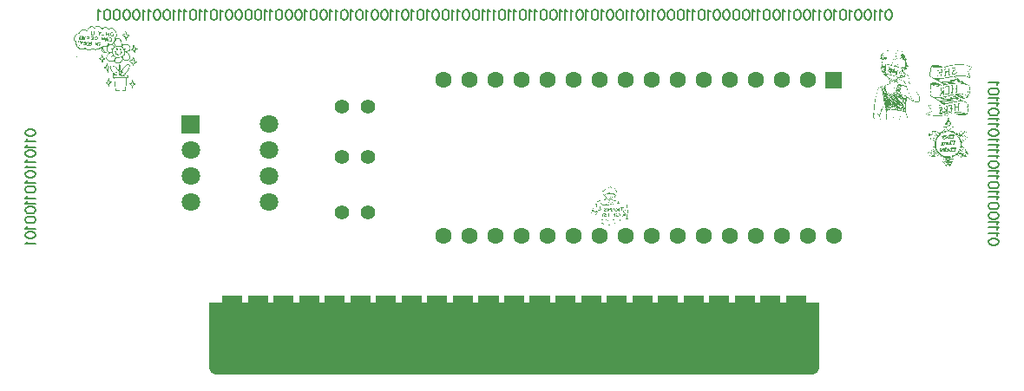
<source format=gbs>
G04 Layer: BottomSolderMaskLayer*
G04 EasyEDA v6.3.22, 2020-04-08T11:48:21--7:00*
G04 247715d04a294634badd8a564075c606,8a10dd2cf1b84b9ab6f9dfecbfc888dd,10*
G04 Gerber Generator version 0.2*
G04 Scale: 100 percent, Rotated: No, Reflected: No *
G04 Dimensions in inches *
G04 leading zeros omitted , absolute positions ,2 integer and 4 decimal *
%FSLAX24Y24*%
%MOIN*%
G90*
G70D02*

%ADD16C,0.055000*%
%ADD19C,0.063000*%
%ADD20C,0.008000*%
%ADD25C,0.071000*%

%LPD*%

%LPD*%
G36*
G01X23904Y6420D02*
G01X23861Y6420D01*
G01X23814Y6419D01*
G01X23786Y6417D01*
G01X23774Y6412D01*
G01X23774Y6404D01*
G01X23777Y6401D01*
G01X23784Y6399D01*
G01X23794Y6398D01*
G01X23808Y6397D01*
G01X23838Y6397D01*
G01X23839Y6360D01*
G01X23841Y6322D01*
G01X23842Y6300D01*
G01X23844Y6290D01*
G01X23847Y6284D01*
G01X23849Y6282D01*
G01X23852Y6281D01*
G01X23856Y6282D01*
G01X23860Y6284D01*
G01X23865Y6290D01*
G01X23867Y6300D01*
G01X23867Y6317D01*
G01X23865Y6346D01*
G01X23861Y6402D01*
G01X23896Y6401D01*
G01X23926Y6401D01*
G01X23932Y6404D01*
G01X23934Y6410D01*
G01X23933Y6415D01*
G01X23925Y6418D01*
G01X23904Y6420D01*
G37*

%LPD*%
G36*
G01X23539Y6417D02*
G01X23533Y6419D01*
G01X23527Y6415D01*
G01X23520Y6403D01*
G01X23510Y6384D01*
G01X23497Y6356D01*
G01X23480Y6315D01*
G01X23472Y6292D01*
G01X23473Y6282D01*
G01X23482Y6280D01*
G01X23488Y6280D01*
G01X23492Y6284D01*
G01X23497Y6290D01*
G01X23500Y6299D01*
G01X23508Y6318D01*
G01X23542Y6318D01*
G01X23562Y6317D01*
G01X23574Y6315D01*
G01X23581Y6310D01*
G01X23590Y6299D01*
G01X23596Y6291D01*
G01X23602Y6285D01*
G01X23608Y6281D01*
G01X23612Y6280D01*
G01X23621Y6282D01*
G01X23619Y6294D01*
G01X23601Y6325D01*
G01X23565Y6385D01*
G01X23554Y6401D01*
G01X23546Y6412D01*
G01X23539Y6417D01*
G37*

%LPC*%
G36*
G01X23543Y6373D02*
G01X23537Y6378D01*
G01X23533Y6376D01*
G01X23529Y6367D01*
G01X23523Y6349D01*
G01X23521Y6344D01*
G01X23520Y6338D01*
G01X23522Y6335D01*
G01X23528Y6334D01*
G01X23554Y6334D01*
G01X23560Y6337D01*
G01X23558Y6345D01*
G01X23551Y6360D01*
G01X23543Y6373D01*
G37*

%LPD*%
G36*
G01X23752Y6415D02*
G01X23720Y6415D01*
G01X23694Y6414D01*
G01X23672Y6409D01*
G01X23655Y6403D01*
G01X23642Y6395D01*
G01X23634Y6385D01*
G01X23633Y6374D01*
G01X23637Y6362D01*
G01X23648Y6350D01*
G01X23663Y6338D01*
G01X23644Y6313D01*
G01X23634Y6297D01*
G01X23630Y6285D01*
G01X23632Y6278D01*
G01X23641Y6275D01*
G01X23645Y6277D01*
G01X23650Y6282D01*
G01X23656Y6289D01*
G01X23662Y6297D01*
G01X23672Y6312D01*
G01X23681Y6321D01*
G01X23692Y6326D01*
G01X23709Y6329D01*
G01X23728Y6332D01*
G01X23732Y6306D01*
G01X23736Y6290D01*
G01X23743Y6280D01*
G01X23750Y6276D01*
G01X23757Y6279D01*
G01X23758Y6286D01*
G01X23758Y6301D01*
G01X23757Y6323D01*
G01X23756Y6349D01*
G01X23752Y6415D01*
G37*

%LPC*%
G36*
G01X23730Y6392D02*
G01X23691Y6392D01*
G01X23681Y6390D01*
G01X23673Y6388D01*
G01X23667Y6385D01*
G01X23660Y6380D01*
G01X23658Y6375D01*
G01X23662Y6370D01*
G01X23671Y6362D01*
G01X23678Y6357D01*
G01X23686Y6354D01*
G01X23696Y6352D01*
G01X23730Y6352D01*
G01X23730Y6392D01*
G37*

%LPD*%
G36*
G01X23432Y6408D02*
G01X23427Y6409D01*
G01X23415Y6407D01*
G01X23410Y6405D01*
G01X23407Y6403D01*
G01X23404Y6402D01*
G01X23394Y6391D01*
G01X23373Y6367D01*
G01X23350Y6341D01*
G01X23334Y6322D01*
G01X23330Y6320D01*
G01X23328Y6324D01*
G01X23327Y6336D01*
G01X23327Y6357D01*
G01X23326Y6377D01*
G01X23324Y6392D01*
G01X23322Y6401D01*
G01X23318Y6405D01*
G01X23314Y6408D01*
G01X23310Y6408D01*
G01X23306Y6407D01*
G01X23302Y6404D01*
G01X23296Y6381D01*
G01X23296Y6340D01*
G01X23301Y6299D01*
G01X23309Y6277D01*
G01X23318Y6272D01*
G01X23327Y6274D01*
G01X23337Y6284D01*
G01X23351Y6303D01*
G01X23370Y6330D01*
G01X23391Y6355D01*
G01X23407Y6372D01*
G01X23415Y6376D01*
G01X23418Y6358D01*
G01X23419Y6342D01*
G01X23421Y6322D01*
G01X23426Y6282D01*
G01X23430Y6275D01*
G01X23435Y6273D01*
G01X23439Y6275D01*
G01X23442Y6284D01*
G01X23444Y6302D01*
G01X23445Y6333D01*
G01X23446Y6358D01*
G01X23445Y6379D01*
G01X23443Y6394D01*
G01X23440Y6402D01*
G01X23437Y6406D01*
G01X23432Y6408D01*
G37*

%LPD*%
G36*
G01X23222Y6405D02*
G01X23211Y6406D01*
G01X23190Y6404D01*
G01X23171Y6398D01*
G01X23157Y6391D01*
G01X23152Y6382D01*
G01X23154Y6377D01*
G01X23160Y6375D01*
G01X23171Y6377D01*
G01X23187Y6382D01*
G01X23196Y6386D01*
G01X23204Y6388D01*
G01X23222Y6386D01*
G01X23237Y6379D01*
G01X23239Y6371D01*
G01X23228Y6361D01*
G01X23205Y6351D01*
G01X23181Y6340D01*
G01X23162Y6329D01*
G01X23150Y6317D01*
G01X23145Y6306D01*
G01X23147Y6301D01*
G01X23151Y6296D01*
G01X23156Y6290D01*
G01X23163Y6284D01*
G01X23173Y6277D01*
G01X23183Y6273D01*
G01X23194Y6271D01*
G01X23209Y6271D01*
G01X23231Y6272D01*
G01X23252Y6277D01*
G01X23266Y6283D01*
G01X23272Y6291D01*
G01X23270Y6297D01*
G01X23264Y6299D01*
G01X23253Y6298D01*
G01X23235Y6294D01*
G01X23220Y6290D01*
G01X23209Y6289D01*
G01X23200Y6290D01*
G01X23191Y6292D01*
G01X23177Y6300D01*
G01X23177Y6309D01*
G01X23190Y6320D01*
G01X23217Y6332D01*
G01X23233Y6339D01*
G01X23246Y6345D01*
G01X23256Y6350D01*
G01X23261Y6353D01*
G01X23266Y6363D01*
G01X23265Y6374D01*
G01X23260Y6385D01*
G01X23250Y6395D01*
G01X23241Y6400D01*
G01X23232Y6403D01*
G01X23222Y6405D01*
G37*

%LPD*%
G36*
G01X23104Y6211D02*
G01X23096Y6211D01*
G01X23090Y6200D01*
G01X23087Y6176D01*
G01X23086Y6146D01*
G01X23090Y6117D01*
G01X23092Y6105D01*
G01X23096Y6098D01*
G01X23099Y6092D01*
G01X23104Y6090D01*
G01X23108Y6090D01*
G01X23112Y6091D01*
G01X23115Y6093D01*
G01X23117Y6095D01*
G01X23116Y6114D01*
G01X23112Y6153D01*
G01X23108Y6191D01*
G01X23104Y6211D01*
G37*

%LPD*%
G36*
G01X23827Y6209D02*
G01X23823Y6209D01*
G01X23819Y6208D01*
G01X23815Y6206D01*
G01X23811Y6201D01*
G01X23809Y6191D01*
G01X23809Y6175D01*
G01X23811Y6149D01*
G01X23814Y6113D01*
G01X23818Y6092D01*
G01X23822Y6083D01*
G01X23830Y6080D01*
G01X23836Y6081D01*
G01X23838Y6088D01*
G01X23839Y6108D01*
G01X23838Y6148D01*
G01X23837Y6173D01*
G01X23836Y6191D01*
G01X23833Y6203D01*
G01X23830Y6208D01*
G01X23827Y6209D01*
G37*

%LPD*%
G36*
G01X24045Y6530D02*
G01X24043Y6534D01*
G01X24040Y6525D01*
G01X24037Y6502D01*
G01X24035Y6471D01*
G01X24033Y6432D01*
G01X24029Y6335D01*
G01X23998Y6332D01*
G01X23972Y6329D01*
G01X23947Y6322D01*
G01X23926Y6314D01*
G01X23911Y6305D01*
G01X23908Y6300D01*
G01X23905Y6292D01*
G01X23902Y6282D01*
G01X23900Y6271D01*
G01X23899Y6251D01*
G01X23903Y6239D01*
G01X23912Y6232D01*
G01X23926Y6230D01*
G01X23935Y6228D01*
G01X23937Y6224D01*
G01X23932Y6218D01*
G01X23920Y6214D01*
G01X23893Y6204D01*
G01X23877Y6188D01*
G01X23875Y6170D01*
G01X23889Y6154D01*
G01X23904Y6145D01*
G01X23882Y6115D01*
G01X23872Y6100D01*
G01X23867Y6090D01*
G01X23866Y6083D01*
G01X23868Y6079D01*
G01X23872Y6077D01*
G01X23877Y6078D01*
G01X23883Y6081D01*
G01X23890Y6087D01*
G01X23896Y6093D01*
G01X23900Y6098D01*
G01X23903Y6103D01*
G01X23904Y6105D01*
G01X23909Y6114D01*
G01X23921Y6124D01*
G01X23936Y6132D01*
G01X23951Y6136D01*
G01X23970Y6139D01*
G01X23972Y6111D01*
G01X23973Y6098D01*
G01X23975Y6089D01*
G01X23978Y6084D01*
G01X23983Y6083D01*
G01X23987Y6085D01*
G01X23990Y6093D01*
G01X23992Y6111D01*
G01X23994Y6138D01*
G01X23995Y6169D01*
G01X23997Y6185D01*
G01X24000Y6191D01*
G01X24006Y6191D01*
G01X24023Y6188D01*
G01X24039Y6186D01*
G01X24053Y6187D01*
G01X24063Y6190D01*
G01X24074Y6203D01*
G01X24087Y6225D01*
G01X24098Y6249D01*
G01X24103Y6267D01*
G01X24102Y6272D01*
G01X24100Y6278D01*
G01X24096Y6285D01*
G01X24087Y6299D01*
G01X24083Y6306D01*
G01X24080Y6312D01*
G01X24079Y6317D01*
G01X24078Y6321D01*
G01X24074Y6325D01*
G01X24068Y6330D01*
G01X24060Y6335D01*
G01X24041Y6345D01*
G01X24045Y6442D01*
G01X24046Y6483D01*
G01X24046Y6513D01*
G01X24045Y6530D01*
G37*

%LPC*%
G36*
G01X23955Y6204D02*
G01X23949Y6204D01*
G01X23947Y6203D01*
G01X23944Y6201D01*
G01X23939Y6200D01*
G01X23933Y6198D01*
G01X23926Y6196D01*
G01X23904Y6186D01*
G01X23900Y6175D01*
G01X23913Y6165D01*
G01X23942Y6159D01*
G01X23968Y6157D01*
G01X23968Y6178D01*
G01X23967Y6188D01*
G01X23966Y6196D01*
G01X23963Y6201D01*
G01X23959Y6203D01*
G01X23955Y6204D01*
G37*
G36*
G01X24001Y6225D02*
G01X23989Y6226D01*
G01X23981Y6225D01*
G01X23977Y6223D01*
G01X23976Y6221D01*
G01X23973Y6218D01*
G01X23969Y6215D01*
G01X23965Y6213D01*
G01X23961Y6210D01*
G01X23960Y6208D01*
G01X23963Y6207D01*
G01X23976Y6207D01*
G01X23983Y6206D01*
G01X23989Y6205D01*
G01X24001Y6201D01*
G01X24009Y6199D01*
G01X24019Y6197D01*
G01X24030Y6196D01*
G01X24042Y6195D01*
G01X24051Y6196D01*
G01X24058Y6199D01*
G01X24064Y6203D01*
G01X24070Y6209D01*
G01X24068Y6213D01*
G01X24052Y6217D01*
G01X24019Y6222D01*
G01X24001Y6225D01*
G37*
G36*
G01X23963Y6228D02*
G01X23959Y6230D01*
G01X23957Y6229D01*
G01X23954Y6228D01*
G01X23952Y6227D01*
G01X23949Y6224D01*
G01X23950Y6222D01*
G01X23952Y6221D01*
G01X23959Y6221D01*
G01X23962Y6222D01*
G01X23965Y6225D01*
G01X23964Y6227D01*
G01X23963Y6228D01*
G37*
G36*
G01X23978Y6261D02*
G01X23955Y6261D01*
G01X23942Y6260D01*
G01X23936Y6257D01*
G01X23935Y6252D01*
G01X23934Y6249D01*
G01X23932Y6246D01*
G01X23929Y6244D01*
G01X23925Y6243D01*
G01X23921Y6243D01*
G01X23918Y6242D01*
G01X23917Y6242D01*
G01X23918Y6241D01*
G01X23922Y6240D01*
G01X23932Y6238D01*
G01X23946Y6237D01*
G01X23963Y6236D01*
G01X23981Y6235D01*
G01X24001Y6233D01*
G01X24021Y6230D01*
G01X24037Y6228D01*
G01X24059Y6224D01*
G01X24072Y6224D01*
G01X24078Y6227D01*
G01X24079Y6234D01*
G01X24071Y6244D01*
G01X24048Y6253D01*
G01X24016Y6259D01*
G01X23978Y6261D01*
G37*
G36*
G01X24070Y6292D02*
G01X24042Y6298D01*
G01X24002Y6297D01*
G01X23970Y6295D01*
G01X23957Y6294D01*
G01X23948Y6293D01*
G01X23942Y6293D01*
G01X23939Y6292D01*
G01X23938Y6289D01*
G01X23939Y6283D01*
G01X23939Y6279D01*
G01X23935Y6273D01*
G01X23932Y6269D01*
G01X23938Y6267D01*
G01X23954Y6266D01*
G01X23982Y6266D01*
G01X24010Y6265D01*
G01X24031Y6264D01*
G01X24047Y6261D01*
G01X24061Y6257D01*
G01X24078Y6251D01*
G01X24087Y6249D01*
G01X24091Y6251D01*
G01X24091Y6259D01*
G01X24086Y6279D01*
G01X24070Y6292D01*
G37*
G36*
G01X23919Y6261D02*
G01X23914Y6261D01*
G01X23912Y6260D01*
G01X23911Y6259D01*
G01X23911Y6255D01*
G01X23913Y6254D01*
G01X23916Y6253D01*
G01X23920Y6252D01*
G01X23923Y6253D01*
G01X23925Y6254D01*
G01X23926Y6255D01*
G01X23926Y6257D01*
G01X23924Y6259D01*
G01X23921Y6260D01*
G01X23919Y6261D01*
G37*
G36*
G01X23925Y6285D02*
G01X23920Y6287D01*
G01X23916Y6286D01*
G01X23912Y6283D01*
G01X23911Y6279D01*
G01X23911Y6278D01*
G01X23913Y6276D01*
G01X23916Y6275D01*
G01X23920Y6275D01*
G01X23925Y6276D01*
G01X23928Y6278D01*
G01X23928Y6282D01*
G01X23925Y6285D01*
G37*
G36*
G01X24053Y6324D02*
G01X24020Y6325D01*
G01X23982Y6322D01*
G01X23953Y6316D01*
G01X23945Y6312D01*
G01X23940Y6309D01*
G01X23937Y6307D01*
G01X23938Y6306D01*
G01X23966Y6305D01*
G01X24011Y6305D01*
G01X24054Y6306D01*
G01X24073Y6307D01*
G01X24073Y6309D01*
G01X24071Y6315D01*
G01X24070Y6317D01*
G01X24053Y6324D01*
G37*

%LPD*%
G36*
G01X23693Y6218D02*
G01X23687Y6219D01*
G01X23679Y6217D01*
G01X23675Y6217D01*
G01X23670Y6216D01*
G01X23667Y6216D01*
G01X23654Y6212D01*
G01X23639Y6202D01*
G01X23627Y6190D01*
G01X23621Y6180D01*
G01X23624Y6173D01*
G01X23630Y6172D01*
G01X23640Y6175D01*
G01X23653Y6184D01*
G01X23671Y6196D01*
G01X23692Y6199D01*
G01X23714Y6194D01*
G01X23737Y6180D01*
G01X23748Y6171D01*
G01X23755Y6163D01*
G01X23759Y6156D01*
G01X23760Y6148D01*
G01X23750Y6122D01*
G01X23726Y6103D01*
G01X23696Y6095D01*
G01X23665Y6101D01*
G01X23654Y6108D01*
G01X23652Y6115D01*
G01X23658Y6120D01*
G01X23673Y6123D01*
G01X23682Y6125D01*
G01X23689Y6127D01*
G01X23692Y6130D01*
G01X23694Y6134D01*
G01X23692Y6138D01*
G01X23688Y6141D01*
G01X23681Y6144D01*
G01X23669Y6145D01*
G01X23658Y6146D01*
G01X23647Y6146D01*
G01X23637Y6145D01*
G01X23630Y6144D01*
G01X23622Y6140D01*
G01X23618Y6136D01*
G01X23616Y6127D01*
G01X23615Y6113D01*
G01X23617Y6096D01*
G01X23620Y6085D01*
G01X23626Y6081D01*
G01X23635Y6084D01*
G01X23639Y6086D01*
G01X23644Y6086D01*
G01X23649Y6085D01*
G01X23654Y6082D01*
G01X23672Y6077D01*
G01X23695Y6076D01*
G01X23719Y6079D01*
G01X23738Y6085D01*
G01X23756Y6096D01*
G01X23770Y6111D01*
G01X23780Y6128D01*
G01X23784Y6144D01*
G01X23778Y6167D01*
G01X23763Y6188D01*
G01X23738Y6205D01*
G01X23707Y6216D01*
G01X23693Y6218D01*
G37*

%LPD*%
G36*
G01X23217Y6207D02*
G01X23205Y6207D01*
G01X23182Y6205D01*
G01X23159Y6198D01*
G01X23141Y6190D01*
G01X23133Y6182D01*
G01X23136Y6176D01*
G01X23142Y6173D01*
G01X23152Y6175D01*
G01X23166Y6180D01*
G01X23184Y6186D01*
G01X23200Y6189D01*
G01X23214Y6187D01*
G01X23224Y6182D01*
G01X23229Y6174D01*
G01X23225Y6167D01*
G01X23214Y6160D01*
G01X23194Y6153D01*
G01X23160Y6139D01*
G01X23142Y6122D01*
G01X23141Y6103D01*
G01X23157Y6085D01*
G01X23165Y6079D01*
G01X23174Y6075D01*
G01X23182Y6073D01*
G01X23190Y6072D01*
G01X23212Y6074D01*
G01X23239Y6081D01*
G01X23263Y6089D01*
G01X23274Y6097D01*
G01X23274Y6103D01*
G01X23267Y6106D01*
G01X23255Y6105D01*
G01X23239Y6101D01*
G01X23215Y6094D01*
G01X23197Y6091D01*
G01X23183Y6092D01*
G01X23173Y6099D01*
G01X23165Y6108D01*
G01X23168Y6116D01*
G01X23181Y6125D01*
G01X23205Y6135D01*
G01X23235Y6149D01*
G01X23251Y6163D01*
G01X23253Y6178D01*
G01X23241Y6195D01*
G01X23234Y6201D01*
G01X23227Y6205D01*
G01X23217Y6207D01*
G37*

%LPD*%
G36*
G01X23382Y6207D02*
G01X23307Y6207D01*
G01X23283Y6206D01*
G01X23274Y6203D01*
G01X23272Y6198D01*
G01X23273Y6193D01*
G01X23277Y6190D01*
G01X23286Y6189D01*
G01X23318Y6189D01*
G01X23327Y6187D01*
G01X23332Y6184D01*
G01X23333Y6179D01*
G01X23334Y6171D01*
G01X23335Y6157D01*
G01X23336Y6139D01*
G01X23337Y6119D01*
G01X23340Y6094D01*
G01X23342Y6079D01*
G01X23346Y6071D01*
G01X23350Y6069D01*
G01X23355Y6072D01*
G01X23358Y6080D01*
G01X23360Y6099D01*
G01X23363Y6189D01*
G01X23395Y6189D01*
G01X23415Y6190D01*
G01X23428Y6192D01*
G01X23434Y6197D01*
G01X23432Y6203D01*
G01X23424Y6204D01*
G01X23407Y6206D01*
G01X23382Y6207D01*
G37*

%LPD*%
G36*
G01X23569Y6216D02*
G01X23563Y6216D01*
G01X23557Y6214D01*
G01X23554Y6211D01*
G01X23553Y6206D01*
G01X23552Y6199D01*
G01X23552Y6179D01*
G01X23553Y6153D01*
G01X23521Y6150D01*
G01X23491Y6149D01*
G01X23474Y6152D01*
G01X23466Y6162D01*
G01X23463Y6181D01*
G01X23462Y6195D01*
G01X23460Y6203D01*
G01X23457Y6208D01*
G01X23453Y6209D01*
G01X23448Y6207D01*
G01X23445Y6196D01*
G01X23444Y6175D01*
G01X23444Y6100D01*
G01X23445Y6078D01*
G01X23448Y6069D01*
G01X23454Y6067D01*
G01X23460Y6068D01*
G01X23463Y6073D01*
G01X23464Y6083D01*
G01X23465Y6101D01*
G01X23465Y6135D01*
G01X23555Y6135D01*
G01X23555Y6090D01*
G01X23557Y6081D01*
G01X23561Y6077D01*
G01X23567Y6076D01*
G01X23574Y6078D01*
G01X23577Y6086D01*
G01X23579Y6105D01*
G01X23579Y6169D01*
G01X23578Y6191D01*
G01X23577Y6207D01*
G01X23575Y6213D01*
G01X23569Y6216D01*
G37*

%LPD*%
G36*
G01X23109Y6083D02*
G01X23103Y6085D01*
G01X23097Y6083D01*
G01X23093Y6078D01*
G01X23093Y6071D01*
G01X23096Y6066D01*
G01X23104Y6063D01*
G01X23110Y6065D01*
G01X23114Y6071D01*
G01X23113Y6078D01*
G01X23111Y6081D01*
G01X23109Y6083D01*
G37*

%LPD*%
G36*
G01X23435Y7224D02*
G01X23434Y7228D01*
G01X23427Y7227D01*
G01X23407Y7220D01*
G01X23365Y7205D01*
G01X23336Y7193D01*
G01X23308Y7181D01*
G01X23282Y7168D01*
G01X23263Y7158D01*
G01X23247Y7149D01*
G01X23231Y7139D01*
G01X23216Y7130D01*
G01X23204Y7124D01*
G01X23178Y7109D01*
G01X23143Y7084D01*
G01X23111Y7062D01*
G01X23097Y7050D01*
G01X23099Y7049D01*
G01X23103Y7049D01*
G01X23109Y7048D01*
G01X23125Y7048D01*
G01X23130Y7047D01*
G01X23132Y7044D01*
G01X23130Y7040D01*
G01X23114Y7007D01*
G01X23109Y6981D01*
G01X23115Y6956D01*
G01X23130Y6929D01*
G01X23139Y6917D01*
G01X23145Y6906D01*
G01X23150Y6897D01*
G01X23151Y6890D01*
G01X23153Y6884D01*
G01X23157Y6881D01*
G01X23162Y6882D01*
G01X23164Y6886D01*
G01X23165Y6887D01*
G01X23169Y6884D01*
G01X23174Y6878D01*
G01X23181Y6870D01*
G01X23188Y6861D01*
G01X23194Y6854D01*
G01X23200Y6849D01*
G01X23204Y6848D01*
G01X23213Y6840D01*
G01X23223Y6819D01*
G01X23230Y6798D01*
G01X23230Y6785D01*
G01X23226Y6781D01*
G01X23219Y6775D01*
G01X23202Y6757D01*
G01X23191Y6747D01*
G01X23177Y6738D01*
G01X23162Y6730D01*
G01X23145Y6723D01*
G01X23122Y6714D01*
G01X23109Y6710D01*
G01X23105Y6710D01*
G01X23106Y6713D01*
G01X23108Y6717D01*
G01X23106Y6718D01*
G01X23098Y6716D01*
G01X23084Y6711D01*
G01X23071Y6708D01*
G01X23051Y6703D01*
G01X23027Y6699D01*
G01X23002Y6694D01*
G01X22956Y6684D01*
G01X22925Y6676D01*
G01X22906Y6666D01*
G01X22893Y6653D01*
G01X22887Y6643D01*
G01X22883Y6632D01*
G01X22881Y6618D01*
G01X22880Y6598D01*
G01X22879Y6570D01*
G01X22874Y6553D01*
G01X22866Y6546D01*
G01X22853Y6547D01*
G01X22838Y6551D01*
G01X22828Y6547D01*
G01X22822Y6537D01*
G01X22818Y6519D01*
G01X22813Y6495D01*
G01X22805Y6477D01*
G01X22797Y6464D01*
G01X22787Y6457D01*
G01X22782Y6454D01*
G01X22775Y6448D01*
G01X22769Y6440D01*
G01X22762Y6430D01*
G01X22750Y6412D01*
G01X22744Y6406D01*
G01X22739Y6403D01*
G01X22736Y6401D01*
G01X22732Y6397D01*
G01X22729Y6391D01*
G01X22727Y6384D01*
G01X22721Y6370D01*
G01X22716Y6363D01*
G01X22712Y6359D01*
G01X22703Y6348D01*
G01X22695Y6333D01*
G01X22691Y6319D01*
G01X22692Y6311D01*
G01X22695Y6311D01*
G01X22697Y6312D01*
G01X22698Y6314D01*
G01X22701Y6315D01*
G01X22716Y6305D01*
G01X22726Y6297D01*
G01X22746Y6279D01*
G01X22767Y6265D01*
G01X22788Y6255D01*
G01X22808Y6247D01*
G01X22828Y6244D01*
G01X22846Y6244D01*
G01X22862Y6247D01*
G01X22877Y6255D01*
G01X22889Y6264D01*
G01X22890Y6268D01*
G01X22882Y6267D01*
G01X22865Y6259D01*
G01X22847Y6251D01*
G01X22840Y6249D01*
G01X22836Y6248D01*
G01X22818Y6251D01*
G01X22795Y6261D01*
G01X22771Y6275D01*
G01X22746Y6292D01*
G01X22729Y6307D01*
G01X22719Y6317D01*
G01X22716Y6324D01*
G01X22719Y6329D01*
G01X22723Y6333D01*
G01X22726Y6335D01*
G01X22730Y6335D01*
G01X22734Y6333D01*
G01X22737Y6331D01*
G01X22739Y6328D01*
G01X22739Y6325D01*
G01X22742Y6315D01*
G01X22756Y6301D01*
G01X22777Y6287D01*
G01X22798Y6277D01*
G01X22813Y6273D01*
G01X22824Y6272D01*
G01X22834Y6273D01*
G01X22847Y6277D01*
G01X22856Y6279D01*
G01X22864Y6281D01*
G01X22871Y6282D01*
G01X22875Y6282D01*
G01X22882Y6284D01*
G01X22900Y6293D01*
G01X22929Y6311D01*
G01X22973Y6338D01*
G01X22977Y6338D01*
G01X22974Y6331D01*
G01X22965Y6317D01*
G01X22952Y6299D01*
G01X22937Y6280D01*
G01X22921Y6262D01*
G01X22906Y6246D01*
G01X22895Y6236D01*
G01X22879Y6224D01*
G01X22870Y6215D01*
G01X22869Y6209D01*
G01X22874Y6207D01*
G01X22875Y6201D01*
G01X22866Y6186D01*
G01X22853Y6169D01*
G01X22840Y6157D01*
G01X22834Y6154D01*
G01X22824Y6150D01*
G01X22813Y6147D01*
G01X22801Y6144D01*
G01X22786Y6142D01*
G01X22775Y6141D01*
G01X22766Y6142D01*
G01X22755Y6146D01*
G01X22739Y6155D01*
G01X22721Y6170D01*
G01X22702Y6192D01*
G01X22682Y6219D01*
G01X22669Y6240D01*
G01X22665Y6256D01*
G01X22668Y6270D01*
G01X22679Y6286D01*
G01X22688Y6298D01*
G01X22691Y6305D01*
G01X22688Y6306D01*
G01X22678Y6300D01*
G01X22662Y6279D01*
G01X22655Y6256D01*
G01X22656Y6234D01*
G01X22667Y6219D01*
G01X22671Y6215D01*
G01X22676Y6209D01*
G01X22688Y6193D01*
G01X22704Y6173D01*
G01X22726Y6154D01*
G01X22748Y6140D01*
G01X22767Y6132D01*
G01X22788Y6132D01*
G01X22802Y6135D01*
G01X22817Y6139D01*
G01X22841Y6149D01*
G01X22861Y6163D01*
G01X22876Y6180D01*
G01X22887Y6203D01*
G01X22892Y6213D01*
G01X22900Y6224D01*
G01X22910Y6235D01*
G01X22922Y6246D01*
G01X22934Y6255D01*
G01X22944Y6266D01*
G01X22953Y6276D01*
G01X22958Y6284D01*
G01X22968Y6302D01*
G01X22979Y6320D01*
G01X22988Y6333D01*
G01X22994Y6338D01*
G01X23001Y6338D01*
G01X23006Y6334D01*
G01X23009Y6327D01*
G01X23012Y6313D01*
G01X23014Y6291D01*
G01X23014Y6259D01*
G01X23015Y6215D01*
G01X23015Y6062D01*
G01X23016Y6036D01*
G01X23017Y6015D01*
G01X23018Y5999D01*
G01X23019Y5989D01*
G01X23020Y5986D01*
G01X23021Y5989D01*
G01X23022Y5999D01*
G01X23023Y6015D01*
G01X23023Y6036D01*
G01X23024Y6061D01*
G01X23025Y6090D01*
G01X23025Y6329D01*
G01X23040Y6325D01*
G01X23057Y6321D01*
G01X23067Y6321D01*
G01X23072Y6325D01*
G01X23072Y6335D01*
G01X23070Y6342D01*
G01X23066Y6349D01*
G01X23057Y6354D01*
G01X23045Y6360D01*
G01X23019Y6371D01*
G01X23019Y6427D01*
G01X23018Y6445D01*
G01X23016Y6461D01*
G01X23014Y6474D01*
G01X23012Y6484D01*
G01X23010Y6483D01*
G01X23007Y6438D01*
G01X23004Y6377D01*
G01X22977Y6397D01*
G01X22963Y6406D01*
G01X22946Y6415D01*
G01X22928Y6424D01*
G01X22912Y6431D01*
G01X22874Y6445D01*
G01X22877Y6467D01*
G01X22878Y6477D01*
G01X22880Y6488D01*
G01X22882Y6498D01*
G01X22884Y6506D01*
G01X22885Y6513D01*
G01X22885Y6521D01*
G01X22883Y6527D01*
G01X22881Y6532D01*
G01X22878Y6536D01*
G01X22878Y6540D01*
G01X22880Y6544D01*
G01X22884Y6547D01*
G01X22889Y6551D01*
G01X22891Y6559D01*
G01X22892Y6571D01*
G01X22891Y6589D01*
G01X22891Y6621D01*
G01X22899Y6644D01*
G01X22914Y6660D01*
G01X22937Y6670D01*
G01X22956Y6675D01*
G01X22977Y6680D01*
G01X23023Y6690D01*
G01X23045Y6694D01*
G01X23065Y6697D01*
G01X23080Y6699D01*
G01X23089Y6700D01*
G01X23097Y6701D01*
G01X23109Y6703D01*
G01X23137Y6711D01*
G01X23150Y6716D01*
G01X23162Y6719D01*
G01X23170Y6722D01*
G01X23175Y6723D01*
G01X23178Y6723D01*
G01X23181Y6725D01*
G01X23186Y6728D01*
G01X23191Y6732D01*
G01X23199Y6738D01*
G01X23205Y6741D01*
G01X23210Y6737D01*
G01X23219Y6726D01*
G01X23232Y6710D01*
G01X23248Y6690D01*
G01X23284Y6644D01*
G01X23301Y6620D01*
G01X23317Y6598D01*
G01X23326Y6586D01*
G01X23335Y6575D01*
G01X23341Y6567D01*
G01X23345Y6562D01*
G01X23347Y6559D01*
G01X23349Y6555D01*
G01X23350Y6550D01*
G01X23350Y6536D01*
G01X23347Y6531D01*
G01X23340Y6528D01*
G01X23328Y6526D01*
G01X23317Y6526D01*
G01X23303Y6525D01*
G01X23290Y6524D01*
G01X23249Y6524D01*
G01X23243Y6550D01*
G01X23238Y6567D01*
G01X23231Y6590D01*
G01X23223Y6616D01*
G01X23215Y6644D01*
G01X23206Y6669D01*
G01X23199Y6691D01*
G01X23193Y6707D01*
G01X23190Y6714D01*
G01X23185Y6718D01*
G01X23181Y6718D01*
G01X23179Y6714D01*
G01X23181Y6708D01*
G01X23187Y6694D01*
G01X23213Y6616D01*
G01X23221Y6587D01*
G01X23229Y6561D01*
G01X23234Y6541D01*
G01X23236Y6530D01*
G01X23232Y6526D01*
G01X23218Y6522D01*
G01X23189Y6520D01*
G01X23144Y6517D01*
G01X23091Y6515D01*
G01X23091Y6543D01*
G01X23090Y6551D01*
G01X23089Y6557D01*
G01X23088Y6561D01*
G01X23082Y6567D01*
G01X23068Y6578D01*
G01X23048Y6592D01*
G01X23025Y6607D01*
G01X23001Y6623D01*
G01X22978Y6638D01*
G01X22959Y6649D01*
G01X22945Y6657D01*
G01X22929Y6663D01*
G01X22926Y6662D01*
G01X22936Y6654D01*
G01X22957Y6640D01*
G01X22974Y6630D01*
G01X22994Y6617D01*
G01X23016Y6602D01*
G01X23035Y6588D01*
G01X23059Y6571D01*
G01X23072Y6559D01*
G01X23078Y6549D01*
G01X23081Y6537D01*
G01X23082Y6517D01*
G01X23045Y6515D01*
G01X23028Y6515D01*
G01X23017Y6513D01*
G01X23009Y6511D01*
G01X23007Y6509D01*
G01X23009Y6506D01*
G01X23015Y6505D01*
G01X23071Y6505D01*
G01X23077Y6503D01*
G01X23079Y6501D01*
G01X23080Y6499D01*
G01X23082Y6498D01*
G01X23085Y6499D01*
G01X23090Y6502D01*
G01X23100Y6505D01*
G01X23119Y6508D01*
G01X23150Y6510D01*
G01X23197Y6512D01*
G01X23243Y6513D01*
G01X23284Y6515D01*
G01X23319Y6516D01*
G01X23350Y6517D01*
G01X23377Y6519D01*
G01X23400Y6520D01*
G01X23420Y6520D01*
G01X23438Y6521D01*
G01X23445Y6522D01*
G01X23493Y6522D01*
G01X23516Y6523D01*
G01X23671Y6523D01*
G01X23707Y6524D01*
G01X23912Y6524D01*
G01X23938Y6525D01*
G01X23960Y6525D01*
G01X23978Y6526D01*
G01X23993Y6526D01*
G01X24004Y6527D01*
G01X24011Y6527D01*
G01X24013Y6528D01*
G01X24009Y6529D01*
G01X23999Y6530D01*
G01X23984Y6531D01*
G01X23829Y6531D01*
G01X23798Y6532D01*
G01X23766Y6532D01*
G01X23612Y6533D01*
G01X23590Y6577D01*
G01X23573Y6613D01*
G01X23558Y6650D01*
G01X23549Y6679D01*
G01X23548Y6691D01*
G01X23556Y6690D01*
G01X23573Y6686D01*
G01X23597Y6682D01*
G01X23625Y6677D01*
G01X23651Y6671D01*
G01X23675Y6667D01*
G01X23692Y6663D01*
G01X23699Y6661D01*
G01X23695Y6649D01*
G01X23690Y6637D01*
G01X23683Y6622D01*
G01X23670Y6593D01*
G01X23662Y6571D01*
G01X23659Y6556D01*
G01X23662Y6551D01*
G01X23665Y6553D01*
G01X23672Y6567D01*
G01X23675Y6577D01*
G01X23683Y6599D01*
G01X23693Y6622D01*
G01X23704Y6641D01*
G01X23712Y6652D01*
G01X23714Y6652D01*
G01X23715Y6649D01*
G01X23716Y6643D01*
G01X23716Y6635D01*
G01X23717Y6625D01*
G01X23720Y6614D01*
G01X23725Y6603D01*
G01X23732Y6591D01*
G01X23738Y6582D01*
G01X23742Y6574D01*
G01X23744Y6567D01*
G01X23744Y6564D01*
G01X23743Y6557D01*
G01X23745Y6548D01*
G01X23749Y6541D01*
G01X23755Y6540D01*
G01X23757Y6541D01*
G01X23758Y6543D01*
G01X23757Y6545D01*
G01X23755Y6548D01*
G01X23752Y6550D01*
G01X23751Y6553D01*
G01X23752Y6557D01*
G01X23756Y6565D01*
G01X23756Y6572D01*
G01X23752Y6580D01*
G01X23745Y6590D01*
G01X23738Y6601D01*
G01X23733Y6612D01*
G01X23731Y6623D01*
G01X23730Y6634D01*
G01X23727Y6650D01*
G01X23722Y6663D01*
G01X23715Y6671D01*
G01X23707Y6672D01*
G01X23698Y6672D01*
G01X23677Y6675D01*
G01X23648Y6680D01*
G01X23615Y6688D01*
G01X23580Y6695D01*
G01X23548Y6703D01*
G01X23520Y6711D01*
G01X23502Y6717D01*
G01X23480Y6727D01*
G01X23466Y6738D01*
G01X23460Y6748D01*
G01X23466Y6755D01*
G01X23480Y6762D01*
G01X23489Y6765D01*
G01X23494Y6765D01*
G01X23497Y6762D01*
G01X23504Y6762D01*
G01X23518Y6770D01*
G01X23532Y6781D01*
G01X23541Y6792D01*
G01X23543Y6796D01*
G01X23545Y6797D01*
G01X23548Y6797D01*
G01X23551Y6796D01*
G01X23561Y6790D01*
G01X23568Y6792D01*
G01X23572Y6800D01*
G01X23573Y6815D01*
G01X23575Y6834D01*
G01X23579Y6851D01*
G01X23585Y6863D01*
G01X23592Y6867D01*
G01X23595Y6869D01*
G01X23600Y6872D01*
G01X23605Y6877D01*
G01X23610Y6883D01*
G01X23616Y6889D01*
G01X23622Y6894D01*
G01X23628Y6898D01*
G01X23634Y6899D01*
G01X23647Y6903D01*
G01X23658Y6912D01*
G01X23666Y6926D01*
G01X23670Y6941D01*
G01X23667Y6961D01*
G01X23662Y6989D01*
G01X23654Y7022D01*
G01X23644Y7054D01*
G01X23639Y7064D01*
G01X23630Y7076D01*
G01X23617Y7090D01*
G01X23600Y7105D01*
G01X23561Y7138D01*
G01X23585Y7150D01*
G01X23594Y7155D01*
G01X23602Y7159D01*
G01X23607Y7163D01*
G01X23609Y7165D01*
G01X23606Y7167D01*
G01X23596Y7169D01*
G01X23582Y7170D01*
G01X23565Y7172D01*
G01X23533Y7175D01*
G01X23495Y7179D01*
G01X23458Y7185D01*
G01X23427Y7191D01*
G01X23422Y7193D01*
G01X23420Y7195D01*
G01X23421Y7199D01*
G01X23426Y7207D01*
G01X23432Y7217D01*
G01X23434Y7222D01*
G01X23435Y7224D01*
G37*

%LPC*%
G36*
G01X22837Y6545D02*
G01X22836Y6546D01*
G01X22836Y6532D01*
G01X22837Y6522D01*
G01X22838Y6511D01*
G01X22837Y6502D01*
G01X22834Y6496D01*
G01X22830Y6491D01*
G01X22826Y6487D01*
G01X22822Y6482D01*
G01X22819Y6477D01*
G01X22817Y6472D01*
G01X22814Y6467D01*
G01X22809Y6461D01*
G01X22803Y6455D01*
G01X22796Y6450D01*
G01X22788Y6444D01*
G01X22781Y6438D01*
G01X22774Y6430D01*
G01X22769Y6424D01*
G01X22764Y6416D01*
G01X22758Y6407D01*
G01X22744Y6389D01*
G01X22737Y6379D01*
G01X22733Y6371D01*
G01X22733Y6363D01*
G01X22736Y6353D01*
G01X22745Y6334D01*
G01X22757Y6317D01*
G01X22772Y6303D01*
G01X22787Y6291D01*
G01X22804Y6284D01*
G01X22820Y6280D01*
G01X22834Y6281D01*
G01X22847Y6287D01*
G01X22857Y6291D01*
G01X22863Y6292D01*
G01X22868Y6292D01*
G01X22874Y6291D01*
G01X22886Y6293D01*
G01X22896Y6299D01*
G01X22898Y6302D01*
G01X22896Y6305D01*
G01X22889Y6309D01*
G01X22883Y6313D01*
G01X22882Y6315D01*
G01X22886Y6315D01*
G01X22896Y6313D01*
G01X22912Y6313D01*
G01X22926Y6317D01*
G01X22932Y6321D01*
G01X22934Y6324D01*
G01X22930Y6326D01*
G01X22921Y6329D01*
G01X22914Y6331D01*
G01X22907Y6332D01*
G01X22902Y6333D01*
G01X22898Y6334D01*
G01X22896Y6334D01*
G01X22894Y6335D01*
G01X22893Y6337D01*
G01X22892Y6338D01*
G01X22893Y6340D01*
G01X22896Y6341D01*
G01X22900Y6341D01*
G01X22912Y6339D01*
G01X22919Y6338D01*
G01X22925Y6336D01*
G01X22930Y6335D01*
G01X22935Y6335D01*
G01X22940Y6336D01*
G01X22952Y6342D01*
G01X22958Y6348D01*
G01X22958Y6351D01*
G01X22950Y6355D01*
G01X22931Y6361D01*
G01X22919Y6366D01*
G01X22908Y6370D01*
G01X22901Y6374D01*
G01X22899Y6376D01*
G01X22903Y6378D01*
G01X22916Y6375D01*
G01X22939Y6368D01*
G01X22975Y6355D01*
G01X23000Y6346D01*
G01X23017Y6342D01*
G01X23027Y6340D01*
G01X23034Y6342D01*
G01X23037Y6346D01*
G01X23033Y6352D01*
G01X23020Y6360D01*
G01X22996Y6373D01*
G01X22978Y6383D01*
G01X22963Y6392D01*
G01X22952Y6399D01*
G01X22948Y6402D01*
G01X22939Y6409D01*
G01X22921Y6418D01*
G01X22901Y6426D01*
G01X22885Y6431D01*
G01X22873Y6435D01*
G01X22864Y6442D01*
G01X22859Y6451D01*
G01X22859Y6460D01*
G01X22861Y6467D01*
G01X22863Y6475D01*
G01X22864Y6485D01*
G01X22866Y6496D01*
G01X22868Y6509D01*
G01X22867Y6518D01*
G01X22862Y6525D01*
G01X22853Y6533D01*
G01X22846Y6538D01*
G01X22841Y6542D01*
G01X22837Y6545D01*
G37*
G36*
G01X23055Y6338D02*
G01X23048Y6338D01*
G01X23046Y6337D01*
G01X23045Y6336D01*
G01X23046Y6334D01*
G01X23050Y6330D01*
G01X23053Y6330D01*
G01X23055Y6329D01*
G01X23058Y6330D01*
G01X23059Y6330D01*
G01X23061Y6332D01*
G01X23061Y6334D01*
G01X23060Y6336D01*
G01X23058Y6337D01*
G01X23055Y6338D01*
G37*
G36*
G01X22830Y6523D02*
G01X22829Y6523D01*
G01X22827Y6521D01*
G01X22827Y6516D01*
G01X22829Y6512D01*
G01X22831Y6512D01*
G01X22831Y6513D01*
G01X22832Y6517D01*
G01X22832Y6520D01*
G01X22831Y6522D01*
G01X22830Y6523D01*
G37*
G36*
G01X23352Y6625D02*
G01X23346Y6625D01*
G01X23342Y6623D01*
G01X23338Y6616D01*
G01X23334Y6606D01*
G01X23333Y6599D01*
G01X23337Y6590D01*
G01X23353Y6566D01*
G01X23358Y6556D01*
G01X23361Y6548D01*
G01X23363Y6534D01*
G01X23365Y6530D01*
G01X23371Y6528D01*
G01X23390Y6528D01*
G01X23395Y6530D01*
G01X23398Y6534D01*
G01X23398Y6542D01*
G01X23402Y6553D01*
G01X23411Y6561D01*
G01X23423Y6567D01*
G01X23436Y6567D01*
G01X23440Y6566D01*
G01X23444Y6568D01*
G01X23447Y6573D01*
G01X23449Y6581D01*
G01X23451Y6588D01*
G01X23453Y6596D01*
G01X23455Y6603D01*
G01X23457Y6613D01*
G01X23456Y6617D01*
G01X23453Y6620D01*
G01X23446Y6623D01*
G01X23434Y6624D01*
G01X23418Y6623D01*
G01X23404Y6621D01*
G01X23394Y6617D01*
G01X23394Y6614D01*
G01X23395Y6609D01*
G01X23397Y6601D01*
G01X23400Y6592D01*
G01X23404Y6581D01*
G01X23406Y6574D01*
G01X23405Y6571D01*
G01X23402Y6570D01*
G01X23399Y6573D01*
G01X23395Y6578D01*
G01X23391Y6585D01*
G01X23388Y6593D01*
G01X23383Y6603D01*
G01X23377Y6611D01*
G01X23371Y6617D01*
G01X23362Y6621D01*
G01X23352Y6625D01*
G37*
G36*
G01X23450Y6558D02*
G01X23446Y6559D01*
G01X23442Y6555D01*
G01X23441Y6544D01*
G01X23441Y6537D01*
G01X23443Y6532D01*
G01X23446Y6529D01*
G01X23450Y6528D01*
G01X23455Y6529D01*
G01X23458Y6533D01*
G01X23458Y6540D01*
G01X23455Y6550D01*
G01X23450Y6558D01*
G37*
G36*
G01X23427Y6558D02*
G01X23424Y6558D01*
G01X23416Y6552D01*
G01X23413Y6548D01*
G01X23411Y6544D01*
G01X23411Y6535D01*
G01X23412Y6531D01*
G01X23414Y6529D01*
G01X23416Y6528D01*
G01X23421Y6530D01*
G01X23425Y6535D01*
G01X23428Y6543D01*
G01X23429Y6552D01*
G01X23428Y6556D01*
G01X23427Y6558D01*
G37*
G36*
G01X23488Y6606D02*
G01X23478Y6608D01*
G01X23472Y6607D01*
G01X23468Y6605D01*
G01X23464Y6598D01*
G01X23460Y6588D01*
G01X23458Y6579D01*
G01X23457Y6572D01*
G01X23457Y6567D01*
G01X23463Y6561D01*
G01X23465Y6551D01*
G01X23466Y6541D01*
G01X23471Y6533D01*
G01X23477Y6529D01*
G01X23487Y6529D01*
G01X23492Y6531D01*
G01X23496Y6536D01*
G01X23497Y6546D01*
G01X23497Y6563D01*
G01X23496Y6586D01*
G01X23493Y6600D01*
G01X23488Y6606D01*
G37*
G36*
G01X23520Y6699D02*
G01X23507Y6705D01*
G01X23500Y6702D01*
G01X23496Y6688D01*
G01X23495Y6661D01*
G01X23496Y6645D01*
G01X23498Y6628D01*
G01X23501Y6612D01*
G01X23504Y6598D01*
G01X23510Y6574D01*
G01X23512Y6561D01*
G01X23513Y6552D01*
G01X23513Y6533D01*
G01X23574Y6533D01*
G01X23587Y6534D01*
G01X23595Y6536D01*
G01X23597Y6538D01*
G01X23596Y6543D01*
G01X23585Y6565D01*
G01X23577Y6580D01*
G01X23568Y6597D01*
G01X23559Y6616D01*
G01X23551Y6635D01*
G01X23546Y6652D01*
G01X23540Y6669D01*
G01X23534Y6682D01*
G01X23528Y6692D01*
G01X23520Y6699D01*
G37*
G36*
G01X23239Y6771D02*
G01X23235Y6772D01*
G01X23233Y6771D01*
G01X23230Y6769D01*
G01X23226Y6766D01*
G01X23222Y6762D01*
G01X23217Y6755D01*
G01X23217Y6749D01*
G01X23223Y6740D01*
G01X23235Y6725D01*
G01X23245Y6712D01*
G01X23256Y6698D01*
G01X23266Y6685D01*
G01X23275Y6673D01*
G01X23283Y6662D01*
G01X23292Y6650D01*
G01X23300Y6638D01*
G01X23307Y6628D01*
G01X23322Y6608D01*
G01X23345Y6652D01*
G01X23354Y6670D01*
G01X23363Y6685D01*
G01X23370Y6696D01*
G01X23374Y6702D01*
G01X23374Y6705D01*
G01X23369Y6709D01*
G01X23357Y6715D01*
G01X23338Y6722D01*
G01X23300Y6738D01*
G01X23282Y6747D01*
G01X23268Y6755D01*
G01X23256Y6761D01*
G01X23246Y6767D01*
G01X23239Y6771D01*
G37*
G36*
G01X23359Y6642D02*
G01X23353Y6645D01*
G01X23351Y6644D01*
G01X23350Y6640D01*
G01X23352Y6638D01*
G01X23355Y6634D01*
G01X23360Y6632D01*
G01X23366Y6629D01*
G01X23382Y6623D01*
G01X23368Y6634D01*
G01X23359Y6642D01*
G37*
G36*
G01X23461Y6634D02*
G01X23455Y6640D01*
G01X23453Y6638D01*
G01X23454Y6636D01*
G01X23455Y6633D01*
G01X23458Y6631D01*
G01X23461Y6628D01*
G01X23463Y6628D01*
G01X23463Y6630D01*
G01X23461Y6634D01*
G37*
G36*
G01X23417Y6700D02*
G01X23392Y6700D01*
G01X23383Y6697D01*
G01X23377Y6690D01*
G01X23369Y6676D01*
G01X23356Y6653D01*
G01X23376Y6642D01*
G01X23384Y6637D01*
G01X23391Y6634D01*
G01X23396Y6631D01*
G01X23400Y6630D01*
G01X23403Y6630D01*
G01X23409Y6631D01*
G01X23417Y6631D01*
G01X23426Y6632D01*
G01X23437Y6632D01*
G01X23443Y6634D01*
G01X23446Y6639D01*
G01X23447Y6647D01*
G01X23446Y6654D01*
G01X23444Y6663D01*
G01X23441Y6672D01*
G01X23437Y6681D01*
G01X23431Y6691D01*
G01X23425Y6697D01*
G01X23417Y6700D01*
G37*
G36*
G01X23452Y6740D02*
G01X23447Y6742D01*
G01X23441Y6738D01*
G01X23436Y6726D01*
G01X23435Y6714D01*
G01X23439Y6698D01*
G01X23450Y6675D01*
G01X23467Y6644D01*
G01X23472Y6636D01*
G01X23475Y6636D01*
G01X23477Y6645D01*
G01X23480Y6664D01*
G01X23483Y6688D01*
G01X23483Y6702D01*
G01X23480Y6710D01*
G01X23474Y6715D01*
G01X23470Y6717D01*
G01X23466Y6721D01*
G01X23462Y6726D01*
G01X23459Y6732D01*
G01X23452Y6740D01*
G37*
G36*
G01X23323Y6980D02*
G01X23319Y6980D01*
G01X23315Y6978D01*
G01X23307Y6973D01*
G01X23297Y6965D01*
G01X23273Y6945D01*
G01X23256Y6928D01*
G01X23254Y6923D01*
G01X23253Y6920D01*
G01X23251Y6919D01*
G01X23248Y6918D01*
G01X23244Y6919D01*
G01X23239Y6920D01*
G01X23237Y6919D01*
G01X23236Y6915D01*
G01X23238Y6908D01*
G01X23239Y6903D01*
G01X23239Y6899D01*
G01X23238Y6896D01*
G01X23236Y6895D01*
G01X23231Y6898D01*
G01X23227Y6907D01*
G01X23226Y6918D01*
G01X23227Y6930D01*
G01X23229Y6936D01*
G01X23229Y6938D01*
G01X23227Y6939D01*
G01X23223Y6936D01*
G01X23220Y6933D01*
G01X23217Y6927D01*
G01X23215Y6920D01*
G01X23214Y6912D01*
G01X23214Y6903D01*
G01X23216Y6896D01*
G01X23220Y6891D01*
G01X23227Y6887D01*
G01X23235Y6884D01*
G01X23243Y6882D01*
G01X23260Y6882D01*
G01X23267Y6883D01*
G01X23273Y6883D01*
G01X23277Y6882D01*
G01X23278Y6881D01*
G01X23277Y6879D01*
G01X23276Y6878D01*
G01X23272Y6876D01*
G01X23269Y6876D01*
G01X23268Y6875D01*
G01X23268Y6873D01*
G01X23269Y6860D01*
G01X23265Y6838D01*
G01X23258Y6813D01*
G01X23250Y6796D01*
G01X23245Y6787D01*
G01X23243Y6782D01*
G01X23246Y6777D01*
G01X23252Y6772D01*
G01X23262Y6766D01*
G01X23279Y6758D01*
G01X23301Y6748D01*
G01X23325Y6738D01*
G01X23348Y6728D01*
G01X23370Y6720D01*
G01X23388Y6713D01*
G01X23399Y6711D01*
G01X23407Y6710D01*
G01X23412Y6710D01*
G01X23415Y6711D01*
G01X23417Y6713D01*
G01X23409Y6725D01*
G01X23391Y6742D01*
G01X23367Y6759D01*
G01X23342Y6773D01*
G01X23310Y6789D01*
G01X23307Y6791D01*
G01X23310Y6793D01*
G01X23315Y6793D01*
G01X23326Y6790D01*
G01X23341Y6784D01*
G01X23360Y6777D01*
G01X23399Y6764D01*
G01X23429Y6759D01*
G01X23456Y6763D01*
G01X23488Y6777D01*
G01X23514Y6793D01*
G01X23537Y6812D01*
G01X23556Y6834D01*
G01X23571Y6857D01*
G01X23576Y6871D01*
G01X23579Y6882D01*
G01X23578Y6888D01*
G01X23575Y6887D01*
G01X23568Y6882D01*
G01X23557Y6877D01*
G01X23547Y6874D01*
G01X23543Y6873D01*
G01X23544Y6875D01*
G01X23546Y6880D01*
G01X23549Y6885D01*
G01X23552Y6892D01*
G01X23559Y6905D01*
G01X23560Y6912D01*
G01X23555Y6915D01*
G01X23544Y6916D01*
G01X23536Y6917D01*
G01X23527Y6918D01*
G01X23518Y6921D01*
G01X23511Y6924D01*
G01X23501Y6931D01*
G01X23496Y6936D01*
G01X23496Y6938D01*
G01X23505Y6941D01*
G01X23501Y6944D01*
G01X23493Y6947D01*
G01X23484Y6949D01*
G01X23481Y6948D01*
G01X23480Y6945D01*
G01X23480Y6941D01*
G01X23481Y6934D01*
G01X23482Y6928D01*
G01X23482Y6924D01*
G01X23480Y6922D01*
G01X23476Y6923D01*
G01X23473Y6925D01*
G01X23470Y6929D01*
G01X23467Y6934D01*
G01X23466Y6941D01*
G01X23464Y6957D01*
G01X23445Y6949D01*
G01X23427Y6942D01*
G01X23412Y6940D01*
G01X23402Y6941D01*
G01X23401Y6947D01*
G01X23402Y6949D01*
G01X23400Y6953D01*
G01X23396Y6953D01*
G01X23394Y6951D01*
G01X23392Y6947D01*
G01X23387Y6938D01*
G01X23375Y6930D01*
G01X23358Y6924D01*
G01X23342Y6922D01*
G01X23327Y6923D01*
G01X23312Y6928D01*
G01X23300Y6934D01*
G01X23296Y6940D01*
G01X23298Y6941D01*
G01X23302Y6940D01*
G01X23309Y6938D01*
G01X23317Y6935D01*
G01X23329Y6930D01*
G01X23338Y6928D01*
G01X23347Y6929D01*
G01X23360Y6934D01*
G01X23372Y6938D01*
G01X23377Y6940D01*
G01X23376Y6942D01*
G01X23370Y6943D01*
G01X23357Y6943D01*
G01X23351Y6942D01*
G01X23345Y6940D01*
G01X23338Y6938D01*
G01X23331Y6938D01*
G01X23322Y6940D01*
G01X23312Y6943D01*
G01X23303Y6946D01*
G01X23297Y6950D01*
G01X23292Y6952D01*
G01X23290Y6954D01*
G01X23299Y6957D01*
G01X23318Y6960D01*
G01X23341Y6961D01*
G01X23358Y6960D01*
G01X23361Y6960D01*
G01X23361Y6961D01*
G01X23356Y6965D01*
G01X23329Y6977D01*
G01X23323Y6980D01*
G37*
G36*
G01X23560Y6816D02*
G01X23559Y6817D01*
G01X23557Y6816D01*
G01X23556Y6815D01*
G01X23556Y6810D01*
G01X23558Y6806D01*
G01X23559Y6806D01*
G01X23560Y6807D01*
G01X23561Y6810D01*
G01X23561Y6813D01*
G01X23560Y6816D01*
G37*
G36*
G01X23417Y7211D02*
G01X23411Y7212D01*
G01X23397Y7207D01*
G01X23377Y7200D01*
G01X23327Y7180D01*
G01X23302Y7168D01*
G01X23281Y7158D01*
G01X23267Y7150D01*
G01X23253Y7141D01*
G01X23237Y7132D01*
G01X23220Y7123D01*
G01X23205Y7115D01*
G01X23177Y7098D01*
G01X23151Y7079D01*
G01X23135Y7063D01*
G01X23135Y7057D01*
G01X23140Y7058D01*
G01X23146Y7061D01*
G01X23153Y7065D01*
G01X23160Y7071D01*
G01X23175Y7081D01*
G01X23180Y7081D01*
G01X23174Y7073D01*
G01X23159Y7056D01*
G01X23136Y7028D01*
G01X23123Y7003D01*
G01X23122Y6976D01*
G01X23131Y6947D01*
G01X23136Y6938D01*
G01X23140Y6932D01*
G01X23143Y6930D01*
G01X23149Y6932D01*
G01X23153Y6930D01*
G01X23159Y6923D01*
G01X23166Y6911D01*
G01X23172Y6901D01*
G01X23177Y6892D01*
G01X23180Y6885D01*
G01X23182Y6881D01*
G01X23182Y6879D01*
G01X23186Y6875D01*
G01X23189Y6874D01*
G01X23191Y6873D01*
G01X23192Y6873D01*
G01X23193Y6874D01*
G01X23191Y6876D01*
G01X23190Y6878D01*
G01X23190Y6879D01*
G01X23191Y6880D01*
G01X23194Y6881D01*
G01X23200Y6876D01*
G01X23210Y6864D01*
G01X23221Y6846D01*
G01X23232Y6825D01*
G01X23238Y6820D01*
G01X23245Y6824D01*
G01X23252Y6836D01*
G01X23257Y6853D01*
G01X23261Y6876D01*
G01X23243Y6876D01*
G01X23220Y6883D01*
G01X23200Y6900D01*
G01X23189Y6922D01*
G01X23191Y6944D01*
G01X23193Y6948D01*
G01X23203Y6956D01*
G01X23209Y6959D01*
G01X23215Y6961D01*
G01X23220Y6965D01*
G01X23223Y6970D01*
G01X23224Y6974D01*
G01X23224Y6978D01*
G01X23227Y6984D01*
G01X23230Y6985D01*
G01X23232Y6983D01*
G01X23234Y6978D01*
G01X23235Y6972D01*
G01X23236Y6963D01*
G01X23236Y6942D01*
G01X23254Y6970D01*
G01X23261Y6981D01*
G01X23268Y6990D01*
G01X23274Y6996D01*
G01X23278Y6999D01*
G01X23280Y6997D01*
G01X23277Y6988D01*
G01X23273Y6982D01*
G01X23259Y6959D01*
G01X23259Y6952D01*
G01X23273Y6959D01*
G01X23302Y6982D01*
G01X23338Y7009D01*
G01X23371Y7031D01*
G01X23399Y7047D01*
G01X23415Y7053D01*
G01X23416Y7051D01*
G01X23414Y7045D01*
G01X23410Y7037D01*
G01X23404Y7027D01*
G01X23391Y7006D01*
G01X23388Y6997D01*
G01X23394Y6999D01*
G01X23411Y7012D01*
G01X23420Y7019D01*
G01X23429Y7025D01*
G01X23435Y7028D01*
G01X23439Y7028D01*
G01X23439Y7024D01*
G01X23438Y7015D01*
G01X23435Y7003D01*
G01X23431Y6988D01*
G01X23426Y6974D01*
G01X23422Y6961D01*
G01X23420Y6953D01*
G01X23420Y6949D01*
G01X23423Y6950D01*
G01X23430Y6952D01*
G01X23440Y6957D01*
G01X23452Y6962D01*
G01X23466Y6970D01*
G01X23479Y6978D01*
G01X23489Y6989D01*
G01X23499Y7001D01*
G01X23509Y7015D01*
G01X23517Y7023D01*
G01X23523Y7026D01*
G01X23525Y7023D01*
G01X23521Y7014D01*
G01X23511Y7000D01*
G01X23501Y6985D01*
G01X23492Y6976D01*
G01X23490Y6975D01*
G01X23489Y6973D01*
G01X23489Y6970D01*
G01X23494Y6969D01*
G01X23506Y6978D01*
G01X23521Y6992D01*
G01X23535Y7009D01*
G01X23545Y7022D01*
G01X23551Y7029D01*
G01X23555Y7029D01*
G01X23554Y7022D01*
G01X23555Y7007D01*
G01X23559Y6993D01*
G01X23567Y6982D01*
G01X23577Y6976D01*
G01X23587Y6972D01*
G01X23591Y6969D01*
G01X23589Y6967D01*
G01X23580Y6968D01*
G01X23574Y6969D01*
G01X23571Y6968D01*
G01X23571Y6965D01*
G01X23573Y6960D01*
G01X23576Y6949D01*
G01X23576Y6932D01*
G01X23574Y6914D01*
G01X23570Y6900D01*
G01X23569Y6895D01*
G01X23571Y6896D01*
G01X23578Y6901D01*
G01X23588Y6911D01*
G01X23594Y6919D01*
G01X23599Y6926D01*
G01X23602Y6933D01*
G01X23603Y6938D01*
G01X23605Y6946D01*
G01X23607Y6948D01*
G01X23609Y6949D01*
G01X23612Y6948D01*
G01X23614Y6948D01*
G01X23615Y6946D01*
G01X23615Y6945D01*
G01X23613Y6936D01*
G01X23607Y6923D01*
G01X23600Y6911D01*
G01X23592Y6902D01*
G01X23589Y6899D01*
G01X23588Y6897D01*
G01X23588Y6895D01*
G01X23590Y6895D01*
G01X23599Y6898D01*
G01X23609Y6907D01*
G01X23620Y6920D01*
G01X23628Y6933D01*
G01X23632Y6939D01*
G01X23635Y6944D01*
G01X23638Y6948D01*
G01X23641Y6949D01*
G01X23644Y6948D01*
G01X23645Y6946D01*
G01X23642Y6939D01*
G01X23632Y6915D01*
G01X23633Y6909D01*
G01X23638Y6909D01*
G01X23649Y6916D01*
G01X23654Y6921D01*
G01X23657Y6929D01*
G01X23657Y6942D01*
G01X23655Y6962D01*
G01X23653Y6977D01*
G01X23651Y6990D01*
G01X23648Y7000D01*
G01X23646Y7005D01*
G01X23644Y7009D01*
G01X23639Y7024D01*
G01X23638Y7033D01*
G01X23632Y7054D01*
G01X23619Y7074D01*
G01X23598Y7094D01*
G01X23568Y7117D01*
G01X23546Y7134D01*
G01X23534Y7143D01*
G01X23532Y7147D01*
G01X23539Y7146D01*
G01X23543Y7146D01*
G01X23550Y7147D01*
G01X23558Y7149D01*
G01X23567Y7152D01*
G01X23588Y7160D01*
G01X23555Y7163D01*
G01X23538Y7165D01*
G01X23517Y7168D01*
G01X23494Y7172D01*
G01X23472Y7175D01*
G01X23451Y7178D01*
G01X23432Y7181D01*
G01X23416Y7183D01*
G01X23407Y7184D01*
G01X23392Y7184D01*
G01X23413Y7205D01*
G01X23416Y7209D01*
G01X23417Y7211D01*
G37*
G36*
G01X23603Y6888D02*
G01X23597Y6888D01*
G01X23593Y6884D01*
G01X23591Y6880D01*
G01X23593Y6878D01*
G01X23595Y6878D01*
G01X23597Y6879D01*
G01X23600Y6880D01*
G01X23602Y6882D01*
G01X23603Y6884D01*
G01X23603Y6888D01*
G37*
G36*
G01X23559Y6938D02*
G01X23553Y6940D01*
G01X23546Y6939D01*
G01X23537Y6933D01*
G01X23533Y6932D01*
G01X23516Y6932D01*
G01X23516Y6930D01*
G01X23526Y6926D01*
G01X23541Y6926D01*
G01X23555Y6928D01*
G01X23561Y6933D01*
G01X23559Y6938D01*
G37*
G36*
G01X23222Y6953D02*
G01X23218Y6953D01*
G01X23213Y6951D01*
G01X23207Y6948D01*
G01X23204Y6945D01*
G01X23202Y6941D01*
G01X23200Y6938D01*
G01X23200Y6929D01*
G01X23202Y6928D01*
G01X23205Y6930D01*
G01X23212Y6936D01*
G01X23216Y6941D01*
G01X23220Y6945D01*
G01X23223Y6949D01*
G01X23224Y6951D01*
G01X23222Y6953D01*
G37*
G36*
G01X23555Y6967D02*
G01X23552Y6969D01*
G01X23547Y6968D01*
G01X23540Y6966D01*
G01X23534Y6964D01*
G01X23530Y6961D01*
G01X23528Y6959D01*
G01X23529Y6957D01*
G01X23535Y6955D01*
G01X23546Y6953D01*
G01X23556Y6953D01*
G01X23561Y6955D01*
G01X23561Y6956D01*
G01X23560Y6959D01*
G01X23559Y6961D01*
G01X23558Y6964D01*
G01X23555Y6967D01*
G37*
G36*
G01X23426Y7005D02*
G01X23427Y7008D01*
G01X23424Y7007D01*
G01X23417Y7003D01*
G01X23409Y6997D01*
G01X23400Y6990D01*
G01X23388Y6978D01*
G01X23386Y6975D01*
G01X23388Y6974D01*
G01X23391Y6973D01*
G01X23395Y6972D01*
G01X23401Y6971D01*
G01X23408Y6972D01*
G01X23413Y6974D01*
G01X23416Y6978D01*
G01X23418Y6984D01*
G01X23420Y6989D01*
G01X23424Y7001D01*
G01X23426Y7005D01*
G37*
G36*
G01X23547Y6998D02*
G01X23542Y6998D01*
G01X23535Y6994D01*
G01X23529Y6986D01*
G01X23524Y6978D01*
G01X23523Y6975D01*
G01X23528Y6974D01*
G01X23538Y6975D01*
G01X23546Y6976D01*
G01X23551Y6978D01*
G01X23553Y6980D01*
G01X23552Y6984D01*
G01X23550Y6990D01*
G01X23549Y6992D01*
G01X23549Y6994D01*
G01X23547Y6998D01*
G37*
G36*
G01X23387Y7021D02*
G01X23389Y7030D01*
G01X23382Y7028D01*
G01X23363Y7015D01*
G01X23351Y7005D01*
G01X23343Y6998D01*
G01X23338Y6992D01*
G01X23337Y6988D01*
G01X23340Y6987D01*
G01X23344Y6986D01*
G01X23356Y6984D01*
G01X23363Y6984D01*
G01X23368Y6986D01*
G01X23373Y6991D01*
G01X23377Y6999D01*
G01X23387Y7021D01*
G37*

%LPD*%
G36*
G01X23481Y6875D02*
G01X23478Y6876D01*
G01X23472Y6875D01*
G01X23466Y6871D01*
G01X23461Y6865D01*
G01X23459Y6859D01*
G01X23461Y6855D01*
G01X23467Y6854D01*
G01X23473Y6855D01*
G01X23478Y6859D01*
G01X23481Y6865D01*
G01X23483Y6872D01*
G01X23481Y6875D01*
G37*

%LPD*%
G36*
G01X23427Y6830D02*
G01X23413Y6830D01*
G01X23405Y6829D01*
G01X23399Y6825D01*
G01X23395Y6820D01*
G01X23397Y6816D01*
G01X23404Y6814D01*
G01X23416Y6813D01*
G01X23424Y6814D01*
G01X23427Y6814D01*
G01X23426Y6816D01*
G01X23420Y6818D01*
G01X23416Y6820D01*
G01X23417Y6821D01*
G01X23424Y6821D01*
G01X23437Y6820D01*
G01X23449Y6819D01*
G01X23460Y6817D01*
G01X23467Y6815D01*
G01X23471Y6813D01*
G01X23473Y6811D01*
G01X23476Y6810D01*
G01X23480Y6810D01*
G01X23483Y6811D01*
G01X23487Y6815D01*
G01X23482Y6820D01*
G01X23470Y6824D01*
G01X23451Y6827D01*
G01X23427Y6830D01*
G37*

%LPD*%
G36*
G01X23603Y5860D02*
G01X23601Y5861D01*
G01X23595Y5858D01*
G01X23587Y5853D01*
G01X23576Y5846D01*
G01X23564Y5838D01*
G01X23552Y5832D01*
G01X23542Y5828D01*
G01X23534Y5827D01*
G01X23528Y5827D01*
G01X23523Y5826D01*
G01X23520Y5824D01*
G01X23519Y5822D01*
G01X23525Y5818D01*
G01X23541Y5821D01*
G01X23561Y5828D01*
G01X23581Y5840D01*
G01X23589Y5846D01*
G01X23597Y5853D01*
G01X23601Y5857D01*
G01X23603Y5860D01*
G37*

%LPD*%
G36*
G01X23608Y5842D02*
G01X23608Y5845D01*
G01X23602Y5843D01*
G01X23589Y5836D01*
G01X23567Y5823D01*
G01X23551Y5814D01*
G01X23537Y5806D01*
G01X23524Y5800D01*
G01X23516Y5798D01*
G01X23506Y5795D01*
G01X23501Y5791D01*
G01X23501Y5788D01*
G01X23507Y5786D01*
G01X23529Y5793D01*
G01X23561Y5809D01*
G01X23592Y5828D01*
G01X23608Y5842D01*
G37*

%LPD*%
G36*
G01X23753Y5925D02*
G01X23749Y5927D01*
G01X23748Y5924D01*
G01X23748Y5915D01*
G01X23750Y5903D01*
G01X23752Y5887D01*
G01X23756Y5869D01*
G01X23758Y5847D01*
G01X23759Y5825D01*
G01X23759Y5806D01*
G01X23758Y5780D01*
G01X23760Y5768D01*
G01X23764Y5771D01*
G01X23769Y5789D01*
G01X23769Y5815D01*
G01X23767Y5856D01*
G01X23762Y5897D01*
G01X23757Y5921D01*
G01X23753Y5925D01*
G37*

%LPD*%
G36*
G01X24046Y6174D02*
G01X24043Y6180D01*
G01X24040Y6174D01*
G01X24039Y6155D01*
G01X24037Y6124D01*
G01X24037Y5987D01*
G01X24008Y5984D01*
G01X23999Y5983D01*
G01X23986Y5982D01*
G01X23972Y5982D01*
G01X23955Y5981D01*
G01X23935Y5980D01*
G01X23914Y5979D01*
G01X23892Y5978D01*
G01X23867Y5978D01*
G01X23841Y5977D01*
G01X23814Y5976D01*
G01X23785Y5976D01*
G01X23755Y5975D01*
G01X23725Y5975D01*
G01X23693Y5974D01*
G01X23661Y5974D01*
G01X23629Y5973D01*
G01X23596Y5973D01*
G01X23530Y5972D01*
G01X23497Y5972D01*
G01X23465Y5971D01*
G01X23186Y5971D01*
G01X23166Y5972D01*
G01X23133Y5972D01*
G01X23120Y5973D01*
G01X23109Y5973D01*
G01X23057Y5977D01*
G01X23057Y5942D01*
G01X23056Y5932D01*
G01X23056Y5894D01*
G01X23061Y5857D01*
G01X23067Y5824D01*
G01X23073Y5807D01*
G01X23076Y5809D01*
G01X23076Y5823D01*
G01X23073Y5848D01*
G01X23067Y5883D01*
G01X23064Y5899D01*
G01X23064Y5913D01*
G01X23065Y5927D01*
G01X23068Y5941D01*
G01X23075Y5968D01*
G01X23099Y5965D01*
G01X23109Y5964D01*
G01X23117Y5963D01*
G01X23123Y5962D01*
G01X23126Y5961D01*
G01X23126Y5957D01*
G01X23125Y5947D01*
G01X23123Y5933D01*
G01X23121Y5915D01*
G01X23118Y5885D01*
G01X23118Y5857D01*
G01X23123Y5829D01*
G01X23131Y5801D01*
G01X23132Y5797D01*
G01X23132Y5793D01*
G01X23129Y5792D01*
G01X23125Y5791D01*
G01X23121Y5791D01*
G01X23118Y5790D01*
G01X23116Y5788D01*
G01X23115Y5786D01*
G01X23116Y5785D01*
G01X23116Y5783D01*
G01X23117Y5782D01*
G01X23118Y5782D01*
G01X23126Y5781D01*
G01X23146Y5778D01*
G01X23175Y5774D01*
G01X23209Y5769D01*
G01X23247Y5763D01*
G01X23286Y5757D01*
G01X23322Y5751D01*
G01X23353Y5747D01*
G01X23394Y5740D01*
G01X23433Y5736D01*
G01X23470Y5732D01*
G01X23506Y5730D01*
G01X23540Y5728D01*
G01X23570Y5728D01*
G01X23598Y5729D01*
G01X23622Y5731D01*
G01X23642Y5734D01*
G01X23658Y5738D01*
G01X23669Y5743D01*
G01X23674Y5750D01*
G01X23674Y5752D01*
G01X23672Y5753D01*
G01X23657Y5748D01*
G01X23642Y5744D01*
G01X23620Y5740D01*
G01X23593Y5738D01*
G01X23562Y5737D01*
G01X23529Y5737D01*
G01X23495Y5738D01*
G01X23463Y5740D01*
G01X23433Y5743D01*
G01X23361Y5753D01*
G01X23327Y5758D01*
G01X23294Y5763D01*
G01X23264Y5768D01*
G01X23236Y5773D01*
G01X23211Y5777D01*
G01X23189Y5781D01*
G01X23171Y5785D01*
G01X23158Y5788D01*
G01X23149Y5790D01*
G01X23145Y5792D01*
G01X23138Y5810D01*
G01X23132Y5840D01*
G01X23129Y5873D01*
G01X23130Y5903D01*
G01X23134Y5937D01*
G01X23139Y5955D01*
G01X23147Y5962D01*
G01X23161Y5963D01*
G01X23170Y5963D01*
G01X23180Y5961D01*
G01X23192Y5958D01*
G01X23209Y5954D01*
G01X23257Y5938D01*
G01X23291Y5927D01*
G01X23334Y5913D01*
G01X23373Y5900D01*
G01X23398Y5892D01*
G01X23410Y5891D01*
G01X23407Y5895D01*
G01X23399Y5899D01*
G01X23380Y5905D01*
G01X23354Y5915D01*
G01X23292Y5935D01*
G01X23266Y5944D01*
G01X23248Y5951D01*
G01X23240Y5954D01*
G01X23244Y5955D01*
G01X23260Y5957D01*
G01X23283Y5958D01*
G01X23313Y5959D01*
G01X23346Y5961D01*
G01X23381Y5962D01*
G01X23415Y5963D01*
G01X23483Y5963D01*
G01X23447Y5938D01*
G01X23433Y5927D01*
G01X23422Y5919D01*
G01X23415Y5913D01*
G01X23413Y5909D01*
G01X23416Y5909D01*
G01X23421Y5912D01*
G01X23428Y5915D01*
G01X23436Y5921D01*
G01X23482Y5949D01*
G01X23501Y5959D01*
G01X23511Y5963D01*
G01X23526Y5957D01*
G01X23552Y5942D01*
G01X23579Y5926D01*
G01X23598Y5912D01*
G01X23603Y5908D01*
G01X23607Y5907D01*
G01X23609Y5907D01*
G01X23609Y5909D01*
G01X23605Y5916D01*
G01X23595Y5926D01*
G01X23577Y5938D01*
G01X23554Y5952D01*
G01X23537Y5962D01*
G01X23556Y5965D01*
G01X23571Y5966D01*
G01X23597Y5967D01*
G01X23764Y5967D01*
G01X23769Y5955D01*
G01X23772Y5948D01*
G01X23770Y5944D01*
G01X23760Y5940D01*
G01X23740Y5937D01*
G01X23710Y5931D01*
G01X23678Y5922D01*
G01X23650Y5911D01*
G01X23627Y5900D01*
G01X23616Y5892D01*
G01X23617Y5889D01*
G01X23628Y5891D01*
G01X23647Y5900D01*
G01X23670Y5910D01*
G01X23693Y5919D01*
G01X23716Y5926D01*
G01X23740Y5930D01*
G01X23763Y5934D01*
G01X23778Y5884D01*
G01X23784Y5863D01*
G01X23788Y5842D01*
G01X23791Y5824D01*
G01X23792Y5810D01*
G01X23792Y5801D01*
G01X23793Y5794D01*
G01X23794Y5788D01*
G01X23796Y5786D01*
G01X23802Y5793D01*
G01X23805Y5808D01*
G01X23806Y5826D01*
G01X23803Y5840D01*
G01X23797Y5857D01*
G01X23788Y5882D01*
G01X23781Y5907D01*
G01X23777Y5925D01*
G01X23777Y5928D01*
G01X23779Y5938D01*
G01X23781Y5941D01*
G01X23782Y5945D01*
G01X23782Y5949D01*
G01X23780Y5954D01*
G01X23778Y5958D01*
G01X23775Y5963D01*
G01X23778Y5966D01*
G01X23789Y5967D01*
G01X23811Y5967D01*
G01X23825Y5968D01*
G01X23843Y5968D01*
G01X23864Y5969D01*
G01X23887Y5970D01*
G01X23912Y5971D01*
G01X23962Y5974D01*
G01X23986Y5975D01*
G01X24009Y5976D01*
G01X24030Y5978D01*
G01X24047Y5980D01*
G01X24061Y5981D01*
G01X24077Y5983D01*
G01X24084Y5984D01*
G01X24082Y5984D01*
G01X24072Y5985D01*
G01X24049Y5986D01*
G01X24049Y6124D01*
G01X24047Y6155D01*
G01X24046Y6174D01*
G37*

%LPD*%
G36*
G01X4784Y13222D02*
G01X4779Y13222D01*
G01X4766Y13212D01*
G01X4754Y13190D01*
G01X4745Y13161D01*
G01X4742Y13131D01*
G01X4740Y13115D01*
G01X4734Y13105D01*
G01X4722Y13097D01*
G01X4702Y13088D01*
G01X4686Y13082D01*
G01X4673Y13076D01*
G01X4658Y13067D01*
G01X4656Y13057D01*
G01X4660Y13046D01*
G01X4667Y13036D01*
G01X4675Y13032D01*
G01X4693Y13024D01*
G01X4718Y13004D01*
G01X4743Y12978D01*
G01X4760Y12953D01*
G01X4766Y12938D01*
G01X4774Y12920D01*
G01X4783Y12901D01*
G01X4790Y12883D01*
G01X4806Y12848D01*
G01X4818Y12837D01*
G01X4825Y12850D01*
G01X4828Y12885D01*
G01X4829Y12914D01*
G01X4833Y12934D01*
G01X4843Y12950D01*
G01X4861Y12969D01*
G01X4876Y12984D01*
G01X4892Y12998D01*
G01X4906Y13011D01*
G01X4918Y13022D01*
G01X4934Y13040D01*
G01X4933Y13055D01*
G01X4914Y13064D01*
G01X4879Y13067D01*
G01X4855Y13067D01*
G01X4842Y13071D01*
G01X4835Y13081D01*
G01X4831Y13100D01*
G01X4828Y13115D01*
G01X4822Y13132D01*
G01X4816Y13151D01*
G01X4809Y13166D01*
G01X4803Y13180D01*
G01X4798Y13194D01*
G01X4794Y13205D01*
G01X4793Y13213D01*
G01X4792Y13217D01*
G01X4789Y13220D01*
G01X4784Y13222D01*
G37*

%LPC*%
G36*
G01X4784Y13161D02*
G01X4778Y13162D01*
G01X4772Y13155D01*
G01X4769Y13138D01*
G01X4767Y13113D01*
G01X4766Y13095D01*
G01X4763Y13082D01*
G01X4758Y13073D01*
G01X4750Y13067D01*
G01X4736Y13061D01*
G01X4730Y13059D01*
G01X4726Y13059D01*
G01X4711Y13060D01*
G01X4704Y13057D01*
G01X4707Y13050D01*
G01X4720Y13039D01*
G01X4732Y13029D01*
G01X4745Y13018D01*
G01X4759Y13006D01*
G01X4783Y12984D01*
G01X4794Y12978D01*
G01X4804Y12976D01*
G01X4814Y12977D01*
G01X4833Y12987D01*
G01X4857Y13004D01*
G01X4878Y13021D01*
G01X4888Y13033D01*
G01X4885Y13035D01*
G01X4878Y13036D01*
G01X4866Y13037D01*
G01X4815Y13037D01*
G01X4809Y13080D01*
G01X4804Y13111D01*
G01X4798Y13134D01*
G01X4791Y13151D01*
G01X4784Y13161D01*
G37*

%LPD*%
G36*
G01X5097Y12691D02*
G01X5090Y12692D01*
G01X5078Y12679D01*
G01X5067Y12650D01*
G01X5058Y12610D01*
G01X5054Y12567D01*
G01X5052Y12552D01*
G01X5047Y12541D01*
G01X5038Y12531D01*
G01X5023Y12521D01*
G01X5001Y12504D01*
G01X4993Y12487D01*
G01X4998Y12472D01*
G01X5017Y12463D01*
G01X5048Y12454D01*
G01X5075Y12440D01*
G01X5097Y12421D01*
G01X5113Y12400D01*
G01X5126Y12377D01*
G01X5136Y12370D01*
G01X5143Y12377D01*
G01X5147Y12399D01*
G01X5151Y12432D01*
G01X5158Y12455D01*
G01X5171Y12472D01*
G01X5193Y12488D01*
G01X5207Y12497D01*
G01X5221Y12505D01*
G01X5231Y12509D01*
G01X5237Y12511D01*
G01X5240Y12513D01*
G01X5242Y12516D01*
G01X5243Y12521D01*
G01X5243Y12526D01*
G01X5240Y12533D01*
G01X5233Y12539D01*
G01X5223Y12544D01*
G01X5210Y12547D01*
G01X5183Y12554D01*
G01X5157Y12566D01*
G01X5139Y12580D01*
G01X5132Y12593D01*
G01X5130Y12601D01*
G01X5128Y12614D01*
G01X5123Y12631D01*
G01X5118Y12649D01*
G01X5111Y12671D01*
G01X5104Y12684D01*
G01X5097Y12691D01*
G37*

%LPC*%
G36*
G01X5100Y12607D02*
G01X5094Y12637D01*
G01X5087Y12611D01*
G01X5084Y12600D01*
G01X5083Y12587D01*
G01X5083Y12575D01*
G01X5084Y12565D01*
G01X5086Y12544D01*
G01X5082Y12526D01*
G01X5072Y12511D01*
G01X5055Y12499D01*
G01X5047Y12494D01*
G01X5042Y12490D01*
G01X5040Y12487D01*
G01X5043Y12486D01*
G01X5050Y12484D01*
G01X5061Y12481D01*
G01X5074Y12475D01*
G01X5089Y12469D01*
G01X5108Y12460D01*
G01X5118Y12457D01*
G01X5122Y12460D01*
G01X5123Y12469D01*
G01X5125Y12477D01*
G01X5131Y12484D01*
G01X5141Y12492D01*
G01X5155Y12499D01*
G01X5188Y12513D01*
G01X5152Y12530D01*
G01X5130Y12541D01*
G01X5117Y12553D01*
G01X5108Y12574D01*
G01X5100Y12607D01*
G37*

%LPD*%
G36*
G01X2917Y12230D02*
G01X2914Y12230D01*
G01X2910Y12229D01*
G01X2905Y12225D01*
G01X2900Y12220D01*
G01X2897Y12216D01*
G01X2895Y12212D01*
G01X2896Y12210D01*
G01X2902Y12209D01*
G01X2909Y12212D01*
G01X2915Y12219D01*
G01X2918Y12226D01*
G01X2917Y12230D01*
G37*

%LPD*%
G36*
G01X3878Y12313D02*
G01X3869Y12317D01*
G01X3862Y12312D01*
G01X3857Y12296D01*
G01X3853Y12269D01*
G01X3847Y12232D01*
G01X3837Y12208D01*
G01X3822Y12194D01*
G01X3776Y12178D01*
G01X3770Y12165D01*
G01X3780Y12148D01*
G01X3808Y12126D01*
G01X3834Y12107D01*
G01X3849Y12086D01*
G01X3855Y12061D01*
G01X3852Y12030D01*
G01X3851Y12005D01*
G01X3858Y11999D01*
G01X3870Y12011D01*
G01X3883Y12040D01*
G01X3897Y12082D01*
G01X3896Y12038D01*
G01X3896Y12017D01*
G01X3898Y12004D01*
G01X3901Y11997D01*
G01X3908Y11995D01*
G01X3913Y11997D01*
G01X3918Y12002D01*
G01X3920Y12010D01*
G01X3922Y12021D01*
G01X3923Y12060D01*
G01X3926Y12082D01*
G01X3930Y12092D01*
G01X3936Y12095D01*
G01X3943Y12097D01*
G01X3964Y12111D01*
G01X3976Y12121D01*
G01X3993Y12140D01*
G01X3999Y12157D01*
G01X3995Y12169D01*
G01X3980Y12173D01*
G01X3958Y12180D01*
G01X3934Y12197D01*
G01X3915Y12218D01*
G01X3908Y12238D01*
G01X3905Y12259D01*
G01X3898Y12281D01*
G01X3888Y12301D01*
G01X3878Y12313D01*
G37*

%LPC*%
G36*
G01X3880Y12239D02*
G01X3878Y12240D01*
G01X3875Y12231D01*
G01X3870Y12212D01*
G01X3864Y12192D01*
G01X3857Y12177D01*
G01X3849Y12166D01*
G01X3840Y12159D01*
G01X3830Y12153D01*
G01X3828Y12147D01*
G01X3836Y12138D01*
G01X3855Y12123D01*
G01X3871Y12110D01*
G01X3883Y12103D01*
G01X3890Y12103D01*
G01X3893Y12108D01*
G01X3897Y12113D01*
G01X3903Y12117D01*
G01X3910Y12120D01*
G01X3919Y12121D01*
G01X3941Y12124D01*
G01X3951Y12133D01*
G01X3948Y12146D01*
G01X3932Y12161D01*
G01X3920Y12169D01*
G01X3909Y12176D01*
G01X3899Y12180D01*
G01X3893Y12182D01*
G01X3886Y12183D01*
G01X3882Y12190D01*
G01X3880Y12204D01*
G01X3880Y12239D01*
G37*

%LPD*%
G36*
G01X5098Y12221D02*
G01X5092Y12226D01*
G01X5081Y12215D01*
G01X5067Y12190D01*
G01X5050Y12153D01*
G01X5034Y12116D01*
G01X5023Y12096D01*
G01X5011Y12088D01*
G01X4995Y12086D01*
G01X4968Y12084D01*
G01X4945Y12077D01*
G01X4929Y12067D01*
G01X4923Y12056D01*
G01X4927Y12049D01*
G01X4936Y12040D01*
G01X4949Y12031D01*
G01X4966Y12022D01*
G01X4999Y12001D01*
G01X5023Y11979D01*
G01X5039Y11956D01*
G01X5045Y11934D01*
G01X5048Y11912D01*
G01X5055Y11891D01*
G01X5065Y11875D01*
G01X5075Y11869D01*
G01X5087Y11873D01*
G01X5097Y11882D01*
G01X5103Y11897D01*
G01X5106Y11915D01*
G01X5108Y11938D01*
G01X5115Y11957D01*
G01X5126Y11969D01*
G01X5140Y11973D01*
G01X5161Y11978D01*
G01X5184Y11990D01*
G01X5202Y12004D01*
G01X5210Y12018D01*
G01X5208Y12024D01*
G01X5204Y12030D01*
G01X5197Y12034D01*
G01X5189Y12037D01*
G01X5163Y12048D01*
G01X5142Y12064D01*
G01X5128Y12084D01*
G01X5123Y12106D01*
G01X5122Y12120D01*
G01X5120Y12136D01*
G01X5117Y12153D01*
G01X5113Y12169D01*
G01X5106Y12190D01*
G01X5102Y12204D01*
G01X5100Y12214D01*
G01X5098Y12221D01*
G37*

%LPC*%
G36*
G01X5091Y12138D02*
G01X5086Y12169D01*
G01X5070Y12134D01*
G01X5064Y12119D01*
G01X5059Y12104D01*
G01X5056Y12090D01*
G01X5054Y12080D01*
G01X5051Y12067D01*
G01X5040Y12058D01*
G01X5022Y12053D01*
G01X4994Y12051D01*
G01X4962Y12051D01*
G01X4997Y12032D01*
G01X5029Y12014D01*
G01X5050Y11997D01*
G01X5061Y11978D01*
G01X5068Y11954D01*
G01X5071Y11939D01*
G01X5074Y11931D01*
G01X5077Y11928D01*
G01X5081Y11931D01*
G01X5083Y11938D01*
G01X5085Y11946D01*
G01X5085Y11956D01*
G01X5083Y11966D01*
G01X5083Y11984D01*
G01X5089Y11995D01*
G01X5105Y12000D01*
G01X5128Y12001D01*
G01X5152Y12001D01*
G01X5160Y12008D01*
G01X5154Y12020D01*
G01X5132Y12036D01*
G01X5112Y12049D01*
G01X5100Y12061D01*
G01X5095Y12076D01*
G01X5095Y12095D01*
G01X5096Y12102D01*
G01X5095Y12113D01*
G01X5093Y12125D01*
G01X5091Y12138D01*
G37*

%LPD*%
G36*
G01X4076Y11976D02*
G01X4064Y11981D01*
G01X4052Y11963D01*
G01X4045Y11925D01*
G01X4037Y11879D01*
G01X4027Y11851D01*
G01X4011Y11836D01*
G01X3984Y11828D01*
G01X3953Y11819D01*
G01X3945Y11805D01*
G01X3959Y11788D01*
G01X3996Y11767D01*
G01X4051Y11741D01*
G01X4068Y11682D01*
G01X4078Y11650D01*
G01X4089Y11629D01*
G01X4098Y11617D01*
G01X4107Y11616D01*
G01X4114Y11625D01*
G01X4120Y11644D01*
G01X4123Y11672D01*
G01X4124Y11710D01*
G01X4125Y11750D01*
G01X4128Y11774D01*
G01X4136Y11789D01*
G01X4152Y11803D01*
G01X4169Y11822D01*
G01X4173Y11837D01*
G01X4163Y11848D01*
G01X4139Y11855D01*
G01X4123Y11859D01*
G01X4113Y11865D01*
G01X4107Y11875D01*
G01X4103Y11889D01*
G01X4100Y11902D01*
G01X4096Y11918D01*
G01X4092Y11935D01*
G01X4088Y11950D01*
G01X4076Y11976D01*
G37*

%LPC*%
G36*
G01X4078Y11874D02*
G01X4070Y11908D01*
G01X4060Y11865D01*
G01X4055Y11847D01*
G01X4051Y11830D01*
G01X4047Y11818D01*
G01X4043Y11810D01*
G01X4039Y11806D01*
G01X4032Y11803D01*
G01X4023Y11800D01*
G01X4013Y11799D01*
G01X3990Y11799D01*
G01X4012Y11787D01*
G01X4021Y11782D01*
G01X4031Y11778D01*
G01X4040Y11775D01*
G01X4048Y11774D01*
G01X4060Y11771D01*
G01X4071Y11761D01*
G01X4079Y11747D01*
G01X4085Y11727D01*
G01X4091Y11702D01*
G01X4095Y11698D01*
G01X4098Y11713D01*
G01X4096Y11744D01*
G01X4095Y11772D01*
G01X4096Y11790D01*
G01X4100Y11800D01*
G01X4109Y11808D01*
G01X4119Y11814D01*
G01X4122Y11819D01*
G01X4118Y11823D01*
G01X4107Y11829D01*
G01X4097Y11835D01*
G01X4089Y11845D01*
G01X4083Y11858D01*
G01X4078Y11874D01*
G37*

%LPD*%
G36*
G01X4135Y11391D02*
G01X4130Y11392D01*
G01X4123Y11388D01*
G01X4116Y11375D01*
G01X4109Y11353D01*
G01X4102Y11322D01*
G01X4093Y11282D01*
G01X4084Y11259D01*
G01X4072Y11246D01*
G01X4054Y11234D01*
G01X4041Y11228D01*
G01X4030Y11221D01*
G01X4023Y11215D01*
G01X4020Y11211D01*
G01X4024Y11201D01*
G01X4034Y11192D01*
G01X4049Y11186D01*
G01X4065Y11183D01*
G01X4083Y11180D01*
G01X4095Y11170D01*
G01X4104Y11151D01*
G01X4112Y11120D01*
G01X4115Y11107D01*
G01X4119Y11095D01*
G01X4124Y11086D01*
G01X4128Y11081D01*
G01X4133Y11078D01*
G01X4138Y11072D01*
G01X4142Y11066D01*
G01X4145Y11059D01*
G01X4153Y11046D01*
G01X4160Y11052D01*
G01X4165Y11074D01*
G01X4167Y11109D01*
G01X4168Y11153D01*
G01X4173Y11181D01*
G01X4183Y11198D01*
G01X4201Y11208D01*
G01X4211Y11212D01*
G01X4223Y11218D01*
G01X4233Y11224D01*
G01X4241Y11229D01*
G01X4250Y11236D01*
G01X4253Y11242D01*
G01X4252Y11248D01*
G01X4247Y11256D01*
G01X4241Y11261D01*
G01X4234Y11265D01*
G01X4226Y11264D01*
G01X4216Y11261D01*
G01X4199Y11258D01*
G01X4186Y11266D01*
G01X4175Y11286D01*
G01X4163Y11323D01*
G01X4158Y11342D01*
G01X4153Y11359D01*
G01X4149Y11373D01*
G01X4146Y11381D01*
G01X4144Y11385D01*
G01X4140Y11388D01*
G01X4135Y11391D01*
G37*

%LPC*%
G36*
G01X4132Y11327D02*
G01X4130Y11329D01*
G01X4127Y11325D01*
G01X4124Y11313D01*
G01X4121Y11303D01*
G01X4119Y11289D01*
G01X4117Y11259D01*
G01X4115Y11243D01*
G01X4112Y11232D01*
G01X4105Y11226D01*
G01X4094Y11222D01*
G01X4079Y11216D01*
G01X4074Y11211D01*
G01X4078Y11204D01*
G01X4092Y11196D01*
G01X4101Y11190D01*
G01X4111Y11181D01*
G01X4120Y11170D01*
G01X4128Y11157D01*
G01X4144Y11127D01*
G01X4140Y11157D01*
G01X4138Y11182D01*
G01X4141Y11199D01*
G01X4150Y11211D01*
G01X4166Y11219D01*
G01X4187Y11227D01*
G01X4165Y11248D01*
G01X4156Y11258D01*
G01X4149Y11268D01*
G01X4144Y11278D01*
G01X4142Y11286D01*
G01X4141Y11294D01*
G01X4140Y11303D01*
G01X4138Y11312D01*
G01X4136Y11319D01*
G01X4132Y11327D01*
G37*

%LPD*%
G36*
G01X5060Y11332D02*
G01X5051Y11336D01*
G01X5040Y11322D01*
G01X5028Y11291D01*
G01X5012Y11250D01*
G01X4999Y11225D01*
G01X4986Y11213D01*
G01X4971Y11209D01*
G01X4939Y11204D01*
G01X4924Y11191D01*
G01X4929Y11173D01*
G01X4954Y11153D01*
G01X4984Y11133D01*
G01X5005Y11109D01*
G01X5015Y11083D01*
G01X5015Y11054D01*
G01X5012Y11037D01*
G01X5013Y11026D01*
G01X5017Y11019D01*
G01X5024Y11015D01*
G01X5037Y11013D01*
G01X5046Y11017D01*
G01X5053Y11030D01*
G01X5058Y11050D01*
G01X5063Y11071D01*
G01X5069Y11089D01*
G01X5077Y11106D01*
G01X5087Y11120D01*
G01X5098Y11132D01*
G01X5111Y11141D01*
G01X5126Y11148D01*
G01X5142Y11153D01*
G01X5153Y11157D01*
G01X5160Y11161D01*
G01X5165Y11167D01*
G01X5166Y11174D01*
G01X5162Y11185D01*
G01X5150Y11194D01*
G01X5130Y11199D01*
G01X5103Y11201D01*
G01X5090Y11201D01*
G01X5083Y11207D01*
G01X5080Y11219D01*
G01X5079Y11243D01*
G01X5079Y11261D01*
G01X5077Y11281D01*
G01X5074Y11299D01*
G01X5070Y11313D01*
G01X5060Y11332D01*
G37*

%LPC*%
G36*
G01X5051Y11267D02*
G01X5050Y11270D01*
G01X5047Y11266D01*
G01X5042Y11256D01*
G01X5037Y11240D01*
G01X5030Y11222D01*
G01X5021Y11194D01*
G01X5013Y11180D01*
G01X5003Y11176D01*
G01X4986Y11178D01*
G01X4957Y11182D01*
G01X4991Y11157D01*
G01X5005Y11146D01*
G01X5018Y11135D01*
G01X5029Y11125D01*
G01X5035Y11117D01*
G01X5040Y11109D01*
G01X5042Y11107D01*
G01X5044Y11108D01*
G01X5044Y11114D01*
G01X5047Y11121D01*
G01X5054Y11128D01*
G01X5063Y11136D01*
G01X5075Y11144D01*
G01X5106Y11160D01*
G01X5080Y11171D01*
G01X5065Y11178D01*
G01X5057Y11188D01*
G01X5054Y11202D01*
G01X5053Y11226D01*
G01X5053Y11243D01*
G01X5052Y11257D01*
G01X5051Y11267D01*
G37*

%LPD*%
G36*
G01X3727Y13405D02*
G01X3663Y13405D01*
G01X3642Y13401D01*
G01X3626Y13392D01*
G01X3609Y13374D01*
G01X3580Y13342D01*
G01X3551Y13364D01*
G01X3521Y13384D01*
G01X3496Y13392D01*
G01X3471Y13392D01*
G01X3440Y13383D01*
G01X3415Y13372D01*
G01X3391Y13358D01*
G01X3369Y13342D01*
G01X3349Y13324D01*
G01X3333Y13305D01*
G01X3320Y13286D01*
G01X3312Y13268D01*
G01X3309Y13252D01*
G01X3308Y13241D01*
G01X3305Y13236D01*
G01X3298Y13238D01*
G01X3284Y13244D01*
G01X3266Y13252D01*
G01X3245Y13258D01*
G01X3222Y13264D01*
G01X3197Y13268D01*
G01X3173Y13270D01*
G01X3150Y13271D01*
G01X3129Y13270D01*
G01X3112Y13267D01*
G01X3095Y13261D01*
G01X3077Y13251D01*
G01X3059Y13238D01*
G01X3042Y13223D01*
G01X3027Y13206D01*
G01X3014Y13190D01*
G01X3005Y13173D01*
G01X3000Y13158D01*
G01X2996Y13144D01*
G01X2992Y13135D01*
G01X2986Y13129D01*
G01X2978Y13128D01*
G01X2951Y13122D01*
G01X2917Y13106D01*
G01X2884Y13085D01*
G01X2857Y13061D01*
G01X2843Y13044D01*
G01X2830Y13026D01*
G01X2820Y13008D01*
G01X2811Y12990D01*
G01X2805Y12973D01*
G01X2800Y12954D01*
G01X2797Y12936D01*
G01X2796Y12916D01*
G01X2799Y12876D01*
G01X2806Y12847D01*
G01X2819Y12826D01*
G01X2840Y12811D01*
G01X2854Y12803D01*
G01X2861Y12794D01*
G01X2864Y12782D01*
G01X2864Y12765D01*
G01X2865Y12743D01*
G01X2868Y12720D01*
G01X2874Y12697D01*
G01X2883Y12673D01*
G01X2894Y12649D01*
G01X2907Y12626D01*
G01X2922Y12603D01*
G01X2939Y12583D01*
G01X2960Y12562D01*
G01X2981Y12544D01*
G01X3002Y12528D01*
G01X3023Y12516D01*
G01X3045Y12506D01*
G01X3067Y12500D01*
G01X3090Y12496D01*
G01X3114Y12494D01*
G01X3147Y12496D01*
G01X3173Y12502D01*
G01X3196Y12513D01*
G01X3219Y12531D01*
G01X3229Y12540D01*
G01X3236Y12543D01*
G01X3239Y12540D01*
G01X3243Y12532D01*
G01X3248Y12523D01*
G01X3257Y12513D01*
G01X3270Y12502D01*
G01X3284Y12492D01*
G01X3304Y12480D01*
G01X3323Y12473D01*
G01X3344Y12469D01*
G01X3370Y12468D01*
G01X3398Y12469D01*
G01X3418Y12473D01*
G01X3437Y12482D01*
G01X3460Y12499D01*
G01X3476Y12510D01*
G01X3490Y12520D01*
G01X3501Y12526D01*
G01X3506Y12529D01*
G01X3512Y12527D01*
G01X3522Y12521D01*
G01X3536Y12513D01*
G01X3568Y12493D01*
G01X3583Y12485D01*
G01X3598Y12480D01*
G01X3614Y12478D01*
G01X3631Y12478D01*
G01X3650Y12481D01*
G01X3672Y12486D01*
G01X3697Y12494D01*
G01X3716Y12500D01*
G01X3734Y12507D01*
G01X3750Y12515D01*
G01X3782Y12533D01*
G01X3797Y12544D01*
G01X3813Y12556D01*
G01X3829Y12570D01*
G01X3851Y12590D01*
G01X3861Y12518D01*
G01X3868Y12465D01*
G01X3877Y12434D01*
G01X3891Y12413D01*
G01X3915Y12395D01*
G01X3947Y12378D01*
G01X3986Y12366D01*
G01X4021Y12360D01*
G01X4042Y12364D01*
G01X4046Y12367D01*
G01X4051Y12369D01*
G01X4055Y12371D01*
G01X4059Y12371D01*
G01X4070Y12375D01*
G01X4069Y12383D01*
G01X4057Y12394D01*
G01X4036Y12406D01*
G01X4019Y12416D01*
G01X4000Y12428D01*
G01X3983Y12442D01*
G01X3968Y12455D01*
G01X3952Y12473D01*
G01X3943Y12490D01*
G01X3938Y12513D01*
G01X3935Y12546D01*
G01X3932Y12606D01*
G01X3984Y12606D01*
G01X4024Y12608D01*
G01X4052Y12616D01*
G01X4074Y12633D01*
G01X4095Y12663D01*
G01X4106Y12679D01*
G01X4117Y12690D01*
G01X4125Y12697D01*
G01X4132Y12698D01*
G01X4137Y12697D01*
G01X4143Y12695D01*
G01X4148Y12694D01*
G01X4153Y12694D01*
G01X4154Y12692D01*
G01X4152Y12688D01*
G01X4146Y12682D01*
G01X4137Y12674D01*
G01X4120Y12660D01*
G01X4105Y12645D01*
G01X4091Y12628D01*
G01X4079Y12610D01*
G01X4069Y12591D01*
G01X4061Y12571D01*
G01X4054Y12551D01*
G01X4050Y12530D01*
G01X4048Y12510D01*
G01X4050Y12494D01*
G01X4056Y12478D01*
G01X4067Y12459D01*
G01X4078Y12444D01*
G01X4092Y12427D01*
G01X4106Y12411D01*
G01X4120Y12398D01*
G01X4150Y12371D01*
G01X4126Y12351D01*
G01X4104Y12330D01*
G01X4085Y12305D01*
G01X4068Y12279D01*
G01X4054Y12252D01*
G01X4044Y12225D01*
G01X4037Y12199D01*
G01X4036Y12176D01*
G01X4039Y12157D01*
G01X4050Y12134D01*
G01X4066Y12111D01*
G01X4086Y12090D01*
G01X4109Y12070D01*
G01X4134Y12052D01*
G01X4160Y12038D01*
G01X4188Y12027D01*
G01X4214Y12021D01*
G01X4242Y12021D01*
G01X4276Y12029D01*
G01X4309Y12042D01*
G01X4334Y12057D01*
G01X4342Y12063D01*
G01X4347Y12063D01*
G01X4350Y12055D01*
G01X4354Y12040D01*
G01X4359Y12023D01*
G01X4368Y12007D01*
G01X4380Y11994D01*
G01X4395Y11982D01*
G01X4413Y11972D01*
G01X4432Y11965D01*
G01X4454Y11960D01*
G01X4476Y11959D01*
G01X4511Y11959D01*
G01X4514Y11881D01*
G01X4517Y11846D01*
G01X4520Y11807D01*
G01X4524Y11770D01*
G01X4527Y11736D01*
G01X4529Y11708D01*
G01X4530Y11689D01*
G01X4529Y11680D01*
G01X4526Y11683D01*
G01X4519Y11692D01*
G01X4510Y11706D01*
G01X4499Y11724D01*
G01X4486Y11745D01*
G01X4469Y11766D01*
G01X4451Y11788D01*
G01X4432Y11808D01*
G01X4412Y11827D01*
G01X4392Y11843D01*
G01X4373Y11856D01*
G01X4357Y11864D01*
G01X4341Y11869D01*
G01X4319Y11874D01*
G01X4294Y11877D01*
G01X4268Y11879D01*
G01X4207Y11882D01*
G01X4204Y11830D01*
G01X4204Y11785D01*
G01X4205Y11766D01*
G01X4207Y11751D01*
G01X4212Y11734D01*
G01X4223Y11711D01*
G01X4238Y11684D01*
G01X4256Y11657D01*
G01X4276Y11628D01*
G01X4296Y11602D01*
G01X4316Y11580D01*
G01X4334Y11563D01*
G01X4351Y11547D01*
G01X4360Y11537D01*
G01X4360Y11532D01*
G01X4354Y11530D01*
G01X4336Y11534D01*
G01X4327Y11538D01*
G01X4319Y11543D01*
G01X4301Y11555D01*
G01X4290Y11552D01*
G01X4285Y11534D01*
G01X4283Y11498D01*
G01X4283Y11474D01*
G01X4282Y11450D01*
G01X4281Y11431D01*
G01X4280Y11418D01*
G01X4279Y11406D01*
G01X4282Y11400D01*
G01X4291Y11397D01*
G01X4307Y11396D01*
G01X4324Y11395D01*
G01X4334Y11391D01*
G01X4339Y11380D01*
G01X4343Y11361D01*
G01X4345Y11344D01*
G01X4347Y11322D01*
G01X4349Y11298D01*
G01X4350Y11275D01*
G01X4351Y11250D01*
G01X4354Y11220D01*
G01X4358Y11190D01*
G01X4363Y11162D01*
G01X4366Y11148D01*
G01X4369Y11131D01*
G01X4372Y11111D01*
G01X4378Y11069D01*
G01X4381Y11046D01*
G01X4384Y11024D01*
G01X4386Y11003D01*
G01X4397Y10905D01*
G01X4437Y10911D01*
G01X4452Y10913D01*
G01X4472Y10914D01*
G01X4497Y10915D01*
G01X4525Y10916D01*
G01X4555Y10917D01*
G01X4646Y10917D01*
G01X4673Y10916D01*
G01X4696Y10915D01*
G01X4713Y10913D01*
G01X4725Y10912D01*
G01X4752Y10909D01*
G01X4771Y10913D01*
G01X4781Y10926D01*
G01X4784Y10948D01*
G01X4786Y10966D01*
G01X4788Y10992D01*
G01X4793Y11022D01*
G01X4798Y11053D01*
G01X4802Y11080D01*
G01X4807Y11106D01*
G01X4811Y11132D01*
G01X4814Y11156D01*
G01X4820Y11202D01*
G01X4822Y11224D01*
G01X4824Y11245D01*
G01X4825Y11266D01*
G01X4826Y11286D01*
G01X4827Y11305D01*
G01X4827Y11324D01*
G01X4828Y11392D01*
G01X4892Y11392D01*
G01X4903Y11400D01*
G01X4903Y11422D01*
G01X4894Y11465D01*
G01X4890Y11485D01*
G01X4887Y11499D01*
G01X4882Y11508D01*
G01X4873Y11514D01*
G01X4860Y11516D01*
G01X4839Y11516D01*
G01X4810Y11513D01*
G01X4769Y11510D01*
G01X4745Y11508D01*
G01X4725Y11507D01*
G01X4711Y11508D01*
G01X4706Y11509D01*
G01X4709Y11512D01*
G01X4716Y11517D01*
G01X4726Y11523D01*
G01X4739Y11530D01*
G01X4753Y11537D01*
G01X4766Y11546D01*
G01X4779Y11557D01*
G01X4791Y11569D01*
G01X4804Y11583D01*
G01X4816Y11599D01*
G01X4830Y11618D01*
G01X4844Y11640D01*
G01X4859Y11666D01*
G01X4875Y11695D01*
G01X4892Y11728D01*
G01X4911Y11765D01*
G01X4926Y11795D01*
G01X4937Y11822D01*
G01X4944Y11845D01*
G01X4948Y11865D01*
G01X4948Y11882D01*
G01X4945Y11899D01*
G01X4939Y11913D01*
G01X4929Y11927D01*
G01X4916Y11940D01*
G01X4906Y11946D01*
G01X4894Y11946D01*
G01X4874Y11940D01*
G01X4856Y11932D01*
G01X4831Y11919D01*
G01X4803Y11901D01*
G01X4774Y11880D01*
G01X4750Y11861D01*
G01X4729Y11843D01*
G01X4710Y11824D01*
G01X4694Y11803D01*
G01X4679Y11781D01*
G01X4664Y11756D01*
G01X4650Y11727D01*
G01X4636Y11694D01*
G01X4627Y11674D01*
G01X4620Y11658D01*
G01X4614Y11648D01*
G01X4610Y11644D01*
G01X4607Y11649D01*
G01X4603Y11663D01*
G01X4599Y11686D01*
G01X4595Y11714D01*
G01X4590Y11747D01*
G01X4586Y11782D01*
G01X4580Y11852D01*
G01X4578Y11882D01*
G01X4576Y11911D01*
G01X4574Y11935D01*
G01X4572Y11951D01*
G01X4572Y11966D01*
G01X4578Y11981D01*
G01X4594Y12000D01*
G01X4620Y12027D01*
G01X4650Y12058D01*
G01X4666Y12078D01*
G01X4672Y12094D01*
G01X4672Y12111D01*
G01X4673Y12115D01*
G01X4678Y12114D01*
G01X4686Y12109D01*
G01X4697Y12101D01*
G01X4718Y12086D01*
G01X4742Y12075D01*
G01X4768Y12067D01*
G01X4796Y12063D01*
G01X4823Y12062D01*
G01X4849Y12065D01*
G01X4873Y12071D01*
G01X4893Y12081D01*
G01X4906Y12092D01*
G01X4918Y12104D01*
G01X4928Y12118D01*
G01X4937Y12134D01*
G01X4944Y12151D01*
G01X4949Y12169D01*
G01X4952Y12188D01*
G01X4953Y12207D01*
G01X4951Y12237D01*
G01X4944Y12265D01*
G01X4935Y12293D01*
G01X4922Y12319D01*
G01X4906Y12344D01*
G01X4886Y12366D01*
G01X4864Y12387D01*
G01X4840Y12405D01*
G01X4832Y12410D01*
G01X4830Y12413D01*
G01X4835Y12415D01*
G01X4848Y12415D01*
G01X4873Y12420D01*
G01X4898Y12430D01*
G01X4922Y12447D01*
G01X4944Y12468D01*
G01X4955Y12484D01*
G01X4962Y12500D01*
G01X4966Y12520D01*
G01X4967Y12548D01*
G01X4966Y12570D01*
G01X4963Y12590D01*
G01X4958Y12609D01*
G01X4951Y12625D01*
G01X4941Y12640D01*
G01X4930Y12654D01*
G01X4916Y12667D01*
G01X4899Y12678D01*
G01X4879Y12688D01*
G01X4858Y12695D01*
G01X4828Y12697D01*
G01X4784Y12698D01*
G01X4740Y12697D01*
G01X4711Y12694D01*
G01X4691Y12688D01*
G01X4675Y12678D01*
G01X4648Y12660D01*
G01X4643Y12728D01*
G01X4640Y12755D01*
G01X4637Y12779D01*
G01X4632Y12800D01*
G01X4627Y12820D01*
G01X4619Y12838D01*
G01X4611Y12855D01*
G01X4600Y12872D01*
G01X4588Y12890D01*
G01X4570Y12911D01*
G01X4551Y12926D01*
G01X4531Y12935D01*
G01X4510Y12939D01*
G01X4488Y12937D01*
G01X4465Y12930D01*
G01X4441Y12917D01*
G01X4415Y12898D01*
G01X4379Y12869D01*
G01X4380Y12911D01*
G01X4381Y12928D01*
G01X4382Y12942D01*
G01X4383Y12951D01*
G01X4385Y12954D01*
G01X4389Y12956D01*
G01X4396Y12961D01*
G01X4405Y12968D01*
G01X4415Y12976D01*
G01X4430Y12991D01*
G01X4438Y13006D01*
G01X4442Y13030D01*
G01X4443Y13071D01*
G01X4443Y13110D01*
G01X4441Y13138D01*
G01X4434Y13161D01*
G01X4421Y13187D01*
G01X4410Y13207D01*
G01X4397Y13226D01*
G01X4382Y13245D01*
G01X4367Y13263D01*
G01X4351Y13280D01*
G01X4335Y13295D01*
G01X4319Y13307D01*
G01X4305Y13315D01*
G01X4290Y13321D01*
G01X4272Y13325D01*
G01X4252Y13328D01*
G01X4231Y13328D01*
G01X4211Y13327D01*
G01X4192Y13325D01*
G01X4175Y13321D01*
G01X4163Y13315D01*
G01X4144Y13305D01*
G01X4128Y13303D01*
G01X4112Y13313D01*
G01X4090Y13333D01*
G01X4071Y13351D01*
G01X4056Y13359D01*
G01X4036Y13361D01*
G01X4004Y13358D01*
G01X3959Y13351D01*
G01X3923Y13341D01*
G01X3897Y13328D01*
G01X3880Y13311D01*
G01X3873Y13301D01*
G01X3868Y13301D01*
G01X3861Y13309D01*
G01X3850Y13329D01*
G01X3840Y13346D01*
G01X3827Y13361D01*
G01X3812Y13374D01*
G01X3794Y13385D01*
G01X3773Y13395D01*
G01X3751Y13401D01*
G01X3727Y13405D01*
G37*

%LPC*%
G36*
G01X4533Y11400D02*
G01X4368Y11400D01*
G01X4373Y11316D01*
G01X4374Y11297D01*
G01X4376Y11278D01*
G01X4377Y11257D01*
G01X4380Y11237D01*
G01X4382Y11217D01*
G01X4384Y11198D01*
G01X4387Y11181D01*
G01X4389Y11166D01*
G01X4394Y11136D01*
G01X4399Y11105D01*
G01X4403Y11074D01*
G01X4406Y11049D01*
G01X4412Y11004D01*
G01X4414Y10985D01*
G01X4416Y10971D01*
G01X4421Y10945D01*
G01X4589Y10944D01*
G01X4756Y10942D01*
G01X4761Y10983D01*
G01X4764Y11004D01*
G01X4768Y11033D01*
G01X4773Y11066D01*
G01X4779Y11099D01*
G01X4784Y11126D01*
G01X4792Y11180D01*
G01X4796Y11206D01*
G01X4799Y11232D01*
G01X4803Y11280D01*
G01X4805Y11301D01*
G01X4806Y11320D01*
G01X4806Y11350D01*
G01X4804Y11361D01*
G01X4799Y11380D01*
G01X4789Y11392D01*
G01X4773Y11395D01*
G01X4750Y11392D01*
G01X4739Y11390D01*
G01X4723Y11390D01*
G01X4704Y11391D01*
G01X4685Y11393D01*
G01X4674Y11394D01*
G01X4657Y11395D01*
G01X4637Y11396D01*
G01X4614Y11397D01*
G01X4588Y11398D01*
G01X4561Y11399D01*
G01X4533Y11400D01*
G37*
G36*
G01X4347Y11510D02*
G01X4325Y11511D01*
G01X4317Y11504D01*
G01X4315Y11489D01*
G01X4315Y11478D01*
G01X4314Y11467D01*
G01X4312Y11455D01*
G01X4310Y11446D01*
G01X4309Y11432D01*
G01X4315Y11426D01*
G01X4326Y11430D01*
G01X4338Y11442D01*
G01X4344Y11450D01*
G01X4350Y11452D01*
G01X4356Y11449D01*
G01X4366Y11441D01*
G01X4372Y11436D01*
G01X4380Y11432D01*
G01X4390Y11430D01*
G01X4403Y11428D01*
G01X4422Y11426D01*
G01X4446Y11426D01*
G01X4477Y11425D01*
G01X4805Y11425D01*
G01X4833Y11426D01*
G01X4851Y11427D01*
G01X4863Y11430D01*
G01X4869Y11434D01*
G01X4871Y11439D01*
G01X4871Y11446D01*
G01X4870Y11459D01*
G01X4868Y11470D01*
G01X4863Y11477D01*
G01X4853Y11482D01*
G01X4839Y11485D01*
G01X4818Y11486D01*
G01X4790Y11485D01*
G01X4753Y11484D01*
G01X4711Y11482D01*
G01X4673Y11479D01*
G01X4643Y11476D01*
G01X4626Y11474D01*
G01X4614Y11471D01*
G01X4607Y11472D01*
G01X4603Y11476D01*
G01X4601Y11490D01*
G01X4600Y11493D01*
G01X4596Y11492D01*
G01X4590Y11488D01*
G01X4583Y11486D01*
G01X4571Y11484D01*
G01X4552Y11484D01*
G01X4529Y11485D01*
G01X4501Y11488D01*
G01X4468Y11492D01*
G01X4431Y11497D01*
G01X4389Y11503D01*
G01X4347Y11510D01*
G37*
G36*
G01X4915Y11915D02*
G01X4902Y11921D01*
G01X4894Y11919D01*
G01X4879Y11911D01*
G01X4859Y11901D01*
G01X4837Y11889D01*
G01X4806Y11870D01*
G01X4779Y11851D01*
G01X4755Y11832D01*
G01X4735Y11813D01*
G01X4717Y11794D01*
G01X4702Y11774D01*
G01X4689Y11754D01*
G01X4680Y11732D01*
G01X4671Y11711D01*
G01X4662Y11692D01*
G01X4654Y11675D01*
G01X4647Y11663D01*
G01X4643Y11655D01*
G01X4640Y11646D01*
G01X4638Y11638D01*
G01X4638Y11632D01*
G01X4643Y11626D01*
G01X4652Y11626D01*
G01X4665Y11630D01*
G01X4680Y11638D01*
G01X4697Y11649D01*
G01X4715Y11663D01*
G01X4731Y11678D01*
G01X4746Y11696D01*
G01X4768Y11720D01*
G01X4784Y11733D01*
G01X4794Y11734D01*
G01X4797Y11723D01*
G01X4793Y11713D01*
G01X4783Y11699D01*
G01X4767Y11682D01*
G01X4748Y11663D01*
G01X4727Y11645D01*
G01X4705Y11628D01*
G01X4684Y11613D01*
G01X4666Y11603D01*
G01X4648Y11595D01*
G01X4633Y11587D01*
G01X4621Y11580D01*
G01X4615Y11575D01*
G01X4613Y11557D01*
G01X4616Y11534D01*
G01X4623Y11513D01*
G01X4633Y11505D01*
G01X4654Y11512D01*
G01X4692Y11531D01*
G01X4732Y11554D01*
G01X4764Y11574D01*
G01X4774Y11584D01*
G01X4787Y11599D01*
G01X4802Y11619D01*
G01X4817Y11642D01*
G01X4833Y11667D01*
G01X4849Y11694D01*
G01X4865Y11722D01*
G01X4880Y11750D01*
G01X4893Y11777D01*
G01X4905Y11802D01*
G01X4914Y11824D01*
G01X4920Y11843D01*
G01X4924Y11872D01*
G01X4922Y11897D01*
G01X4915Y11915D01*
G37*
G36*
G01X4279Y11851D02*
G01X4229Y11852D01*
G01X4229Y11806D01*
G01X4230Y11786D01*
G01X4234Y11764D01*
G01X4239Y11743D01*
G01X4245Y11726D01*
G01X4257Y11703D01*
G01X4271Y11680D01*
G01X4287Y11657D01*
G01X4305Y11634D01*
G01X4323Y11612D01*
G01X4342Y11592D01*
G01X4361Y11574D01*
G01X4380Y11559D01*
G01X4397Y11547D01*
G01X4413Y11538D01*
G01X4427Y11533D01*
G01X4438Y11533D01*
G01X4445Y11534D01*
G01X4452Y11533D01*
G01X4458Y11530D01*
G01X4462Y11525D01*
G01X4467Y11519D01*
G01X4474Y11516D01*
G01X4485Y11514D01*
G01X4498Y11515D01*
G01X4527Y11517D01*
G01X4481Y11563D01*
G01X4441Y11597D01*
G01X4421Y11613D01*
G01X4395Y11637D01*
G01X4379Y11658D01*
G01X4377Y11673D01*
G01X4388Y11678D01*
G01X4395Y11676D01*
G01X4405Y11669D01*
G01X4417Y11658D01*
G01X4430Y11646D01*
G01X4446Y11630D01*
G01X4465Y11610D01*
G01X4485Y11590D01*
G01X4505Y11571D01*
G01X4548Y11529D01*
G01X4537Y11577D01*
G01X4530Y11602D01*
G01X4521Y11628D01*
G01X4511Y11653D01*
G01X4498Y11678D01*
G01X4484Y11702D01*
G01X4469Y11726D01*
G01X4452Y11749D01*
G01X4434Y11770D01*
G01X4414Y11791D01*
G01X4396Y11809D01*
G01X4378Y11823D01*
G01X4360Y11834D01*
G01X4341Y11842D01*
G01X4322Y11847D01*
G01X4301Y11850D01*
G01X4279Y11851D01*
G37*
G36*
G01X4583Y11621D02*
G01X4577Y11635D01*
G01X4575Y11630D01*
G01X4574Y11617D01*
G01X4574Y11599D01*
G01X4575Y11576D01*
G01X4577Y11555D01*
G01X4579Y11539D01*
G01X4581Y11531D01*
G01X4584Y11532D01*
G01X4587Y11556D01*
G01X4586Y11590D01*
G01X4583Y11621D01*
G37*
G36*
G01X4571Y11694D02*
G01X4567Y11696D01*
G01X4564Y11695D01*
G01X4561Y11692D01*
G01X4559Y11688D01*
G01X4559Y11678D01*
G01X4561Y11673D01*
G01X4564Y11668D01*
G01X4567Y11665D01*
G01X4571Y11665D01*
G01X4573Y11667D01*
G01X4575Y11671D01*
G01X4576Y11678D01*
G01X4575Y11684D01*
G01X4573Y11690D01*
G01X4571Y11694D01*
G37*
G36*
G01X4559Y11745D02*
G01X4556Y11747D01*
G01X4554Y11745D01*
G01X4552Y11740D01*
G01X4551Y11735D01*
G01X4551Y11731D01*
G01X4552Y11727D01*
G01X4553Y11724D01*
G01X4560Y11721D01*
G01X4564Y11724D01*
G01X4565Y11731D01*
G01X4562Y11740D01*
G01X4559Y11745D01*
G37*
G36*
G01X4552Y11847D02*
G01X4546Y11847D01*
G01X4543Y11835D01*
G01X4544Y11818D01*
G01X4549Y11802D01*
G01X4554Y11795D01*
G01X4557Y11794D01*
G01X4558Y11800D01*
G01X4558Y11824D01*
G01X4557Y11834D01*
G01X4555Y11842D01*
G01X4552Y11847D01*
G37*
G36*
G01X4547Y11907D02*
G01X4546Y11909D01*
G01X4544Y11906D01*
G01X4543Y11901D01*
G01X4542Y11895D01*
G01X4543Y11889D01*
G01X4544Y11884D01*
G01X4546Y11882D01*
G01X4547Y11883D01*
G01X4548Y11888D01*
G01X4549Y11895D01*
G01X4548Y11903D01*
G01X4547Y11907D01*
G37*
G36*
G01X4541Y11979D02*
G01X4539Y11982D01*
G01X4537Y11979D01*
G01X4535Y11970D01*
G01X4534Y11964D01*
G01X4534Y11953D01*
G01X4536Y11950D01*
G01X4543Y11947D01*
G01X4547Y11951D01*
G01X4548Y11959D01*
G01X4545Y11971D01*
G01X4541Y11979D01*
G37*
G36*
G01X4638Y12188D02*
G01X4622Y12195D01*
G01X4595Y12193D01*
G01X4577Y12190D01*
G01X4560Y12187D01*
G01X4544Y12184D01*
G01X4533Y12182D01*
G01X4522Y12178D01*
G01X4515Y12172D01*
G01X4511Y12162D01*
G01X4508Y12149D01*
G01X4504Y12128D01*
G01X4495Y12115D01*
G01X4484Y12109D01*
G01X4472Y12112D01*
G01X4466Y12117D01*
G01X4464Y12121D01*
G01X4465Y12125D01*
G01X4470Y12131D01*
G01X4474Y12137D01*
G01X4477Y12144D01*
G01X4480Y12153D01*
G01X4481Y12162D01*
G01X4479Y12172D01*
G01X4476Y12178D01*
G01X4468Y12181D01*
G01X4455Y12182D01*
G01X4442Y12180D01*
G01X4432Y12176D01*
G01X4424Y12169D01*
G01X4416Y12157D01*
G01X4410Y12147D01*
G01X4403Y12136D01*
G01X4396Y12128D01*
G01X4384Y12114D01*
G01X4380Y12103D01*
G01X4377Y12088D01*
G01X4376Y12072D01*
G01X4377Y12052D01*
G01X4381Y12037D01*
G01X4388Y12024D01*
G01X4399Y12012D01*
G01X4409Y12003D01*
G01X4420Y11997D01*
G01X4429Y11992D01*
G01X4436Y11990D01*
G01X4443Y11990D01*
G01X4451Y11988D01*
G01X4469Y11986D01*
G01X4477Y11986D01*
G01X4486Y11988D01*
G01X4495Y11992D01*
G01X4502Y11999D01*
G01X4509Y12005D01*
G01X4516Y12009D01*
G01X4523Y12011D01*
G01X4528Y12011D01*
G01X4545Y12012D01*
G01X4569Y12022D01*
G01X4595Y12040D01*
G01X4620Y12062D01*
G01X4633Y12077D01*
G01X4640Y12092D01*
G01X4644Y12108D01*
G01X4645Y12130D01*
G01X4644Y12168D01*
G01X4638Y12188D01*
G37*
G36*
G01X4256Y12358D02*
G01X4229Y12359D01*
G01X4203Y12356D01*
G01X4178Y12349D01*
G01X4155Y12338D01*
G01X4137Y12325D01*
G01X4120Y12309D01*
G01X4104Y12290D01*
G01X4091Y12271D01*
G01X4080Y12251D01*
G01X4071Y12230D01*
G01X4066Y12211D01*
G01X4064Y12192D01*
G01X4066Y12177D01*
G01X4071Y12161D01*
G01X4079Y12144D01*
G01X4090Y12128D01*
G01X4104Y12112D01*
G01X4119Y12097D01*
G01X4135Y12084D01*
G01X4152Y12073D01*
G01X4173Y12063D01*
G01X4193Y12056D01*
G01X4213Y12052D01*
G01X4232Y12050D01*
G01X4251Y12051D01*
G01X4268Y12054D01*
G01X4285Y12060D01*
G01X4301Y12069D01*
G01X4315Y12080D01*
G01X4329Y12093D01*
G01X4341Y12109D01*
G01X4351Y12128D01*
G01X4360Y12146D01*
G01X4369Y12163D01*
G01X4377Y12176D01*
G01X4383Y12183D01*
G01X4385Y12190D01*
G01X4380Y12201D01*
G01X4367Y12216D01*
G01X4346Y12238D01*
G01X4325Y12259D01*
G01X4309Y12280D01*
G01X4297Y12300D01*
G01X4289Y12319D01*
G01X4283Y12336D01*
G01X4276Y12348D01*
G01X4267Y12354D01*
G01X4256Y12358D01*
G37*
G36*
G01X4779Y12401D02*
G01X4766Y12407D01*
G01X4764Y12403D01*
G01X4761Y12393D01*
G01X4758Y12377D01*
G01X4756Y12358D01*
G01X4753Y12329D01*
G01X4755Y12311D01*
G01X4764Y12297D01*
G01X4780Y12279D01*
G01X4799Y12260D01*
G01X4808Y12246D01*
G01X4808Y12236D01*
G01X4800Y12228D01*
G01X4795Y12228D01*
G01X4787Y12232D01*
G01X4777Y12240D01*
G01X4767Y12251D01*
G01X4753Y12267D01*
G01X4743Y12274D01*
G01X4732Y12274D01*
G01X4717Y12268D01*
G01X4693Y12255D01*
G01X4681Y12238D01*
G01X4679Y12215D01*
G01X4685Y12181D01*
G01X4691Y12161D01*
G01X4699Y12144D01*
G01X4708Y12129D01*
G01X4719Y12117D01*
G01X4732Y12107D01*
G01X4747Y12099D01*
G01X4764Y12093D01*
G01X4784Y12089D01*
G01X4806Y12087D01*
G01X4827Y12088D01*
G01X4846Y12091D01*
G01X4863Y12097D01*
G01X4878Y12106D01*
G01X4891Y12117D01*
G01X4903Y12131D01*
G01X4912Y12149D01*
G01X4922Y12171D01*
G01X4927Y12190D01*
G01X4927Y12209D01*
G01X4923Y12233D01*
G01X4913Y12269D01*
G01X4895Y12307D01*
G01X4875Y12339D01*
G01X4856Y12359D01*
G01X4834Y12373D01*
G01X4805Y12388D01*
G01X4779Y12401D01*
G37*
G36*
G01X4540Y12613D02*
G01X4530Y12615D01*
G01X4525Y12613D01*
G01X4524Y12607D01*
G01X4523Y12603D01*
G01X4520Y12601D01*
G01X4516Y12599D01*
G01X4511Y12598D01*
G01X4506Y12599D01*
G01X4502Y12600D01*
G01X4499Y12603D01*
G01X4498Y12605D01*
G01X4487Y12609D01*
G01X4459Y12606D01*
G01X4423Y12598D01*
G01X4388Y12586D01*
G01X4371Y12577D01*
G01X4355Y12565D01*
G01X4340Y12551D01*
G01X4327Y12536D01*
G01X4314Y12514D01*
G01X4306Y12494D01*
G01X4303Y12467D01*
G01X4303Y12394D01*
G01X4304Y12367D01*
G01X4306Y12346D01*
G01X4310Y12328D01*
G01X4316Y12312D01*
G01X4324Y12298D01*
G01X4334Y12283D01*
G01X4348Y12267D01*
G01X4366Y12250D01*
G01X4385Y12234D01*
G01X4404Y12222D01*
G01X4423Y12213D01*
G01X4442Y12207D01*
G01X4459Y12204D01*
G01X4474Y12206D01*
G01X4488Y12211D01*
G01X4493Y12213D01*
G01X4498Y12214D01*
G01X4504Y12213D01*
G01X4508Y12210D01*
G01X4519Y12205D01*
G01X4535Y12205D01*
G01X4557Y12208D01*
G01X4580Y12215D01*
G01X4605Y12225D01*
G01X4629Y12237D01*
G01X4650Y12250D01*
G01X4668Y12265D01*
G01X4676Y12273D01*
G01X4686Y12281D01*
G01X4696Y12290D01*
G01X4705Y12296D01*
G01X4714Y12305D01*
G01X4721Y12318D01*
G01X4726Y12333D01*
G01X4729Y12351D01*
G01X4730Y12371D01*
G01X4729Y12393D01*
G01X4726Y12416D01*
G01X4721Y12440D01*
G01X4714Y12464D01*
G01X4706Y12488D01*
G01X4695Y12512D01*
G01X4683Y12534D01*
G01X4664Y12562D01*
G01X4643Y12582D01*
G01X4620Y12594D01*
G01X4596Y12599D01*
G01X4574Y12601D01*
G01X4563Y12604D01*
G01X4554Y12607D01*
G01X4540Y12613D01*
G37*
G36*
G01X3730Y13377D02*
G01X3694Y13378D01*
G01X3663Y13375D01*
G01X3640Y13366D01*
G01X3633Y13360D01*
G01X3627Y13353D01*
G01X3623Y13347D01*
G01X3621Y13342D01*
G01X3620Y13336D01*
G01X3618Y13329D01*
G01X3610Y13315D01*
G01X3602Y13307D01*
G01X3593Y13306D01*
G01X3579Y13314D01*
G01X3554Y13331D01*
G01X3534Y13344D01*
G01X3516Y13353D01*
G01X3499Y13359D01*
G01X3482Y13362D01*
G01X3465Y13361D01*
G01X3448Y13356D01*
G01X3430Y13347D01*
G01X3410Y13335D01*
G01X3372Y13307D01*
G01X3349Y13282D01*
G01X3338Y13257D01*
G01X3338Y13230D01*
G01X3339Y13205D01*
G01X3332Y13192D01*
G01X3316Y13193D01*
G01X3293Y13206D01*
G01X3268Y13221D01*
G01X3236Y13231D01*
G01X3200Y13238D01*
G01X3158Y13240D01*
G01X3132Y13239D01*
G01X3107Y13233D01*
G01X3086Y13225D01*
G01X3068Y13213D01*
G01X3052Y13197D01*
G01X3041Y13180D01*
G01X3033Y13159D01*
G01X3029Y13136D01*
G01X3027Y13115D01*
G01X3023Y13104D01*
G01X3016Y13098D01*
G01X3004Y13097D01*
G01X2965Y13093D01*
G01X2934Y13084D01*
G01X2908Y13067D01*
G01X2881Y13042D01*
G01X2867Y13026D01*
G01X2855Y13010D01*
G01X2845Y12993D01*
G01X2837Y12976D01*
G01X2830Y12959D01*
G01X2826Y12942D01*
G01X2823Y12923D01*
G01X2823Y12904D01*
G01X2825Y12877D01*
G01X2834Y12856D01*
G01X2850Y12839D01*
G01X2876Y12824D01*
G01X2892Y12814D01*
G01X2902Y12806D01*
G01X2906Y12799D01*
G01X2905Y12791D01*
G01X2897Y12767D01*
G01X2895Y12744D01*
G01X2899Y12717D01*
G01X2909Y12682D01*
G01X2920Y12651D01*
G01X2933Y12628D01*
G01X2950Y12608D01*
G01X2976Y12584D01*
G01X2995Y12569D01*
G01X3014Y12555D01*
G01X3032Y12544D01*
G01X3050Y12536D01*
G01X3068Y12529D01*
G01X3086Y12524D01*
G01X3105Y12522D01*
G01X3124Y12521D01*
G01X3145Y12522D01*
G01X3162Y12526D01*
G01X3178Y12537D01*
G01X3199Y12555D01*
G01X3214Y12568D01*
G01X3227Y12579D01*
G01X3237Y12587D01*
G01X3242Y12590D01*
G01X3246Y12587D01*
G01X3251Y12579D01*
G01X3258Y12568D01*
G01X3266Y12554D01*
G01X3280Y12532D01*
G01X3299Y12515D01*
G01X3321Y12503D01*
G01X3345Y12496D01*
G01X3370Y12494D01*
G01X3396Y12497D01*
G01X3421Y12506D01*
G01X3444Y12521D01*
G01X3458Y12532D01*
G01X3470Y12543D01*
G01X3479Y12553D01*
G01X3485Y12560D01*
G01X3493Y12569D01*
G01X3504Y12571D01*
G01X3519Y12564D01*
G01X3542Y12548D01*
G01X3577Y12522D01*
G01X3603Y12510D01*
G01X3630Y12510D01*
G01X3670Y12519D01*
G01X3696Y12526D01*
G01X3719Y12535D01*
G01X3741Y12545D01*
G01X3761Y12555D01*
G01X3780Y12567D01*
G01X3796Y12581D01*
G01X3811Y12595D01*
G01X3824Y12611D01*
G01X3845Y12633D01*
G01X3862Y12640D01*
G01X3873Y12631D01*
G01X3879Y12607D01*
G01X3884Y12555D01*
G01X3889Y12513D01*
G01X3895Y12481D01*
G01X3902Y12456D01*
G01X3912Y12436D01*
G01X3924Y12422D01*
G01X3939Y12411D01*
G01X3957Y12402D01*
G01X3982Y12392D01*
G01X3996Y12390D01*
G01X3996Y12395D01*
G01X3981Y12406D01*
G01X3969Y12415D01*
G01X3955Y12426D01*
G01X3942Y12438D01*
G01X3931Y12450D01*
G01X3918Y12467D01*
G01X3911Y12485D01*
G01X3908Y12511D01*
G01X3908Y12551D01*
G01X3907Y12587D01*
G01X3905Y12611D01*
G01X3900Y12624D01*
G01X3893Y12631D01*
G01X3886Y12639D01*
G01X3885Y12649D01*
G01X3891Y12656D01*
G01X3903Y12659D01*
G01X3908Y12660D01*
G01X3913Y12663D01*
G01X3917Y12668D01*
G01X3920Y12673D01*
G01X3926Y12682D01*
G01X3932Y12681D01*
G01X3936Y12672D01*
G01X3938Y12656D01*
G01X3939Y12646D01*
G01X3946Y12640D01*
G01X3961Y12637D01*
G01X3987Y12635D01*
G01X4014Y12634D01*
G01X4032Y12637D01*
G01X4045Y12645D01*
G01X4058Y12659D01*
G01X4068Y12673D01*
G01X4075Y12687D01*
G01X4080Y12701D01*
G01X4081Y12716D01*
G01X4083Y12736D01*
G01X4090Y12744D01*
G01X4106Y12741D01*
G01X4133Y12728D01*
G01X4156Y12719D01*
G01X4179Y12713D01*
G01X4203Y12712D01*
G01X4225Y12713D01*
G01X4247Y12718D01*
G01X4266Y12727D01*
G01X4282Y12738D01*
G01X4295Y12753D01*
G01X4312Y12780D01*
G01X4326Y12807D01*
G01X4338Y12834D01*
G01X4347Y12861D01*
G01X4353Y12885D01*
G01X4356Y12905D01*
G01X4355Y12921D01*
G01X4350Y12932D01*
G01X4343Y12944D01*
G01X4342Y12957D01*
G01X4346Y12967D01*
G01X4355Y12972D01*
G01X4363Y12974D01*
G01X4373Y12979D01*
G01X4384Y12988D01*
G01X4395Y12998D01*
G01X4410Y13014D01*
G01X4418Y13030D01*
G01X4420Y13051D01*
G01X4418Y13087D01*
G01X4415Y13114D01*
G01X4411Y13140D01*
G01X4405Y13163D01*
G01X4398Y13180D01*
G01X4390Y13195D01*
G01X4379Y13210D01*
G01X4366Y13226D01*
G01X4352Y13242D01*
G01X4338Y13257D01*
G01X4323Y13270D01*
G01X4309Y13281D01*
G01X4296Y13289D01*
G01X4280Y13296D01*
G01X4261Y13300D01*
G01X4242Y13301D01*
G01X4221Y13299D01*
G01X4201Y13295D01*
G01X4180Y13287D01*
G01X4160Y13278D01*
G01X4140Y13265D01*
G01X4132Y13261D01*
G01X4122Y13263D01*
G01X4110Y13274D01*
G01X4091Y13293D01*
G01X4071Y13315D01*
G01X4055Y13326D01*
G01X4037Y13330D01*
G01X4009Y13330D01*
G01X3969Y13326D01*
G01X3936Y13315D01*
G01X3912Y13298D01*
G01X3894Y13275D01*
G01X3881Y13256D01*
G01X3867Y13252D01*
G01X3854Y13263D01*
G01X3842Y13287D01*
G01X3829Y13317D01*
G01X3811Y13341D01*
G01X3789Y13359D01*
G01X3765Y13370D01*
G01X3730Y13377D01*
G37*
G36*
G01X4257Y12664D02*
G01X4237Y12665D01*
G01X4213Y12664D01*
G01X4193Y12662D01*
G01X4175Y12658D01*
G01X4159Y12653D01*
G01X4148Y12648D01*
G01X4125Y12627D01*
G01X4103Y12597D01*
G01X4086Y12564D01*
G01X4077Y12533D01*
G01X4075Y12514D01*
G01X4077Y12498D01*
G01X4084Y12480D01*
G01X4098Y12459D01*
G01X4111Y12440D01*
G01X4124Y12426D01*
G01X4138Y12413D01*
G01X4153Y12404D01*
G01X4169Y12397D01*
G01X4186Y12393D01*
G01X4204Y12391D01*
G01X4224Y12391D01*
G01X4268Y12395D01*
G01X4270Y12444D01*
G01X4271Y12472D01*
G01X4269Y12487D01*
G01X4263Y12495D01*
G01X4251Y12499D01*
G01X4237Y12507D01*
G01X4225Y12520D01*
G01X4221Y12533D01*
G01X4224Y12544D01*
G01X4228Y12545D01*
G01X4236Y12543D01*
G01X4245Y12540D01*
G01X4256Y12534D01*
G01X4270Y12526D01*
G01X4279Y12523D01*
G01X4286Y12525D01*
G01X4290Y12530D01*
G01X4296Y12540D01*
G01X4297Y12544D01*
G01X4300Y12550D01*
G01X4305Y12557D01*
G01X4312Y12565D01*
G01X4320Y12575D01*
G01X4335Y12596D01*
G01X4337Y12614D01*
G01X4324Y12632D01*
G01X4296Y12649D01*
G01X4276Y12659D01*
G01X4257Y12664D01*
G37*
G36*
G01X4810Y12676D02*
G01X4789Y12677D01*
G01X4768Y12676D01*
G01X4746Y12672D01*
G01X4727Y12667D01*
G01X4709Y12661D01*
G01X4693Y12655D01*
G01X4683Y12650D01*
G01X4669Y12636D01*
G01X4661Y12620D01*
G01X4661Y12604D01*
G01X4669Y12595D01*
G01X4675Y12590D01*
G01X4682Y12582D01*
G01X4691Y12572D01*
G01X4699Y12559D01*
G01X4713Y12540D01*
G01X4729Y12530D01*
G01X4747Y12530D01*
G01X4768Y12538D01*
G01X4777Y12542D01*
G01X4784Y12543D01*
G01X4790Y12542D01*
G01X4795Y12539D01*
G01X4799Y12528D01*
G01X4793Y12516D01*
G01X4779Y12507D01*
G01X4761Y12503D01*
G01X4751Y12502D01*
G01X4745Y12499D01*
G01X4742Y12493D01*
G01X4742Y12484D01*
G01X4751Y12465D01*
G01X4770Y12452D01*
G01X4800Y12445D01*
G01X4838Y12444D01*
G01X4877Y12451D01*
G01X4906Y12465D01*
G01X4927Y12486D01*
G01X4940Y12517D01*
G01X4943Y12535D01*
G01X4944Y12553D01*
G01X4942Y12571D01*
G01X4938Y12587D01*
G01X4931Y12603D01*
G01X4922Y12617D01*
G01X4910Y12630D01*
G01X4897Y12642D01*
G01X4883Y12652D01*
G01X4866Y12661D01*
G01X4849Y12668D01*
G01X4830Y12673D01*
G01X4810Y12676D01*
G37*
G36*
G01X4340Y12712D02*
G01X4330Y12746D01*
G01X4308Y12726D01*
G01X4298Y12717D01*
G01X4288Y12709D01*
G01X4279Y12704D01*
G01X4272Y12700D01*
G01X4268Y12698D01*
G01X4268Y12694D01*
G01X4274Y12690D01*
G01X4285Y12684D01*
G01X4314Y12670D01*
G01X4339Y12654D01*
G01X4357Y12638D01*
G01X4366Y12624D01*
G01X4370Y12617D01*
G01X4374Y12613D01*
G01X4379Y12613D01*
G01X4384Y12615D01*
G01X4389Y12620D01*
G01X4390Y12626D01*
G01X4385Y12636D01*
G01X4374Y12650D01*
G01X4364Y12663D01*
G01X4354Y12679D01*
G01X4346Y12696D01*
G01X4340Y12712D01*
G37*
G36*
G01X4530Y12905D02*
G01X4510Y12911D01*
G01X4499Y12909D01*
G01X4485Y12906D01*
G01X4471Y12901D01*
G01X4456Y12894D01*
G01X4441Y12885D01*
G01X4426Y12874D01*
G01X4413Y12861D01*
G01X4401Y12846D01*
G01X4390Y12830D01*
G01X4380Y12813D01*
G01X4373Y12796D01*
G01X4367Y12778D01*
G01X4362Y12755D01*
G01X4362Y12738D01*
G01X4366Y12721D01*
G01X4376Y12699D01*
G01X4394Y12669D01*
G01X4414Y12649D01*
G01X4437Y12640D01*
G01X4466Y12640D01*
G01X4500Y12644D01*
G01X4494Y12682D01*
G01X4491Y12702D01*
G01X4492Y12714D01*
G01X4497Y12719D01*
G01X4506Y12720D01*
G01X4515Y12718D01*
G01X4521Y12713D01*
G01X4523Y12700D01*
G01X4524Y12677D01*
G01X4524Y12653D01*
G01X4528Y12640D01*
G01X4537Y12633D01*
G01X4554Y12629D01*
G01X4579Y12628D01*
G01X4599Y12634D01*
G01X4614Y12646D01*
G01X4622Y12664D01*
G01X4623Y12679D01*
G01X4622Y12699D01*
G01X4620Y12723D01*
G01X4612Y12773D01*
G01X4606Y12796D01*
G01X4600Y12817D01*
G01X4593Y12832D01*
G01X4574Y12864D01*
G01X4552Y12889D01*
G01X4530Y12905D01*
G37*

%LPD*%
G36*
G01X3867Y13209D02*
G01X3862Y13213D01*
G01X3857Y13211D01*
G01X3849Y13201D01*
G01X3833Y13178D01*
G01X3820Y13158D01*
G01X3812Y13149D01*
G01X3807Y13151D01*
G01X3804Y13161D01*
G01X3791Y13181D01*
G01X3767Y13199D01*
G01X3742Y13210D01*
G01X3724Y13208D01*
G01X3719Y13199D01*
G01X3722Y13189D01*
G01X3732Y13179D01*
G01X3749Y13171D01*
G01X3760Y13165D01*
G01X3767Y13155D01*
G01X3768Y13137D01*
G01X3767Y13104D01*
G01X3767Y13064D01*
G01X3771Y13044D01*
G01X3779Y13045D01*
G01X3790Y13068D01*
G01X3797Y13082D01*
G01X3808Y13100D01*
G01X3822Y13118D01*
G01X3837Y13135D01*
G01X3858Y13159D01*
G01X3870Y13179D01*
G01X3873Y13196D01*
G01X3867Y13209D01*
G37*

%LPD*%
G36*
G01X3577Y13205D02*
G01X3571Y13206D01*
G01X3565Y13204D01*
G01X3562Y13198D01*
G01X3562Y13186D01*
G01X3564Y13167D01*
G01X3566Y13129D01*
G01X3560Y13097D01*
G01X3547Y13074D01*
G01X3529Y13061D01*
G01X3505Y13061D01*
G01X3489Y13074D01*
G01X3481Y13101D01*
G01X3479Y13146D01*
G01X3479Y13182D01*
G01X3475Y13201D01*
G01X3468Y13204D01*
G01X3456Y13193D01*
G01X3449Y13168D01*
G01X3450Y13128D01*
G01X3457Y13087D01*
G01X3469Y13056D01*
G01X3483Y13039D01*
G01X3499Y13031D01*
G01X3519Y13030D01*
G01X3542Y13038D01*
G01X3557Y13047D01*
G01X3570Y13062D01*
G01X3581Y13080D01*
G01X3589Y13102D01*
G01X3595Y13125D01*
G01X3597Y13148D01*
G01X3595Y13171D01*
G01X3590Y13192D01*
G01X3587Y13198D01*
G01X3582Y13202D01*
G01X3577Y13205D01*
G37*

%LPD*%
G36*
G01X3970Y13185D02*
G01X3965Y13188D01*
G01X3955Y13183D01*
G01X3948Y13168D01*
G01X3944Y13142D01*
G01X3942Y13106D01*
G01X3942Y13063D01*
G01X3897Y13063D01*
G01X3875Y13062D01*
G01X3861Y13060D01*
G01X3853Y13056D01*
G01X3851Y13050D01*
G01X3853Y13044D01*
G01X3857Y13040D01*
G01X3866Y13039D01*
G01X3890Y13040D01*
G01X3916Y13036D01*
G01X3926Y13033D01*
G01X3944Y13029D01*
G01X3952Y13029D01*
G01X3957Y13031D01*
G01X3961Y13039D01*
G01X3965Y13057D01*
G01X3968Y13083D01*
G01X3971Y13113D01*
G01X3973Y13150D01*
G01X3973Y13173D01*
G01X3970Y13185D01*
G37*

%LPD*%
G36*
G01X4039Y13170D02*
G01X4034Y13171D01*
G01X4023Y13169D01*
G01X4016Y13161D01*
G01X4015Y13152D01*
G01X4020Y13142D01*
G01X4023Y13134D01*
G01X4025Y13122D01*
G01X4024Y13106D01*
G01X4020Y13084D01*
G01X4017Y13066D01*
G01X4014Y13050D01*
G01X4012Y13038D01*
G01X4012Y13031D01*
G01X4016Y13025D01*
G01X4025Y13024D01*
G01X4036Y13028D01*
G01X4043Y13036D01*
G01X4048Y13042D01*
G01X4059Y13051D01*
G01X4074Y13061D01*
G01X4091Y13071D01*
G01X4135Y13095D01*
G01X4132Y13053D01*
G01X4132Y13035D01*
G01X4133Y13022D01*
G01X4136Y13013D01*
G01X4140Y13008D01*
G01X4148Y13009D01*
G01X4154Y13018D01*
G01X4159Y13042D01*
G01X4163Y13082D01*
G01X4165Y13111D01*
G01X4164Y13128D01*
G01X4161Y13138D01*
G01X4154Y13142D01*
G01X4147Y13144D01*
G01X4139Y13142D01*
G01X4132Y13138D01*
G01X4109Y13115D01*
G01X4089Y13100D01*
G01X4069Y13089D01*
G01X4055Y13084D01*
G01X4051Y13086D01*
G01X4049Y13090D01*
G01X4047Y13096D01*
G01X4047Y13113D01*
G01X4048Y13125D01*
G01X4048Y13136D01*
G01X4047Y13147D01*
G01X4046Y13157D01*
G01X4043Y13165D01*
G01X4039Y13170D01*
G37*

%LPD*%
G36*
G01X4263Y13172D02*
G01X4248Y13175D01*
G01X4237Y13174D01*
G01X4231Y13170D01*
G01X4229Y13162D01*
G01X4227Y13157D01*
G01X4223Y13151D01*
G01X4218Y13143D01*
G01X4211Y13136D01*
G01X4202Y13125D01*
G01X4197Y13115D01*
G01X4196Y13103D01*
G01X4198Y13087D01*
G01X4206Y13058D01*
G01X4218Y13035D01*
G01X4235Y13018D01*
G01X4255Y13007D01*
G01X4277Y13003D01*
G01X4295Y13004D01*
G01X4311Y13011D01*
G01X4323Y13025D01*
G01X4329Y13042D01*
G01X4330Y13063D01*
G01X4326Y13085D01*
G01X4319Y13109D01*
G01X4308Y13130D01*
G01X4295Y13149D01*
G01X4280Y13164D01*
G01X4263Y13172D01*
G37*

%LPC*%
G36*
G01X4266Y13138D02*
G01X4259Y13140D01*
G01X4252Y13136D01*
G01X4240Y13124D01*
G01X4232Y13115D01*
G01X4226Y13105D01*
G01X4222Y13097D01*
G01X4220Y13090D01*
G01X4225Y13074D01*
G01X4239Y13055D01*
G01X4255Y13039D01*
G01X4272Y13030D01*
G01X4285Y13029D01*
G01X4294Y13035D01*
G01X4300Y13046D01*
G01X4303Y13060D01*
G01X4301Y13077D01*
G01X4296Y13095D01*
G01X4287Y13113D01*
G01X4275Y13130D01*
G01X4266Y13138D01*
G37*

%LPD*%
G36*
G01X3337Y13005D02*
G01X3322Y13005D01*
G01X3301Y13004D01*
G01X3296Y12999D01*
G01X3308Y12991D01*
G01X3335Y12982D01*
G01X3349Y12978D01*
G01X3359Y12972D01*
G01X3365Y12965D01*
G01X3368Y12956D01*
G01X3367Y12944D01*
G01X3358Y12937D01*
G01X3340Y12934D01*
G01X3311Y12936D01*
G01X3303Y12936D01*
G01X3297Y12934D01*
G01X3293Y12932D01*
G01X3291Y12929D01*
G01X3297Y12919D01*
G01X3311Y12910D01*
G01X3330Y12904D01*
G01X3360Y12904D01*
G01X3368Y12903D01*
G01X3373Y12900D01*
G01X3375Y12896D01*
G01X3375Y12891D01*
G01X3376Y12886D01*
G01X3376Y12880D01*
G01X3377Y12876D01*
G01X3378Y12874D01*
G01X3381Y12872D01*
G01X3386Y12872D01*
G01X3391Y12873D01*
G01X3397Y12878D01*
G01X3400Y12889D01*
G01X3401Y12907D01*
G01X3401Y12935D01*
G01X3398Y12967D01*
G01X3395Y12984D01*
G01X3388Y12994D01*
G01X3377Y12999D01*
G01X3366Y13001D01*
G01X3352Y13003D01*
G01X3337Y13005D01*
G37*

%LPD*%
G36*
G01X3256Y13011D02*
G01X3249Y13015D01*
G01X3242Y13013D01*
G01X3236Y13008D01*
G01X3237Y12984D01*
G01X3244Y12938D01*
G01X3254Y12892D01*
G01X3261Y12869D01*
G01X3263Y12868D01*
G01X3265Y12868D01*
G01X3269Y12869D01*
G01X3272Y12871D01*
G01X3274Y12889D01*
G01X3272Y12927D01*
G01X3267Y12971D01*
G01X3261Y13004D01*
G01X3256Y13011D01*
G37*

%LPD*%
G36*
G01X3106Y13048D02*
G01X3101Y13049D01*
G01X3094Y13047D01*
G01X3085Y13042D01*
G01X3080Y13038D01*
G01X3078Y13034D01*
G01X3081Y13030D01*
G01X3087Y13024D01*
G01X3094Y13015D01*
G01X3098Y13001D01*
G01X3099Y12978D01*
G01X3099Y12895D01*
G01X3101Y12878D01*
G01X3103Y12870D01*
G01X3114Y12868D01*
G01X3129Y12877D01*
G01X3145Y12898D01*
G01X3163Y12928D01*
G01X3187Y12974D01*
G01X3188Y12944D01*
G01X3188Y12932D01*
G01X3189Y12920D01*
G01X3188Y12909D01*
G01X3188Y12902D01*
G01X3190Y12888D01*
G01X3195Y12877D01*
G01X3204Y12870D01*
G01X3212Y12871D01*
G01X3219Y12880D01*
G01X3221Y12898D01*
G01X3219Y12926D01*
G01X3212Y12966D01*
G01X3206Y12992D01*
G01X3200Y13007D01*
G01X3193Y13013D01*
G01X3182Y13015D01*
G01X3173Y13014D01*
G01X3167Y13011D01*
G01X3163Y13007D01*
G01X3161Y13002D01*
G01X3157Y12981D01*
G01X3146Y12953D01*
G01X3135Y12930D01*
G01X3125Y12920D01*
G01X3122Y12924D01*
G01X3120Y12937D01*
G01X3118Y12956D01*
G01X3118Y12979D01*
G01X3117Y13002D01*
G01X3116Y13022D01*
G01X3114Y13037D01*
G01X3112Y13044D01*
G01X3106Y13048D01*
G37*

%LPD*%
G36*
G01X3508Y13013D02*
G01X3488Y13014D01*
G01X3469Y13012D01*
G01X3454Y13008D01*
G01X3443Y13002D01*
G01X3441Y12995D01*
G01X3445Y12988D01*
G01X3451Y12985D01*
G01X3465Y12983D01*
G01X3490Y12981D01*
G01X3501Y12980D01*
G01X3510Y12976D01*
G01X3516Y12971D01*
G01X3519Y12963D01*
G01X3520Y12955D01*
G01X3517Y12949D01*
G01X3508Y12946D01*
G01X3493Y12944D01*
G01X3468Y12938D01*
G01X3458Y12930D01*
G01X3464Y12923D01*
G01X3486Y12920D01*
G01X3500Y12919D01*
G01X3510Y12916D01*
G01X3515Y12912D01*
G01X3517Y12906D01*
G01X3512Y12899D01*
G01X3500Y12894D01*
G01X3483Y12891D01*
G01X3463Y12892D01*
G01X3460Y12892D01*
G01X3458Y12890D01*
G01X3456Y12882D01*
G01X3459Y12876D01*
G01X3466Y12871D01*
G01X3476Y12867D01*
G01X3490Y12864D01*
G01X3523Y12861D01*
G01X3542Y12868D01*
G01X3550Y12889D01*
G01X3552Y12928D01*
G01X3551Y12952D01*
G01X3550Y12974D01*
G01X3549Y12990D01*
G01X3547Y13000D01*
G01X3540Y13007D01*
G01X3526Y13011D01*
G01X3508Y13013D01*
G37*

%LPD*%
G36*
G01X3034Y13020D02*
G01X3026Y13020D01*
G01X3018Y13019D01*
G01X3010Y13017D01*
G01X3001Y13016D01*
G01X2993Y13015D01*
G01X2985Y13015D01*
G01X2972Y13012D01*
G01X2971Y13005D01*
G01X2979Y12998D01*
G01X3009Y12988D01*
G01X3019Y12982D01*
G01X3026Y12975D01*
G01X3032Y12965D01*
G01X3037Y12949D01*
G01X3037Y12942D01*
G01X3030Y12941D01*
G01X3012Y12946D01*
G01X2986Y12950D01*
G01X2979Y12943D01*
G01X2990Y12930D01*
G01X3019Y12914D01*
G01X3030Y12909D01*
G01X3040Y12903D01*
G01X3046Y12898D01*
G01X3048Y12893D01*
G01X3042Y12887D01*
G01X3028Y12885D01*
G01X3011Y12888D01*
G01X2998Y12895D01*
G01X2993Y12899D01*
G01X2988Y12901D01*
G01X2983Y12900D01*
G01X2979Y12897D01*
G01X2976Y12884D01*
G01X2987Y12871D01*
G01X3009Y12862D01*
G01X3037Y12860D01*
G01X3055Y12863D01*
G01X3065Y12867D01*
G01X3071Y12877D01*
G01X3075Y12893D01*
G01X3076Y12909D01*
G01X3074Y12924D01*
G01X3071Y12940D01*
G01X3065Y12955D01*
G01X3059Y12969D01*
G01X3055Y12981D01*
G01X3055Y12991D01*
G01X3057Y12998D01*
G01X3060Y13004D01*
G01X3060Y13009D01*
G01X3056Y13013D01*
G01X3050Y13017D01*
G01X3043Y13019D01*
G01X3034Y13020D01*
G37*

%LPD*%
G36*
G01X3675Y13014D02*
G01X3665Y13015D01*
G01X3639Y13007D01*
G01X3611Y12986D01*
G01X3587Y12961D01*
G01X3578Y12939D01*
G01X3581Y12925D01*
G01X3591Y12910D01*
G01X3606Y12896D01*
G01X3623Y12882D01*
G01X3643Y12871D01*
G01X3662Y12863D01*
G01X3679Y12860D01*
G01X3694Y12861D01*
G01X3700Y12869D01*
G01X3705Y12883D01*
G01X3709Y12903D01*
G01X3711Y12926D01*
G01X3711Y12950D01*
G01X3710Y12971D01*
G01X3707Y12989D01*
G01X3701Y13000D01*
G01X3694Y13006D01*
G01X3685Y13011D01*
G01X3675Y13014D01*
G37*

%LPC*%
G36*
G01X3680Y12972D02*
G01X3671Y12987D01*
G01X3655Y12985D01*
G01X3629Y12965D01*
G01X3612Y12946D01*
G01X3608Y12930D01*
G01X3617Y12915D01*
G01X3639Y12899D01*
G01X3660Y12889D01*
G01X3673Y12891D01*
G01X3680Y12906D01*
G01X3682Y12936D01*
G01X3680Y12972D01*
G37*

%LPD*%
G36*
G01X4212Y12954D02*
G01X4201Y12957D01*
G01X4190Y12956D01*
G01X4174Y12950D01*
G01X4168Y12940D01*
G01X4173Y12932D01*
G01X4189Y12928D01*
G01X4204Y12926D01*
G01X4216Y12918D01*
G01X4225Y12904D01*
G01X4232Y12883D01*
G01X4231Y12860D01*
G01X4220Y12841D01*
G01X4203Y12828D01*
G01X4182Y12827D01*
G01X4165Y12830D01*
G01X4157Y12826D01*
G01X4158Y12819D01*
G01X4168Y12809D01*
G01X4183Y12802D01*
G01X4198Y12801D01*
G01X4214Y12804D01*
G01X4229Y12811D01*
G01X4242Y12822D01*
G01X4252Y12834D01*
G01X4258Y12849D01*
G01X4259Y12865D01*
G01X4258Y12871D01*
G01X4256Y12885D01*
G01X4256Y12893D01*
G01X4254Y12901D01*
G01X4249Y12912D01*
G01X4242Y12924D01*
G01X4233Y12935D01*
G01X4222Y12947D01*
G01X4212Y12954D01*
G37*

%LPD*%
G36*
G01X3882Y12979D02*
G01X3876Y12980D01*
G01X3869Y12979D01*
G01X3866Y12974D01*
G01X3865Y12964D01*
G01X3869Y12932D01*
G01X3871Y12915D01*
G01X3872Y12898D01*
G01X3873Y12882D01*
G01X3875Y12861D01*
G01X3882Y12851D01*
G01X3894Y12853D01*
G01X3911Y12866D01*
G01X3920Y12874D01*
G01X3931Y12882D01*
G01X3943Y12891D01*
G01X3954Y12898D01*
G01X3979Y12914D01*
G01X3976Y12867D01*
G01X3975Y12842D01*
G01X3976Y12828D01*
G01X3980Y12822D01*
G01X3988Y12821D01*
G01X3994Y12821D01*
G01X3999Y12819D01*
G01X4002Y12817D01*
G01X4003Y12814D01*
G01X4007Y12805D01*
G01X4017Y12807D01*
G01X4028Y12817D01*
G01X4035Y12833D01*
G01X4039Y12843D01*
G01X4042Y12851D01*
G01X4046Y12857D01*
G01X4049Y12859D01*
G01X4073Y12859D01*
G01X4084Y12857D01*
G01X4091Y12851D01*
G01X4096Y12838D01*
G01X4102Y12813D01*
G01X4105Y12803D01*
G01X4109Y12797D01*
G01X4113Y12794D01*
G01X4117Y12794D01*
G01X4122Y12806D01*
G01X4122Y12828D01*
G01X4117Y12857D01*
G01X4109Y12889D01*
G01X4098Y12920D01*
G01X4087Y12946D01*
G01X4076Y12964D01*
G01X4066Y12970D01*
G01X4060Y12968D01*
G01X4054Y12964D01*
G01X4049Y12959D01*
G01X4046Y12954D01*
G01X4032Y12926D01*
G01X4022Y12903D01*
G01X4016Y12885D01*
G01X4016Y12876D01*
G01X4017Y12872D01*
G01X4017Y12865D01*
G01X4015Y12857D01*
G01X4012Y12849D01*
G01X4008Y12842D01*
G01X4006Y12846D01*
G01X4004Y12862D01*
G01X4004Y12892D01*
G01X4003Y12918D01*
G01X4001Y12938D01*
G01X3997Y12951D01*
G01X3991Y12958D01*
G01X3983Y12959D01*
G01X3972Y12954D01*
G01X3958Y12943D01*
G01X3941Y12927D01*
G01X3920Y12906D01*
G01X3908Y12897D01*
G01X3902Y12899D01*
G01X3898Y12911D01*
G01X3896Y12921D01*
G01X3893Y12933D01*
G01X3892Y12945D01*
G01X3890Y12967D01*
G01X3887Y12974D01*
G01X3882Y12979D01*
G37*

%LPC*%
G36*
G01X4070Y12924D02*
G01X4064Y12927D01*
G01X4058Y12921D01*
G01X4053Y12906D01*
G01X4052Y12897D01*
G01X4053Y12890D01*
G01X4055Y12886D01*
G01X4059Y12885D01*
G01X4069Y12886D01*
G01X4075Y12891D01*
G01X4077Y12899D01*
G01X4075Y12911D01*
G01X4070Y12924D01*
G37*

%LPD*%
G36*
G01X2986Y12836D02*
G01X2980Y12841D01*
G01X2973Y12840D01*
G01X2966Y12833D01*
G01X2966Y12815D01*
G01X2972Y12784D01*
G01X2981Y12752D01*
G01X2991Y12730D01*
G01X3000Y12724D01*
G01X3006Y12730D01*
G01X3007Y12747D01*
G01X3004Y12771D01*
G01X3001Y12783D01*
G01X2999Y12794D01*
G01X2997Y12802D01*
G01X2996Y12807D01*
G01X2996Y12809D01*
G01X2995Y12814D01*
G01X2991Y12826D01*
G01X2986Y12836D01*
G37*

%LPD*%
G36*
G01X3050Y12822D02*
G01X3043Y12824D01*
G01X3033Y12820D01*
G01X3032Y12809D01*
G01X3038Y12794D01*
G01X3052Y12779D01*
G01X3063Y12769D01*
G01X3070Y12756D01*
G01X3074Y12739D01*
G01X3076Y12714D01*
G01X3081Y12677D01*
G01X3089Y12660D01*
G01X3097Y12666D01*
G01X3100Y12697D01*
G01X3101Y12716D01*
G01X3103Y12728D01*
G01X3107Y12735D01*
G01X3113Y12737D01*
G01X3125Y12744D01*
G01X3138Y12761D01*
G01X3148Y12782D01*
G01X3152Y12802D01*
G01X3151Y12807D01*
G01X3147Y12811D01*
G01X3142Y12814D01*
G01X3135Y12815D01*
G01X3127Y12814D01*
G01X3122Y12811D01*
G01X3119Y12804D01*
G01X3116Y12777D01*
G01X3110Y12771D01*
G01X3099Y12776D01*
G01X3081Y12794D01*
G01X3070Y12806D01*
G01X3059Y12815D01*
G01X3050Y12822D01*
G37*

%LPD*%
G36*
G01X3758Y12770D02*
G01X3750Y12772D01*
G01X3742Y12771D01*
G01X3738Y12768D01*
G01X3736Y12763D01*
G01X3737Y12757D01*
G01X3739Y12748D01*
G01X3742Y12736D01*
G01X3745Y12722D01*
G01X3748Y12707D01*
G01X3753Y12683D01*
G01X3759Y12665D01*
G01X3767Y12652D01*
G01X3776Y12644D01*
G01X3786Y12641D01*
G01X3796Y12643D01*
G01X3808Y12651D01*
G01X3820Y12665D01*
G01X3831Y12688D01*
G01X3838Y12719D01*
G01X3839Y12748D01*
G01X3832Y12766D01*
G01X3829Y12768D01*
G01X3825Y12770D01*
G01X3815Y12772D01*
G01X3810Y12770D01*
G01X3808Y12763D01*
G01X3807Y12750D01*
G01X3811Y12710D01*
G01X3810Y12696D01*
G01X3807Y12685D01*
G01X3801Y12678D01*
G01X3790Y12672D01*
G01X3782Y12677D01*
G01X3776Y12695D01*
G01X3771Y12728D01*
G01X3768Y12750D01*
G01X3764Y12763D01*
G01X3758Y12770D01*
G37*

%LPD*%
G36*
G01X3004Y12667D02*
G01X2996Y12668D01*
G01X2988Y12667D01*
G01X2983Y12664D01*
G01X2980Y12659D01*
G01X2980Y12653D01*
G01X2983Y12647D01*
G01X2986Y12642D01*
G01X2991Y12638D01*
G01X2996Y12637D01*
G01X3001Y12638D01*
G01X3006Y12642D01*
G01X3010Y12647D01*
G01X3012Y12653D01*
G01X3012Y12659D01*
G01X3010Y12664D01*
G01X3004Y12667D01*
G37*

%LPD*%
G36*
G01X3461Y12821D02*
G01X3445Y12823D01*
G01X3429Y12816D01*
G01X3409Y12801D01*
G01X3384Y12778D01*
G01X3423Y12746D01*
G01X3403Y12729D01*
G01X3388Y12720D01*
G01X3378Y12721D01*
G01X3372Y12732D01*
G01X3370Y12752D01*
G01X3368Y12761D01*
G01X3363Y12770D01*
G01X3357Y12778D01*
G01X3348Y12785D01*
G01X3330Y12792D01*
G01X3313Y12790D01*
G01X3296Y12778D01*
G01X3281Y12757D01*
G01X3275Y12746D01*
G01X3271Y12742D01*
G01X3268Y12744D01*
G01X3264Y12752D01*
G01X3263Y12759D01*
G01X3262Y12765D01*
G01X3263Y12772D01*
G01X3268Y12781D01*
G01X3269Y12786D01*
G01X3268Y12792D01*
G01X3266Y12797D01*
G01X3261Y12802D01*
G01X3254Y12804D01*
G01X3243Y12803D01*
G01X3228Y12799D01*
G01X3202Y12785D01*
G01X3174Y12765D01*
G01X3152Y12744D01*
G01X3144Y12728D01*
G01X3151Y12713D01*
G01X3169Y12695D01*
G01X3193Y12676D01*
G01X3220Y12662D01*
G01X3238Y12655D01*
G01X3249Y12653D01*
G01X3256Y12657D01*
G01X3270Y12675D01*
G01X3276Y12677D01*
G01X3285Y12672D01*
G01X3300Y12658D01*
G01X3319Y12641D01*
G01X3334Y12634D01*
G01X3347Y12639D01*
G01X3363Y12653D01*
G01X3373Y12665D01*
G01X3381Y12669D01*
G01X3388Y12666D01*
G01X3398Y12657D01*
G01X3407Y12649D01*
G01X3417Y12645D01*
G01X3430Y12644D01*
G01X3446Y12646D01*
G01X3459Y12649D01*
G01X3470Y12652D01*
G01X3479Y12655D01*
G01X3483Y12657D01*
G01X3486Y12665D01*
G01X3489Y12682D01*
G01X3491Y12704D01*
G01X3493Y12731D01*
G01X3495Y12767D01*
G01X3494Y12790D01*
G01X3489Y12802D01*
G01X3479Y12811D01*
G01X3461Y12821D01*
G37*

%LPC*%
G36*
G01X3333Y12761D02*
G01X3322Y12762D01*
G01X3309Y12751D01*
G01X3299Y12734D01*
G01X3296Y12717D01*
G01X3300Y12699D01*
G01X3310Y12681D01*
G01X3324Y12665D01*
G01X3330Y12661D01*
G01X3335Y12659D01*
G01X3343Y12665D01*
G01X3348Y12680D01*
G01X3350Y12703D01*
G01X3348Y12729D01*
G01X3342Y12750D01*
G01X3333Y12761D01*
G37*
G36*
G01X3464Y12723D02*
G01X3460Y12727D01*
G01X3449Y12725D01*
G01X3430Y12715D01*
G01X3413Y12704D01*
G01X3405Y12692D01*
G01X3407Y12681D01*
G01X3418Y12673D01*
G01X3432Y12669D01*
G01X3441Y12669D01*
G01X3446Y12673D01*
G01X3448Y12681D01*
G01X3448Y12686D01*
G01X3450Y12690D01*
G01X3453Y12693D01*
G01X3456Y12694D01*
G01X3460Y12695D01*
G01X3462Y12699D01*
G01X3464Y12704D01*
G01X3465Y12711D01*
G01X3464Y12723D01*
G37*
G36*
G01X3235Y12746D02*
G01X3226Y12762D01*
G01X3211Y12761D01*
G01X3187Y12746D01*
G01X3175Y12736D01*
G01X3170Y12729D01*
G01X3173Y12722D01*
G01X3183Y12712D01*
G01X3191Y12705D01*
G01X3202Y12698D01*
G01X3212Y12693D01*
G01X3223Y12689D01*
G01X3235Y12687D01*
G01X3241Y12689D01*
G01X3243Y12697D01*
G01X3241Y12713D01*
G01X3235Y12746D01*
G37*
G36*
G01X3460Y12792D02*
G01X3452Y12794D01*
G01X3442Y12792D01*
G01X3434Y12786D01*
G01X3430Y12780D01*
G01X3432Y12776D01*
G01X3435Y12774D01*
G01X3441Y12773D01*
G01X3448Y12772D01*
G01X3458Y12774D01*
G01X3464Y12778D01*
G01X3465Y12784D01*
G01X3460Y12792D01*
G37*

%LPD*%
G36*
G01X3689Y12780D02*
G01X3675Y12780D01*
G01X3643Y12776D01*
G01X3625Y12762D01*
G01X3622Y12742D01*
G01X3636Y12717D01*
G01X3644Y12708D01*
G01X3646Y12700D01*
G01X3641Y12692D01*
G01X3628Y12680D01*
G01X3618Y12672D01*
G01X3611Y12665D01*
G01X3606Y12659D01*
G01X3604Y12655D01*
G01X3610Y12650D01*
G01X3624Y12651D01*
G01X3641Y12657D01*
G01X3656Y12668D01*
G01X3672Y12681D01*
G01X3682Y12684D01*
G01X3686Y12676D01*
G01X3685Y12658D01*
G01X3683Y12644D01*
G01X3683Y12636D01*
G01X3687Y12634D01*
G01X3696Y12634D01*
G01X3704Y12638D01*
G01X3710Y12648D01*
G01X3713Y12667D01*
G01X3714Y12698D01*
G01X3715Y12723D01*
G01X3715Y12744D01*
G01X3714Y12761D01*
G01X3713Y12770D01*
G01X3708Y12774D01*
G01X3700Y12777D01*
G01X3689Y12780D01*
G37*

%LPC*%
G36*
G01X3677Y12751D02*
G01X3665Y12755D01*
G01X3658Y12753D01*
G01X3652Y12751D01*
G01X3649Y12747D01*
G01X3647Y12742D01*
G01X3649Y12736D01*
G01X3652Y12732D01*
G01X3658Y12730D01*
G01X3665Y12728D01*
G01X3677Y12732D01*
G01X3681Y12736D01*
G01X3682Y12742D01*
G01X3681Y12747D01*
G01X3677Y12751D01*
G37*

%LPD*%
G36*
G01X4442Y12568D02*
G01X4427Y12568D01*
G01X4417Y12559D01*
G01X4413Y12542D01*
G01X4413Y12529D01*
G01X4416Y12516D01*
G01X4422Y12503D01*
G01X4431Y12491D01*
G01X4442Y12478D01*
G01X4451Y12472D01*
G01X4459Y12471D01*
G01X4469Y12475D01*
G01X4488Y12493D01*
G01X4493Y12516D01*
G01X4484Y12540D01*
G01X4463Y12559D01*
G01X4442Y12568D01*
G37*

%LPD*%
G36*
G01X4583Y12542D02*
G01X4574Y12545D01*
G01X4565Y12538D01*
G01X4558Y12522D01*
G01X4554Y12510D01*
G01X4553Y12499D01*
G01X4555Y12489D01*
G01X4560Y12478D01*
G01X4573Y12462D01*
G01X4586Y12455D01*
G01X4599Y12458D01*
G01X4608Y12471D01*
G01X4612Y12488D01*
G01X4611Y12503D01*
G01X4606Y12517D01*
G01X4596Y12531D01*
G01X4583Y12542D01*
G37*

%LPD*%
G36*
G01X4619Y12430D02*
G01X4608Y12432D01*
G01X4603Y12424D01*
G01X4602Y12405D01*
G01X4598Y12379D01*
G01X4587Y12357D01*
G01X4571Y12338D01*
G01X4551Y12324D01*
G01X4529Y12316D01*
G01X4505Y12313D01*
G01X4481Y12318D01*
G01X4459Y12330D01*
G01X4440Y12349D01*
G01X4428Y12370D01*
G01X4424Y12389D01*
G01X4428Y12407D01*
G01X4433Y12421D01*
G01X4428Y12428D01*
G01X4414Y12429D01*
G01X4391Y12424D01*
G01X4371Y12417D01*
G01X4361Y12408D01*
G01X4361Y12400D01*
G01X4372Y12393D01*
G01X4377Y12390D01*
G01X4387Y12378D01*
G01X4390Y12371D01*
G01X4405Y12344D01*
G01X4430Y12315D01*
G01X4459Y12292D01*
G01X4485Y12281D01*
G01X4503Y12280D01*
G01X4520Y12282D01*
G01X4538Y12287D01*
G01X4556Y12295D01*
G01X4572Y12305D01*
G01X4587Y12317D01*
G01X4599Y12331D01*
G01X4617Y12363D01*
G01X4624Y12373D01*
G01X4632Y12376D01*
G01X4642Y12376D01*
G01X4662Y12375D01*
G01X4668Y12384D01*
G01X4659Y12400D01*
G01X4637Y12419D01*
G01X4619Y12430D01*
G37*

%LPD*%
G36*
G01X4312Y12257D02*
G01X4301Y12259D01*
G01X4282Y12257D01*
G01X4254Y12250D01*
G01X4233Y12240D01*
G01X4221Y12229D01*
G01X4221Y12220D01*
G01X4233Y12216D01*
G01X4257Y12220D01*
G01X4284Y12228D01*
G01X4306Y12239D01*
G01X4316Y12249D01*
G01X4312Y12257D01*
G37*

%LPD*%
G36*
G01X36455Y9994D02*
G01X36454Y10013D01*
G01X36444Y9993D01*
G01X36438Y9980D01*
G01X36437Y9971D01*
G01X36440Y9968D01*
G01X36448Y9971D01*
G01X36450Y9974D01*
G01X36453Y9980D01*
G01X36454Y9986D01*
G01X36455Y9994D01*
G37*

%LPD*%
G36*
G01X36325Y10008D02*
G01X36322Y10009D01*
G01X36318Y10003D01*
G01X36320Y9990D01*
G01X36326Y9974D01*
G01X36334Y9960D01*
G01X36337Y9955D01*
G01X36339Y9951D01*
G01X36340Y9947D01*
G01X36339Y9945D01*
G01X36338Y9942D01*
G01X36339Y9938D01*
G01X36342Y9934D01*
G01X36346Y9929D01*
G01X36354Y9922D01*
G01X36357Y9922D01*
G01X36355Y9929D01*
G01X36350Y9946D01*
G01X36346Y9954D01*
G01X36342Y9961D01*
G01X36339Y9966D01*
G01X36335Y9967D01*
G01X36333Y9968D01*
G01X36332Y9970D01*
G01X36332Y9972D01*
G01X36334Y9978D01*
G01X36335Y9984D01*
G01X36333Y9996D01*
G01X36331Y10001D01*
G01X36328Y10005D01*
G01X36325Y10008D01*
G37*

%LPD*%
G36*
G01X36360Y9911D02*
G01X36357Y9912D01*
G01X36353Y9910D01*
G01X36351Y9907D01*
G01X36350Y9905D01*
G01X36351Y9902D01*
G01X36355Y9898D01*
G01X36360Y9898D01*
G01X36364Y9902D01*
G01X36364Y9907D01*
G01X36362Y9910D01*
G01X36360Y9911D01*
G37*

%LPD*%
G36*
G01X36279Y9595D02*
G01X36278Y9597D01*
G01X36275Y9594D01*
G01X36275Y9587D01*
G01X36276Y9583D01*
G01X36278Y9580D01*
G01X36279Y9580D01*
G01X36280Y9582D01*
G01X36280Y9592D01*
G01X36279Y9595D01*
G37*

%LPD*%
G36*
G01X36361Y9559D02*
G01X36356Y9559D01*
G01X36350Y9558D01*
G01X36343Y9556D01*
G01X36340Y9554D01*
G01X36341Y9551D01*
G01X36345Y9549D01*
G01X36353Y9544D01*
G01X36360Y9543D01*
G01X36363Y9546D01*
G01X36364Y9552D01*
G01X36363Y9556D01*
G01X36361Y9559D01*
G37*

%LPD*%
G36*
G01X36437Y9960D02*
G01X36435Y9961D01*
G01X36426Y9947D01*
G01X36415Y9914D01*
G01X36404Y9878D01*
G01X36399Y9854D01*
G01X36399Y9849D01*
G01X36395Y9841D01*
G01X36392Y9838D01*
G01X36390Y9838D01*
G01X36387Y9839D01*
G01X36386Y9841D01*
G01X36385Y9845D01*
G01X36385Y9849D01*
G01X36383Y9853D01*
G01X36381Y9855D01*
G01X36375Y9857D01*
G01X36374Y9858D01*
G01X36374Y9862D01*
G01X36376Y9870D01*
G01X36374Y9880D01*
G01X36370Y9888D01*
G01X36364Y9891D01*
G01X36361Y9885D01*
G01X36362Y9872D01*
G01X36366Y9857D01*
G01X36372Y9845D01*
G01X36373Y9840D01*
G01X36373Y9833D01*
G01X36370Y9823D01*
G01X36364Y9812D01*
G01X36359Y9801D01*
G01X36354Y9791D01*
G01X36352Y9782D01*
G01X36350Y9776D01*
G01X36349Y9772D01*
G01X36346Y9767D01*
G01X36342Y9762D01*
G01X36337Y9759D01*
G01X36325Y9749D01*
G01X36314Y9734D01*
G01X36306Y9715D01*
G01X36301Y9696D01*
G01X36299Y9688D01*
G01X36295Y9681D01*
G01X36290Y9675D01*
G01X36278Y9667D01*
G01X36273Y9659D01*
G01X36269Y9650D01*
G01X36266Y9640D01*
G01X36259Y9612D01*
G01X36247Y9589D01*
G01X36231Y9570D01*
G01X36211Y9556D01*
G01X36199Y9549D01*
G01X36190Y9542D01*
G01X36185Y9536D01*
G01X36183Y9529D01*
G01X36187Y9517D01*
G01X36199Y9512D01*
G01X36216Y9513D01*
G01X36239Y9521D01*
G01X36270Y9534D01*
G01X36308Y9513D01*
G01X36324Y9505D01*
G01X36339Y9496D01*
G01X36350Y9489D01*
G01X36357Y9484D01*
G01X36361Y9481D01*
G01X36364Y9480D01*
G01X36365Y9481D01*
G01X36364Y9484D01*
G01X36349Y9500D01*
G01X36321Y9519D01*
G01X36290Y9537D01*
G01X36268Y9544D01*
G01X36260Y9543D01*
G01X36250Y9540D01*
G01X36239Y9536D01*
G01X36217Y9526D01*
G01X36208Y9523D01*
G01X36202Y9523D01*
G01X36197Y9526D01*
G01X36195Y9530D01*
G01X36197Y9535D01*
G01X36204Y9540D01*
G01X36216Y9547D01*
G01X36238Y9562D01*
G01X36257Y9582D01*
G01X36270Y9607D01*
G01X36278Y9634D01*
G01X36284Y9654D01*
G01X36290Y9659D01*
G01X36295Y9650D01*
G01X36296Y9628D01*
G01X36296Y9617D01*
G01X36297Y9607D01*
G01X36298Y9599D01*
G01X36301Y9595D01*
G01X36304Y9594D01*
G01X36307Y9597D01*
G01X36308Y9601D01*
G01X36309Y9608D01*
G01X36309Y9626D01*
G01X36347Y9607D01*
G01X36356Y9604D01*
G01X36362Y9603D01*
G01X36364Y9605D01*
G01X36364Y9608D01*
G01X36363Y9610D01*
G01X36361Y9611D01*
G01X36358Y9612D01*
G01X36354Y9614D01*
G01X36348Y9619D01*
G01X36339Y9626D01*
G01X36330Y9634D01*
G01X36313Y9659D01*
G01X36308Y9684D01*
G01X36314Y9709D01*
G01X36331Y9734D01*
G01X36349Y9749D01*
G01X36366Y9760D01*
G01X36380Y9765D01*
G01X36385Y9761D01*
G01X36383Y9757D01*
G01X36378Y9753D01*
G01X36371Y9747D01*
G01X36361Y9742D01*
G01X36341Y9727D01*
G01X36331Y9709D01*
G01X36329Y9688D01*
G01X36336Y9663D01*
G01X36346Y9645D01*
G01X36357Y9634D01*
G01X36371Y9628D01*
G01X36389Y9626D01*
G01X36407Y9631D01*
G01X36427Y9645D01*
G01X36442Y9661D01*
G01X36448Y9677D01*
G01X36447Y9684D01*
G01X36446Y9685D01*
G01X36443Y9680D01*
G01X36438Y9670D01*
G01X36422Y9647D01*
G01X36401Y9635D01*
G01X36378Y9634D01*
G01X36357Y9647D01*
G01X36348Y9663D01*
G01X36344Y9683D01*
G01X36345Y9702D01*
G01X36352Y9715D01*
G01X36369Y9720D01*
G01X36394Y9719D01*
G01X36417Y9714D01*
G01X36432Y9705D01*
G01X36439Y9699D01*
G01X36441Y9702D01*
G01X36438Y9713D01*
G01X36430Y9727D01*
G01X36422Y9742D01*
G01X36422Y9751D01*
G01X36428Y9751D01*
G01X36440Y9744D01*
G01X36448Y9736D01*
G01X36454Y9725D01*
G01X36458Y9711D01*
G01X36460Y9692D01*
G01X36461Y9668D01*
G01X36456Y9650D01*
G01X36442Y9634D01*
G01X36416Y9612D01*
G01X36409Y9605D01*
G01X36406Y9597D01*
G01X36404Y9586D01*
G01X36405Y9572D01*
G01X36407Y9553D01*
G01X36412Y9545D01*
G01X36419Y9545D01*
G01X36431Y9553D01*
G01X36438Y9559D01*
G01X36441Y9561D01*
G01X36437Y9563D01*
G01X36429Y9563D01*
G01X36422Y9564D01*
G01X36417Y9567D01*
G01X36414Y9572D01*
G01X36413Y9579D01*
G01X36415Y9593D01*
G01X36420Y9603D01*
G01X36429Y9612D01*
G01X36442Y9618D01*
G01X36456Y9621D01*
G01X36464Y9616D01*
G01X36466Y9604D01*
G01X36462Y9586D01*
G01X36458Y9576D01*
G01X36458Y9572D01*
G01X36460Y9573D01*
G01X36465Y9580D01*
G01X36469Y9588D01*
G01X36472Y9597D01*
G01X36474Y9608D01*
G01X36475Y9619D01*
G01X36475Y9640D01*
G01X36477Y9648D01*
G01X36479Y9653D01*
G01X36485Y9659D01*
G01X36490Y9661D01*
G01X36493Y9658D01*
G01X36493Y9651D01*
G01X36492Y9639D01*
G01X36497Y9623D01*
G01X36505Y9604D01*
G01X36516Y9584D01*
G01X36529Y9565D01*
G01X36542Y9550D01*
G01X36555Y9540D01*
G01X36566Y9536D01*
G01X36570Y9535D01*
G01X36572Y9534D01*
G01X36571Y9531D01*
G01X36568Y9527D01*
G01X36563Y9524D01*
G01X36556Y9523D01*
G01X36547Y9525D01*
G01X36535Y9531D01*
G01X36512Y9540D01*
G01X36493Y9541D01*
G01X36471Y9532D01*
G01X36442Y9514D01*
G01X36422Y9500D01*
G01X36409Y9489D01*
G01X36401Y9479D01*
G01X36399Y9470D01*
G01X36401Y9456D01*
G01X36406Y9450D01*
G01X36416Y9451D01*
G01X36433Y9459D01*
G01X36444Y9464D01*
G01X36454Y9469D01*
G01X36463Y9473D01*
G01X36472Y9476D01*
G01X36472Y9478D01*
G01X36469Y9479D01*
G01X36456Y9479D01*
G01X36440Y9475D01*
G01X36433Y9472D01*
G01X36427Y9470D01*
G01X36422Y9468D01*
G01X36418Y9468D01*
G01X36415Y9469D01*
G01X36420Y9483D01*
G01X36443Y9503D01*
G01X36474Y9521D01*
G01X36500Y9528D01*
G01X36509Y9528D01*
G01X36527Y9522D01*
G01X36535Y9517D01*
G01X36552Y9510D01*
G01X36568Y9509D01*
G01X36579Y9514D01*
G01X36584Y9525D01*
G01X36582Y9532D01*
G01X36578Y9538D01*
G01X36571Y9544D01*
G01X36562Y9549D01*
G01X36544Y9561D01*
G01X36528Y9581D01*
G01X36516Y9606D01*
G01X36508Y9634D01*
G01X36505Y9645D01*
G01X36502Y9655D01*
G01X36498Y9663D01*
G01X36494Y9668D01*
G01X36489Y9673D01*
G01X36485Y9680D01*
G01X36482Y9688D01*
G01X36479Y9697D01*
G01X36475Y9707D01*
G01X36468Y9720D01*
G01X36458Y9735D01*
G01X36447Y9749D01*
G01X36437Y9762D01*
G01X36428Y9775D01*
G01X36422Y9786D01*
G01X36420Y9793D01*
G01X36419Y9799D01*
G01X36417Y9804D01*
G01X36414Y9810D01*
G01X36405Y9819D01*
G01X36403Y9823D01*
G01X36404Y9828D01*
G01X36407Y9832D01*
G01X36409Y9836D01*
G01X36411Y9841D01*
G01X36411Y9845D01*
G01X36409Y9853D01*
G01X36409Y9857D01*
G01X36410Y9862D01*
G01X36416Y9871D01*
G01X36418Y9876D01*
G01X36418Y9880D01*
G01X36416Y9886D01*
G01X36416Y9889D01*
G01X36418Y9892D01*
G01X36423Y9897D01*
G01X36425Y9902D01*
G01X36427Y9909D01*
G01X36427Y9915D01*
G01X36428Y9922D01*
G01X36429Y9928D01*
G01X36431Y9933D01*
G01X36437Y9939D01*
G01X36439Y9942D01*
G01X36440Y9946D01*
G01X36441Y9951D01*
G01X36441Y9955D01*
G01X36439Y9957D01*
G01X36437Y9960D01*
G37*

%LPD*%
G36*
G01X36309Y9483D02*
G01X36300Y9484D01*
G01X36292Y9480D01*
G01X36285Y9471D01*
G01X36281Y9459D01*
G01X36284Y9448D01*
G01X36293Y9437D01*
G01X36306Y9428D01*
G01X36324Y9418D01*
G01X36332Y9411D01*
G01X36334Y9407D01*
G01X36329Y9402D01*
G01X36318Y9399D01*
G01X36304Y9402D01*
G01X36283Y9411D01*
G01X36253Y9428D01*
G01X36226Y9444D01*
G01X36211Y9450D01*
G01X36203Y9449D01*
G01X36194Y9441D01*
G01X36186Y9430D01*
G01X36183Y9423D01*
G01X36187Y9421D01*
G01X36196Y9426D01*
G01X36206Y9434D01*
G01X36213Y9438D01*
G01X36216Y9436D01*
G01X36214Y9430D01*
G01X36212Y9426D01*
G01X36213Y9425D01*
G01X36215Y9425D01*
G01X36220Y9426D01*
G01X36228Y9428D01*
G01X36232Y9427D01*
G01X36233Y9425D01*
G01X36246Y9416D01*
G01X36270Y9404D01*
G01X36296Y9394D01*
G01X36316Y9389D01*
G01X36333Y9390D01*
G01X36349Y9394D01*
G01X36360Y9398D01*
G01X36364Y9403D01*
G01X36362Y9406D01*
G01X36354Y9412D01*
G01X36343Y9419D01*
G01X36330Y9427D01*
G01X36306Y9440D01*
G01X36293Y9451D01*
G01X36289Y9460D01*
G01X36294Y9468D01*
G01X36299Y9471D01*
G01X36307Y9470D01*
G01X36318Y9467D01*
G01X36333Y9460D01*
G01X36349Y9453D01*
G01X36358Y9450D01*
G01X36363Y9451D01*
G01X36364Y9455D01*
G01X36363Y9459D01*
G01X36360Y9463D01*
G01X36355Y9465D01*
G01X36349Y9466D01*
G01X36342Y9467D01*
G01X36334Y9469D01*
G01X36326Y9473D01*
G01X36319Y9476D01*
G01X36309Y9483D01*
G37*

%LPD*%
G36*
G01X35737Y9346D02*
G01X35732Y9346D01*
G01X35730Y9342D01*
G01X35733Y9338D01*
G01X35740Y9333D01*
G01X35750Y9326D01*
G01X35762Y9317D01*
G01X35782Y9308D01*
G01X35788Y9309D01*
G01X35781Y9318D01*
G01X35761Y9333D01*
G01X35747Y9342D01*
G01X35737Y9346D01*
G37*

%LPD*%
G36*
G01X35679Y9332D02*
G01X35676Y9333D01*
G01X35675Y9331D01*
G01X35676Y9329D01*
G01X35679Y9326D01*
G01X35683Y9321D01*
G01X35688Y9316D01*
G01X35698Y9309D01*
G01X35702Y9308D01*
G01X35700Y9313D01*
G01X35691Y9323D01*
G01X35684Y9329D01*
G01X35679Y9332D01*
G37*

%LPD*%
G36*
G01X36787Y9319D02*
G01X36777Y9319D01*
G01X36766Y9315D01*
G01X36756Y9310D01*
G01X36756Y9306D01*
G01X36764Y9304D01*
G01X36779Y9304D01*
G01X36788Y9306D01*
G01X36795Y9308D01*
G01X36799Y9311D01*
G01X36799Y9313D01*
G01X36795Y9317D01*
G01X36787Y9319D01*
G37*

%LPD*%
G36*
G01X37084Y9343D02*
G01X37081Y9344D01*
G01X37076Y9342D01*
G01X37069Y9340D01*
G01X37061Y9336D01*
G01X37046Y9326D01*
G01X37035Y9314D01*
G01X37028Y9301D01*
G01X37029Y9290D01*
G01X37030Y9288D01*
G01X37033Y9289D01*
G01X37036Y9293D01*
G01X37040Y9299D01*
G01X37050Y9315D01*
G01X37061Y9325D01*
G01X37071Y9328D01*
G01X37078Y9323D01*
G01X37079Y9319D01*
G01X37079Y9315D01*
G01X37078Y9313D01*
G01X37076Y9313D01*
G01X37070Y9307D01*
G01X37063Y9296D01*
G01X37057Y9282D01*
G01X37054Y9270D01*
G01X37055Y9267D01*
G01X37056Y9266D01*
G01X37059Y9266D01*
G01X37061Y9267D01*
G01X37064Y9270D01*
G01X37066Y9274D01*
G01X37068Y9279D01*
G01X37068Y9285D01*
G01X37069Y9290D01*
G01X37072Y9296D01*
G01X37077Y9301D01*
G01X37082Y9305D01*
G01X37088Y9309D01*
G01X37092Y9313D01*
G01X37095Y9317D01*
G01X37096Y9320D01*
G01X37095Y9323D01*
G01X37094Y9324D01*
G01X37091Y9324D01*
G01X37088Y9322D01*
G01X37085Y9321D01*
G01X37083Y9321D01*
G01X37083Y9324D01*
G01X37084Y9328D01*
G01X37085Y9333D01*
G01X37086Y9337D01*
G01X37084Y9343D01*
G37*

%LPD*%
G36*
G01X35958Y9290D02*
G01X35957Y9292D01*
G01X35955Y9290D01*
G01X35954Y9284D01*
G01X35954Y9269D01*
G01X35955Y9262D01*
G01X35956Y9258D01*
G01X35957Y9259D01*
G01X35958Y9265D01*
G01X35958Y9290D01*
G37*

%LPD*%
G36*
G01X36207Y9395D02*
G01X36202Y9395D01*
G01X36200Y9393D01*
G01X36201Y9387D01*
G01X36198Y9382D01*
G01X36188Y9374D01*
G01X36169Y9363D01*
G01X36145Y9351D01*
G01X36119Y9339D01*
G01X36094Y9325D01*
G01X36072Y9310D01*
G01X36056Y9298D01*
G01X36035Y9280D01*
G01X36023Y9272D01*
G01X36017Y9274D01*
G01X36016Y9285D01*
G01X36014Y9301D01*
G01X36007Y9315D01*
G01X35997Y9323D01*
G01X35985Y9326D01*
G01X35970Y9325D01*
G01X35965Y9320D01*
G01X35968Y9314D01*
G01X35981Y9309D01*
G01X35992Y9306D01*
G01X35999Y9301D01*
G01X36001Y9292D01*
G01X36002Y9277D01*
G01X36002Y9267D01*
G01X36003Y9258D01*
G01X36005Y9252D01*
G01X36006Y9250D01*
G01X36011Y9252D01*
G01X36022Y9259D01*
G01X36036Y9270D01*
G01X36053Y9282D01*
G01X36072Y9295D01*
G01X36094Y9309D01*
G01X36144Y9337D01*
G01X36168Y9349D01*
G01X36189Y9359D01*
G01X36206Y9366D01*
G01X36216Y9368D01*
G01X36223Y9371D01*
G01X36225Y9378D01*
G01X36223Y9386D01*
G01X36216Y9392D01*
G01X36207Y9395D01*
G37*

%LPD*%
G36*
G01X36483Y9464D02*
G01X36480Y9465D01*
G01X36479Y9462D01*
G01X36477Y9457D01*
G01X36474Y9451D01*
G01X36466Y9443D01*
G01X36454Y9435D01*
G01X36441Y9428D01*
G01X36428Y9420D01*
G01X36416Y9413D01*
G01X36407Y9408D01*
G01X36403Y9404D01*
G01X36404Y9401D01*
G01X36411Y9398D01*
G01X36422Y9395D01*
G01X36436Y9392D01*
G01X36457Y9391D01*
G01X36474Y9392D01*
G01X36492Y9400D01*
G01X36516Y9414D01*
G01X36538Y9426D01*
G01X36553Y9432D01*
G01X36563Y9434D01*
G01X36569Y9432D01*
G01X36575Y9422D01*
G01X36575Y9410D01*
G01X36569Y9399D01*
G01X36559Y9392D01*
G01X36547Y9386D01*
G01X36550Y9376D01*
G01X36567Y9363D01*
G01X36600Y9346D01*
G01X36625Y9333D01*
G01X36653Y9317D01*
G01X36681Y9299D01*
G01X36704Y9282D01*
G01X36740Y9255D01*
G01X36751Y9248D01*
G01X36755Y9246D01*
G01X36755Y9248D01*
G01X36756Y9251D01*
G01X36757Y9255D01*
G01X36759Y9260D01*
G01X36760Y9265D01*
G01X36760Y9268D01*
G01X36758Y9270D01*
G01X36742Y9270D01*
G01X36728Y9274D01*
G01X36717Y9279D01*
G01X36713Y9284D01*
G01X36699Y9297D01*
G01X36667Y9319D01*
G01X36629Y9342D01*
G01X36596Y9358D01*
G01X36577Y9367D01*
G01X36568Y9375D01*
G01X36569Y9385D01*
G01X36578Y9398D01*
G01X36584Y9405D01*
G01X36586Y9411D01*
G01X36586Y9416D01*
G01X36583Y9422D01*
G01X36571Y9437D01*
G01X36558Y9441D01*
G01X36540Y9436D01*
G01X36513Y9422D01*
G01X36496Y9412D01*
G01X36480Y9403D01*
G01X36466Y9398D01*
G01X36457Y9396D01*
G01X36446Y9399D01*
G01X36441Y9406D01*
G01X36444Y9414D01*
G01X36454Y9420D01*
G01X36468Y9428D01*
G01X36480Y9438D01*
G01X36486Y9450D01*
G01X36485Y9460D01*
G01X36483Y9464D01*
G37*

%LPD*%
G36*
G01X35691Y9357D02*
G01X35685Y9357D01*
G01X35677Y9352D01*
G01X35675Y9347D01*
G01X35677Y9342D01*
G01X35685Y9340D01*
G01X35699Y9340D01*
G01X35709Y9335D01*
G01X35720Y9322D01*
G01X35728Y9304D01*
G01X35732Y9287D01*
G01X35733Y9274D01*
G01X35737Y9265D01*
G01X35746Y9256D01*
G01X35761Y9246D01*
G01X35783Y9234D01*
G01X35794Y9230D01*
G01X35799Y9235D01*
G01X35800Y9248D01*
G01X35799Y9257D01*
G01X35798Y9261D01*
G01X35796Y9261D01*
G01X35793Y9257D01*
G01X35789Y9251D01*
G01X35784Y9250D01*
G01X35778Y9252D01*
G01X35767Y9257D01*
G01X35758Y9263D01*
G01X35751Y9271D01*
G01X35746Y9282D01*
G01X35740Y9308D01*
G01X35735Y9320D01*
G01X35727Y9331D01*
G01X35717Y9342D01*
G01X35708Y9349D01*
G01X35699Y9354D01*
G01X35691Y9357D01*
G37*

%LPD*%
G36*
G01X35897Y9380D02*
G01X35891Y9381D01*
G01X35884Y9378D01*
G01X35872Y9368D01*
G01X35852Y9359D01*
G01X35825Y9355D01*
G01X35795Y9355D01*
G01X35766Y9362D01*
G01X35755Y9365D01*
G01X35746Y9367D01*
G01X35740Y9365D01*
G01X35735Y9362D01*
G01X35733Y9359D01*
G01X35732Y9357D01*
G01X35732Y9355D01*
G01X35734Y9354D01*
G01X35738Y9353D01*
G01X35743Y9353D01*
G01X35749Y9351D01*
G01X35755Y9351D01*
G01X35795Y9344D01*
G01X35824Y9342D01*
G01X35847Y9345D01*
G01X35889Y9363D01*
G01X35896Y9362D01*
G01X35890Y9351D01*
G01X35870Y9332D01*
G01X35854Y9316D01*
G01X35845Y9303D01*
G01X35842Y9285D01*
G01X35842Y9228D01*
G01X35844Y9211D01*
G01X35849Y9199D01*
G01X35856Y9190D01*
G01X35862Y9186D01*
G01X35867Y9183D01*
G01X35872Y9182D01*
G01X35875Y9183D01*
G01X35876Y9186D01*
G01X35875Y9188D01*
G01X35872Y9192D01*
G01X35868Y9195D01*
G01X35859Y9205D01*
G01X35852Y9223D01*
G01X35850Y9246D01*
G01X35852Y9272D01*
G01X35856Y9287D01*
G01X35862Y9300D01*
G01X35871Y9313D01*
G01X35884Y9325D01*
G01X35901Y9342D01*
G01X35910Y9354D01*
G01X35910Y9364D01*
G01X35903Y9374D01*
G01X35897Y9380D01*
G37*

%LPD*%
G36*
G01X35832Y9166D02*
G01X35826Y9166D01*
G01X35822Y9165D01*
G01X35817Y9164D01*
G01X35813Y9162D01*
G01X35810Y9159D01*
G01X35809Y9154D01*
G01X35812Y9153D01*
G01X35819Y9154D01*
G01X35828Y9159D01*
G01X35833Y9163D01*
G01X35834Y9165D01*
G01X35832Y9166D01*
G37*

%LPD*%
G36*
G01X35914Y9254D02*
G01X35901Y9257D01*
G01X35889Y9255D01*
G01X35884Y9249D01*
G01X35885Y9246D01*
G01X35888Y9245D01*
G01X35892Y9244D01*
G01X35897Y9245D01*
G01X35908Y9245D01*
G01X35914Y9237D01*
G01X35915Y9220D01*
G01X35914Y9191D01*
G01X35912Y9171D01*
G01X35912Y9159D01*
G01X35915Y9154D01*
G01X35920Y9152D01*
G01X35933Y9158D01*
G01X35946Y9172D01*
G01X35956Y9190D01*
G01X35960Y9207D01*
G01X35959Y9217D01*
G01X35958Y9219D01*
G01X35956Y9214D01*
G01X35951Y9201D01*
G01X35947Y9192D01*
G01X35942Y9184D01*
G01X35938Y9178D01*
G01X35933Y9175D01*
G01X35929Y9174D01*
G01X35926Y9178D01*
G01X35926Y9188D01*
G01X35928Y9204D01*
G01X35930Y9219D01*
G01X35930Y9231D01*
G01X35928Y9240D01*
G01X35925Y9247D01*
G01X35914Y9254D01*
G37*

%LPD*%
G36*
G01X36888Y9363D02*
G01X36874Y9365D01*
G01X36865Y9361D01*
G01X36861Y9350D01*
G01X36861Y9342D01*
G01X36865Y9335D01*
G01X36872Y9328D01*
G01X36883Y9320D01*
G01X36900Y9307D01*
G01X36910Y9290D01*
G01X36914Y9267D01*
G01X36914Y9232D01*
G01X36912Y9212D01*
G01X36909Y9199D01*
G01X36905Y9191D01*
G01X36899Y9188D01*
G01X36893Y9188D01*
G01X36890Y9191D01*
G01X36888Y9198D01*
G01X36887Y9209D01*
G01X36885Y9230D01*
G01X36880Y9242D01*
G01X36870Y9248D01*
G01X36856Y9247D01*
G01X36846Y9244D01*
G01X36841Y9237D01*
G01X36839Y9224D01*
G01X36838Y9201D01*
G01X36838Y9185D01*
G01X36836Y9171D01*
G01X36834Y9163D01*
G01X36832Y9159D01*
G01X36822Y9165D01*
G01X36815Y9181D01*
G01X36812Y9206D01*
G01X36811Y9240D01*
G01X36812Y9260D01*
G01X36811Y9277D01*
G01X36810Y9290D01*
G01X36808Y9296D01*
G01X36806Y9293D01*
G01X36805Y9282D01*
G01X36804Y9265D01*
G01X36803Y9243D01*
G01X36804Y9213D01*
G01X36806Y9192D01*
G01X36811Y9176D01*
G01X36818Y9162D01*
G01X36824Y9153D01*
G01X36830Y9146D01*
G01X36835Y9142D01*
G01X36839Y9142D01*
G01X36841Y9147D01*
G01X36843Y9158D01*
G01X36845Y9173D01*
G01X36845Y9191D01*
G01X36846Y9216D01*
G01X36848Y9230D01*
G01X36853Y9235D01*
G01X36863Y9236D01*
G01X36872Y9235D01*
G01X36877Y9231D01*
G01X36880Y9222D01*
G01X36880Y9205D01*
G01X36882Y9184D01*
G01X36888Y9174D01*
G01X36898Y9174D01*
G01X36911Y9184D01*
G01X36916Y9192D01*
G01X36919Y9204D01*
G01X36921Y9222D01*
G01X36922Y9246D01*
G01X36921Y9279D01*
G01X36916Y9300D01*
G01X36904Y9315D01*
G01X36883Y9331D01*
G01X36872Y9340D01*
G01X36867Y9350D01*
G01X36867Y9358D01*
G01X36873Y9361D01*
G01X36877Y9360D01*
G01X36895Y9351D01*
G01X36905Y9344D01*
G01X36927Y9332D01*
G01X36948Y9327D01*
G01X36971Y9329D01*
G01X36996Y9337D01*
G01X37015Y9344D01*
G01X37026Y9347D01*
G01X37030Y9345D01*
G01X37029Y9338D01*
G01X37026Y9333D01*
G01X37020Y9328D01*
G01X37013Y9323D01*
G01X37005Y9319D01*
G01X36986Y9309D01*
G01X36974Y9294D01*
G01X36966Y9275D01*
G01X36964Y9252D01*
G01X36965Y9234D01*
G01X36970Y9224D01*
G01X36978Y9222D01*
G01X36990Y9228D01*
G01X36994Y9231D01*
G01X36995Y9234D01*
G01X36992Y9236D01*
G01X36978Y9240D01*
G01X36974Y9245D01*
G01X36971Y9252D01*
G01X36971Y9262D01*
G01X36973Y9277D01*
G01X36981Y9290D01*
G01X36994Y9301D01*
G01X37014Y9311D01*
G01X37029Y9319D01*
G01X37037Y9329D01*
G01X37039Y9340D01*
G01X37034Y9350D01*
G01X37029Y9355D01*
G01X37023Y9357D01*
G01X37014Y9355D01*
G01X37002Y9350D01*
G01X36977Y9343D01*
G01X36953Y9341D01*
G01X36930Y9345D01*
G01X36908Y9354D01*
G01X36888Y9363D01*
G37*

%LPD*%
G36*
G01X35855Y9151D02*
G01X35852Y9151D01*
G01X35842Y9144D01*
G01X35827Y9130D01*
G01X35803Y9108D01*
G01X35827Y9121D01*
G01X35837Y9127D01*
G01X35845Y9134D01*
G01X35851Y9139D01*
G01X35854Y9144D01*
G01X35855Y9151D01*
G37*

%LPD*%
G36*
G01X35902Y9123D02*
G01X35895Y9123D01*
G01X35879Y9117D01*
G01X35855Y9103D01*
G01X35835Y9091D01*
G01X35822Y9086D01*
G01X35814Y9088D01*
G01X35805Y9094D01*
G01X35797Y9101D01*
G01X35794Y9103D01*
G01X35795Y9100D01*
G01X35799Y9091D01*
G01X35808Y9080D01*
G01X35820Y9076D01*
G01X35837Y9081D01*
G01X35860Y9093D01*
G01X35876Y9102D01*
G01X35886Y9106D01*
G01X35890Y9105D01*
G01X35891Y9099D01*
G01X35891Y9092D01*
G01X35892Y9090D01*
G01X35894Y9092D01*
G01X35897Y9097D01*
G01X35900Y9101D01*
G01X35904Y9111D01*
G01X35904Y9115D01*
G01X35902Y9123D01*
G37*

%LPD*%
G36*
G01X36868Y9115D02*
G01X36861Y9116D01*
G01X36857Y9112D01*
G01X36856Y9104D01*
G01X36859Y9097D01*
G01X36865Y9092D01*
G01X36872Y9092D01*
G01X36878Y9093D01*
G01X36899Y9086D01*
G01X36911Y9079D01*
G01X36928Y9070D01*
G01X36939Y9065D01*
G01X36947Y9065D01*
G01X36953Y9069D01*
G01X36957Y9073D01*
G01X36961Y9078D01*
G01X36963Y9084D01*
G01X36963Y9094D01*
G01X36962Y9096D01*
G01X36960Y9094D01*
G01X36956Y9088D01*
G01X36949Y9079D01*
G01X36939Y9077D01*
G01X36924Y9082D01*
G01X36901Y9096D01*
G01X36880Y9109D01*
G01X36868Y9115D01*
G37*

%LPD*%
G36*
G01X35692Y9250D02*
G01X35706Y9265D01*
G01X35682Y9253D01*
G01X35670Y9248D01*
G01X35660Y9245D01*
G01X35652Y9246D01*
G01X35643Y9250D01*
G01X35630Y9255D01*
G01X35620Y9253D01*
G01X35614Y9247D01*
G01X35612Y9236D01*
G01X35621Y9219D01*
G01X35642Y9209D01*
G01X35671Y9206D01*
G01X35699Y9213D01*
G01X35711Y9218D01*
G01X35721Y9220D01*
G01X35729Y9218D01*
G01X35740Y9211D01*
G01X35752Y9203D01*
G01X35757Y9195D01*
G01X35756Y9189D01*
G01X35749Y9182D01*
G01X35734Y9172D01*
G01X35717Y9169D01*
G01X35700Y9173D01*
G01X35682Y9183D01*
G01X35663Y9195D01*
G01X35647Y9200D01*
G01X35635Y9198D01*
G01X35628Y9189D01*
G01X35627Y9183D01*
G01X35629Y9177D01*
G01X35634Y9170D01*
G01X35643Y9163D01*
G01X35664Y9143D01*
G01X35678Y9122D01*
G01X35686Y9098D01*
G01X35688Y9070D01*
G01X35689Y9052D01*
G01X35691Y9040D01*
G01X35694Y9033D01*
G01X35700Y9029D01*
G01X35713Y9030D01*
G01X35725Y9041D01*
G01X35734Y9059D01*
G01X35737Y9079D01*
G01X35738Y9091D01*
G01X35742Y9101D01*
G01X35749Y9111D01*
G01X35759Y9121D01*
G01X35767Y9128D01*
G01X35773Y9134D01*
G01X35777Y9139D01*
G01X35778Y9142D01*
G01X35767Y9140D01*
G01X35750Y9129D01*
G01X35733Y9115D01*
G01X35726Y9103D01*
G01X35721Y9073D01*
G01X35717Y9054D01*
G01X35712Y9044D01*
G01X35706Y9041D01*
G01X35701Y9042D01*
G01X35698Y9048D01*
G01X35696Y9058D01*
G01X35695Y9073D01*
G01X35694Y9097D01*
G01X35688Y9118D01*
G01X35675Y9138D01*
G01X35655Y9161D01*
G01X35641Y9179D01*
G01X35640Y9187D01*
G01X35652Y9185D01*
G01X35696Y9163D01*
G01X35706Y9160D01*
G01X35713Y9159D01*
G01X35729Y9163D01*
G01X35749Y9173D01*
G01X35765Y9184D01*
G01X35772Y9193D01*
G01X35770Y9197D01*
G01X35764Y9203D01*
G01X35754Y9209D01*
G01X35743Y9217D01*
G01X35727Y9226D01*
G01X35716Y9230D01*
G01X35707Y9229D01*
G01X35696Y9224D01*
G01X35680Y9218D01*
G01X35663Y9215D01*
G01X35647Y9217D01*
G01X35632Y9222D01*
G01X35621Y9230D01*
G01X35620Y9236D01*
G01X35629Y9240D01*
G01X35648Y9238D01*
G01X35664Y9237D01*
G01X35675Y9238D01*
G01X35684Y9242D01*
G01X35692Y9250D01*
G37*

%LPD*%
G36*
G01X35889Y9078D02*
G01X35886Y9078D01*
G01X35880Y9076D01*
G01X35872Y9070D01*
G01X35862Y9063D01*
G01X35848Y9055D01*
G01X35818Y9037D01*
G01X35805Y9029D01*
G01X35795Y9022D01*
G01X35790Y9017D01*
G01X35791Y9015D01*
G01X35810Y9021D01*
G01X35842Y9039D01*
G01X35874Y9060D01*
G01X35889Y9075D01*
G01X35889Y9078D01*
G37*

%LPD*%
G36*
G01X37140Y9238D02*
G01X37135Y9240D01*
G01X37128Y9238D01*
G01X37123Y9237D01*
G01X37116Y9235D01*
G01X37106Y9233D01*
G01X37102Y9232D01*
G01X37094Y9228D01*
G01X37091Y9226D01*
G01X37091Y9224D01*
G01X37096Y9223D01*
G01X37104Y9223D01*
G01X37115Y9225D01*
G01X37134Y9226D01*
G01X37144Y9223D01*
G01X37143Y9217D01*
G01X37131Y9208D01*
G01X37117Y9203D01*
G01X37100Y9201D01*
G01X37083Y9204D01*
G01X37066Y9211D01*
G01X37055Y9217D01*
G01X37045Y9217D01*
G01X37035Y9213D01*
G01X37019Y9204D01*
G01X37001Y9192D01*
G01X36993Y9183D01*
G01X36995Y9176D01*
G01X37006Y9168D01*
G01X37013Y9163D01*
G01X37017Y9163D01*
G01X37018Y9167D01*
G01X37016Y9175D01*
G01X37015Y9184D01*
G01X37016Y9190D01*
G01X37021Y9195D01*
G01X37030Y9200D01*
G01X37040Y9203D01*
G01X37050Y9204D01*
G01X37062Y9201D01*
G01X37079Y9195D01*
G01X37111Y9183D01*
G01X37079Y9167D01*
G01X37065Y9161D01*
G01X37053Y9157D01*
G01X37043Y9155D01*
G01X37036Y9155D01*
G01X37032Y9156D01*
G01X37030Y9156D01*
G01X37029Y9155D01*
G01X37030Y9152D01*
G01X37038Y9147D01*
G01X37052Y9146D01*
G01X37069Y9150D01*
G01X37088Y9159D01*
G01X37110Y9171D01*
G01X37123Y9173D01*
G01X37125Y9167D01*
G01X37113Y9154D01*
G01X37091Y9131D01*
G01X37075Y9107D01*
G01X37065Y9082D01*
G01X37061Y9056D01*
G01X37058Y9033D01*
G01X37051Y9026D01*
G01X37043Y9035D01*
G01X37036Y9060D01*
G01X37031Y9089D01*
G01X37022Y9108D01*
G01X37006Y9123D01*
G01X36978Y9138D01*
G01X36956Y9149D01*
G01X36942Y9153D01*
G01X36932Y9153D01*
G01X36923Y9148D01*
G01X36917Y9143D01*
G01X36913Y9138D01*
G01X36911Y9134D01*
G01X36912Y9131D01*
G01X36914Y9129D01*
G01X36918Y9129D01*
G01X36922Y9131D01*
G01X36926Y9134D01*
G01X36937Y9139D01*
G01X36951Y9138D01*
G01X36968Y9132D01*
G01X36985Y9122D01*
G01X37001Y9109D01*
G01X37014Y9094D01*
G01X37023Y9078D01*
G01X37026Y9063D01*
G01X37027Y9054D01*
G01X37030Y9044D01*
G01X37034Y9034D01*
G01X37040Y9026D01*
G01X37047Y9018D01*
G01X37052Y9015D01*
G01X37057Y9015D01*
G01X37063Y9018D01*
G01X37067Y9023D01*
G01X37069Y9029D01*
G01X37071Y9036D01*
G01X37070Y9044D01*
G01X37070Y9066D01*
G01X37078Y9091D01*
G01X37092Y9116D01*
G01X37112Y9139D01*
G01X37126Y9153D01*
G01X37133Y9163D01*
G01X37134Y9170D01*
G01X37131Y9177D01*
G01X37127Y9182D01*
G01X37127Y9188D01*
G01X37132Y9194D01*
G01X37140Y9201D01*
G01X37149Y9209D01*
G01X37154Y9215D01*
G01X37154Y9222D01*
G01X37150Y9229D01*
G01X37146Y9235D01*
G01X37140Y9238D01*
G37*

%LPD*%
G36*
G01X36878Y9059D02*
G01X36873Y9061D01*
G01X36875Y9056D01*
G01X36891Y9043D01*
G01X36914Y9028D01*
G01X36935Y9017D01*
G01X36946Y9011D01*
G01X36954Y9006D01*
G01X36959Y9001D01*
G01X36960Y8998D01*
G01X36959Y8996D01*
G01X36960Y8995D01*
G01X36963Y8995D01*
G01X36967Y8996D01*
G01X36974Y9000D01*
G01X36971Y9006D01*
G01X36956Y9017D01*
G01X36923Y9035D01*
G01X36905Y9045D01*
G01X36889Y9053D01*
G01X36878Y9059D01*
G37*

%LPD*%
G36*
G01X35783Y8995D02*
G01X35780Y8996D01*
G01X35779Y8994D01*
G01X35783Y8984D01*
G01X35794Y8975D01*
G01X35810Y8969D01*
G01X35828Y8968D01*
G01X35840Y8969D01*
G01X35848Y8972D01*
G01X35852Y8976D01*
G01X35854Y8984D01*
G01X35855Y8992D01*
G01X35853Y8996D01*
G01X35846Y8994D01*
G01X35832Y8987D01*
G01X35818Y8981D01*
G01X35809Y8979D01*
G01X35802Y8982D01*
G01X35793Y8988D01*
G01X35788Y8993D01*
G01X35783Y8995D01*
G37*

%LPD*%
G36*
G01X35839Y8858D02*
G01X35838Y8860D01*
G01X35837Y8858D01*
G01X35836Y8852D01*
G01X35836Y8837D01*
G01X35837Y8830D01*
G01X35838Y8826D01*
G01X35839Y8827D01*
G01X35840Y8832D01*
G01X35840Y8852D01*
G01X35839Y8858D01*
G37*

%LPD*%
G36*
G01X35847Y8780D02*
G01X35846Y8780D01*
G01X35845Y8778D01*
G01X35844Y8773D01*
G01X35841Y8767D01*
G01X35837Y8764D01*
G01X35830Y8763D01*
G01X35819Y8765D01*
G01X35803Y8765D01*
G01X35788Y8759D01*
G01X35776Y8750D01*
G01X35772Y8739D01*
G01X35773Y8737D01*
G01X35776Y8737D01*
G01X35780Y8740D01*
G01X35790Y8748D01*
G01X35795Y8751D01*
G01X35802Y8751D01*
G01X35805Y8749D01*
G01X35812Y8746D01*
G01X35821Y8744D01*
G01X35831Y8741D01*
G01X35845Y8738D01*
G01X35853Y8738D01*
G01X35855Y8742D01*
G01X35853Y8750D01*
G01X35851Y8757D01*
G01X35849Y8771D01*
G01X35848Y8776D01*
G01X35847Y8780D01*
G37*

%LPD*%
G36*
G01X36983Y8991D02*
G01X36978Y8992D01*
G01X36972Y8987D01*
G01X36967Y8978D01*
G01X36963Y8969D01*
G01X36956Y8965D01*
G01X36945Y8967D01*
G01X36928Y8975D01*
G01X36919Y8979D01*
G01X36912Y8982D01*
G01X36906Y8983D01*
G01X36903Y8983D01*
G01X36903Y8963D01*
G01X36904Y8943D01*
G01X36907Y8920D01*
G01X36909Y8890D01*
G01X36910Y8859D01*
G01X36909Y8827D01*
G01X36907Y8796D01*
G01X36905Y8771D01*
G01X36903Y8750D01*
G01X36903Y8730D01*
G01X36907Y8730D01*
G01X36914Y8732D01*
G01X36924Y8736D01*
G01X36937Y8741D01*
G01X36967Y8755D01*
G01X36918Y8755D01*
G01X36918Y8859D01*
G01X36919Y8900D01*
G01X36920Y8933D01*
G01X36922Y8956D01*
G01X36924Y8964D01*
G01X36927Y8963D01*
G01X36932Y8962D01*
G01X36937Y8960D01*
G01X36943Y8957D01*
G01X36950Y8954D01*
G01X36957Y8954D01*
G01X36963Y8957D01*
G01X36971Y8964D01*
G01X36976Y8970D01*
G01X36980Y8976D01*
G01X36983Y8981D01*
G01X36985Y8985D01*
G01X36983Y8991D01*
G37*

%LPD*%
G36*
G01X35800Y8717D02*
G01X35794Y8719D01*
G01X35794Y8717D01*
G01X35803Y8709D01*
G01X35809Y8705D01*
G01X35815Y8702D01*
G01X35820Y8700D01*
G01X35825Y8700D01*
G01X35824Y8703D01*
G01X35820Y8706D01*
G01X35814Y8710D01*
G01X35800Y8717D01*
G37*

%LPD*%
G36*
G01X36964Y8725D02*
G01X36962Y8731D01*
G01X36961Y8730D01*
G01X36960Y8728D01*
G01X36959Y8723D01*
G01X36955Y8715D01*
G01X36946Y8706D01*
G01X36933Y8696D01*
G01X36915Y8686D01*
G01X36898Y8677D01*
G01X36884Y8668D01*
G01X36874Y8661D01*
G01X36869Y8656D01*
G01X36871Y8655D01*
G01X36882Y8659D01*
G01X36899Y8667D01*
G01X36943Y8691D01*
G01X36961Y8703D01*
G01X36973Y8712D01*
G01X36978Y8718D01*
G01X36977Y8722D01*
G01X36976Y8724D01*
G01X36973Y8725D01*
G01X36971Y8724D01*
G01X36968Y8723D01*
G01X36965Y8723D01*
G01X36964Y8725D01*
G37*

%LPD*%
G36*
G01X35693Y8670D02*
G01X35691Y8670D01*
G01X35689Y8664D01*
G01X35691Y8656D01*
G01X35692Y8653D01*
G01X35693Y8653D01*
G01X35694Y8655D01*
G01X35695Y8660D01*
G01X35695Y8665D01*
G01X35694Y8669D01*
G01X35693Y8670D01*
G37*

%LPD*%
G36*
G01X35815Y8663D02*
G01X35808Y8663D01*
G01X35804Y8658D01*
G01X35803Y8655D01*
G01X35806Y8652D01*
G01X35810Y8649D01*
G01X35816Y8647D01*
G01X35823Y8643D01*
G01X35833Y8638D01*
G01X35843Y8632D01*
G01X35853Y8625D01*
G01X35871Y8613D01*
G01X35885Y8609D01*
G01X35894Y8613D01*
G01X35897Y8623D01*
G01X35897Y8629D01*
G01X35895Y8633D01*
G01X35892Y8635D01*
G01X35889Y8634D01*
G01X35883Y8634D01*
G01X35873Y8637D01*
G01X35861Y8641D01*
G01X35849Y8648D01*
G01X35827Y8658D01*
G01X35815Y8663D01*
G37*

%LPD*%
G36*
G01X36943Y8650D02*
G01X36931Y8651D01*
G01X36914Y8645D01*
G01X36891Y8632D01*
G01X36884Y8628D01*
G01X36877Y8625D01*
G01X36870Y8623D01*
G01X36865Y8623D01*
G01X36860Y8622D01*
G01X36856Y8620D01*
G01X36853Y8616D01*
G01X36852Y8612D01*
G01X36855Y8604D01*
G01X36863Y8603D01*
G01X36879Y8609D01*
G01X36904Y8623D01*
G01X36923Y8633D01*
G01X36936Y8638D01*
G01X36944Y8638D01*
G01X36949Y8634D01*
G01X36952Y8628D01*
G01X36953Y8624D01*
G01X36950Y8618D01*
G01X36945Y8612D01*
G01X36940Y8607D01*
G01X36938Y8603D01*
G01X36939Y8602D01*
G01X36942Y8603D01*
G01X36954Y8610D01*
G01X36961Y8620D01*
G01X36961Y8631D01*
G01X36954Y8643D01*
G01X36943Y8650D01*
G37*

%LPD*%
G36*
G01X37046Y8591D02*
G01X37043Y8591D01*
G01X37041Y8590D01*
G01X37040Y8589D01*
G01X37041Y8586D01*
G01X37044Y8584D01*
G01X37047Y8581D01*
G01X37055Y8577D01*
G01X37059Y8577D01*
G01X37061Y8578D01*
G01X37061Y8580D01*
G01X37060Y8582D01*
G01X37058Y8585D01*
G01X37054Y8588D01*
G01X37050Y8590D01*
G01X37046Y8591D01*
G37*

%LPD*%
G36*
G01X35723Y8709D02*
G01X35714Y8713D01*
G01X35706Y8712D01*
G01X35699Y8706D01*
G01X35698Y8703D01*
G01X35699Y8701D01*
G01X35701Y8700D01*
G01X35705Y8699D01*
G01X35709Y8697D01*
G01X35713Y8690D01*
G01X35717Y8679D01*
G01X35719Y8664D01*
G01X35724Y8639D01*
G01X35730Y8620D01*
G01X35738Y8607D01*
G01X35746Y8602D01*
G01X35750Y8600D01*
G01X35758Y8597D01*
G01X35768Y8591D01*
G01X35779Y8584D01*
G01X35801Y8572D01*
G01X35810Y8568D01*
G01X35816Y8567D01*
G01X35828Y8570D01*
G01X35839Y8577D01*
G01X35845Y8586D01*
G01X35845Y8595D01*
G01X35842Y8598D01*
G01X35840Y8599D01*
G01X35837Y8597D01*
G01X35833Y8592D01*
G01X35829Y8586D01*
G01X35824Y8584D01*
G01X35816Y8586D01*
G01X35803Y8591D01*
G01X35771Y8606D01*
G01X35751Y8621D01*
G01X35740Y8638D01*
G01X35737Y8658D01*
G01X35737Y8670D01*
G01X35735Y8682D01*
G01X35733Y8692D01*
G01X35730Y8700D01*
G01X35723Y8709D01*
G37*

%LPD*%
G36*
G01X35685Y8622D02*
G01X35688Y8632D01*
G01X35686Y8630D01*
G01X35678Y8624D01*
G01X35667Y8614D01*
G01X35629Y8576D01*
G01X35620Y8564D01*
G01X35626Y8565D01*
G01X35647Y8581D01*
G01X35663Y8596D01*
G01X35677Y8609D01*
G01X35685Y8622D01*
G37*

%LPD*%
G36*
G01X35952Y8543D02*
G01X35951Y8545D01*
G01X35949Y8544D01*
G01X35948Y8542D01*
G01X35947Y8538D01*
G01X35947Y8534D01*
G01X35948Y8531D01*
G01X35950Y8528D01*
G01X35951Y8528D01*
G01X35952Y8530D01*
G01X35953Y8535D01*
G01X35953Y8540D01*
G01X35952Y8543D01*
G37*

%LPD*%
G36*
G01X35804Y8525D02*
G01X35803Y8526D01*
G01X35802Y8523D01*
G01X35801Y8517D01*
G01X35801Y8505D01*
G01X35802Y8499D01*
G01X35803Y8496D01*
G01X35804Y8498D01*
G01X35805Y8503D01*
G01X35805Y8520D01*
G01X35804Y8525D01*
G37*

%LPD*%
G36*
G01X37065Y8684D02*
G01X37055Y8698D01*
G01X37042Y8696D01*
G01X37031Y8680D01*
G01X37026Y8654D01*
G01X37026Y8646D01*
G01X37024Y8637D01*
G01X37022Y8629D01*
G01X37020Y8623D01*
G01X37004Y8608D01*
G01X36976Y8590D01*
G01X36946Y8574D01*
G01X36925Y8567D01*
G01X36918Y8569D01*
G01X36915Y8576D01*
G01X36917Y8584D01*
G01X36924Y8594D01*
G01X36927Y8598D01*
G01X36927Y8600D01*
G01X36924Y8598D01*
G01X36917Y8594D01*
G01X36911Y8590D01*
G01X36906Y8585D01*
G01X36902Y8580D01*
G01X36901Y8577D01*
G01X36902Y8573D01*
G01X36906Y8569D01*
G01X36911Y8565D01*
G01X36917Y8562D01*
G01X36926Y8559D01*
G01X36937Y8560D01*
G01X36952Y8565D01*
G01X36972Y8575D01*
G01X37001Y8591D01*
G01X37020Y8608D01*
G01X37030Y8626D01*
G01X37035Y8661D01*
G01X37040Y8674D01*
G01X37047Y8682D01*
G01X37054Y8685D01*
G01X37056Y8683D01*
G01X37056Y8661D01*
G01X37055Y8651D01*
G01X37055Y8640D01*
G01X37056Y8631D01*
G01X37058Y8624D01*
G01X37062Y8614D01*
G01X37063Y8610D01*
G01X37063Y8607D01*
G01X37065Y8603D01*
G01X37071Y8596D01*
G01X37093Y8574D01*
G01X37105Y8563D01*
G01X37122Y8546D01*
G01X37124Y8542D01*
G01X37121Y8539D01*
G01X37111Y8540D01*
G01X37096Y8545D01*
G01X37077Y8555D01*
G01X37047Y8570D01*
G01X37016Y8554D01*
G01X36996Y8542D01*
G01X36987Y8534D01*
G01X36987Y8526D01*
G01X36996Y8517D01*
G01X37002Y8513D01*
G01X37005Y8512D01*
G01X37005Y8515D01*
G01X37003Y8523D01*
G01X37001Y8532D01*
G01X37003Y8538D01*
G01X37010Y8544D01*
G01X37036Y8557D01*
G01X37046Y8558D01*
G01X37057Y8555D01*
G01X37071Y8546D01*
G01X37096Y8531D01*
G01X37070Y8517D01*
G01X37058Y8512D01*
G01X37047Y8509D01*
G01X37036Y8507D01*
G01X37028Y8508D01*
G01X37021Y8509D01*
G01X37017Y8509D01*
G01X37015Y8507D01*
G01X37015Y8505D01*
G01X37025Y8498D01*
G01X37039Y8494D01*
G01X37053Y8494D01*
G01X37062Y8498D01*
G01X37073Y8503D01*
G01X37092Y8506D01*
G01X37115Y8505D01*
G01X37134Y8500D01*
G01X37142Y8498D01*
G01X37144Y8498D01*
G01X37143Y8500D01*
G01X37139Y8506D01*
G01X37134Y8511D01*
G01X37129Y8515D01*
G01X37123Y8517D01*
G01X37118Y8518D01*
G01X37112Y8519D01*
G01X37111Y8520D01*
G01X37113Y8522D01*
G01X37119Y8526D01*
G01X37129Y8534D01*
G01X37129Y8545D01*
G01X37120Y8560D01*
G01X37102Y8580D01*
G01X37086Y8595D01*
G01X37077Y8608D01*
G01X37073Y8622D01*
G01X37071Y8638D01*
G01X37070Y8651D01*
G01X37069Y8665D01*
G01X37067Y8676D01*
G01X37065Y8684D01*
G37*

%LPD*%
G36*
G01X35712Y8580D02*
G01X35703Y8581D01*
G01X35685Y8577D01*
G01X35662Y8566D01*
G01X35639Y8550D01*
G01X35617Y8530D01*
G01X35607Y8520D01*
G01X35602Y8512D01*
G01X35602Y8506D01*
G01X35605Y8500D01*
G01X35614Y8493D01*
G01X35624Y8491D01*
G01X35635Y8492D01*
G01X35647Y8498D01*
G01X35651Y8501D01*
G01X35650Y8503D01*
G01X35645Y8503D01*
G01X35635Y8501D01*
G01X35618Y8501D01*
G01X35609Y8504D01*
G01X35609Y8510D01*
G01X35618Y8518D01*
G01X35634Y8523D01*
G01X35653Y8525D01*
G01X35673Y8523D01*
G01X35692Y8517D01*
G01X35706Y8513D01*
G01X35723Y8516D01*
G01X35740Y8524D01*
G01X35760Y8538D01*
G01X35766Y8544D01*
G01X35767Y8550D01*
G01X35761Y8555D01*
G01X35746Y8565D01*
G01X35735Y8571D01*
G01X35723Y8576D01*
G01X35712Y8580D01*
G37*

%LPC*%
G36*
G01X35723Y8570D02*
G01X35710Y8573D01*
G01X35697Y8570D01*
G01X35681Y8562D01*
G01X35673Y8557D01*
G01X35667Y8552D01*
G01X35662Y8548D01*
G01X35661Y8546D01*
G01X35663Y8543D01*
G01X35677Y8536D01*
G01X35688Y8532D01*
G01X35703Y8528D01*
G01X35714Y8527D01*
G01X35724Y8529D01*
G01X35735Y8535D01*
G01X35753Y8548D01*
G01X35737Y8561D01*
G01X35723Y8570D01*
G37*

%LPD*%
G36*
G01X35951Y8511D02*
G01X35950Y8512D01*
G01X35948Y8509D01*
G01X35947Y8504D01*
G01X35947Y8491D01*
G01X35948Y8485D01*
G01X35950Y8482D01*
G01X35951Y8484D01*
G01X35951Y8489D01*
G01X35952Y8497D01*
G01X35951Y8506D01*
G01X35951Y8511D01*
G37*

%LPD*%
G36*
G01X35929Y8574D02*
G01X35921Y8580D01*
G01X35914Y8575D01*
G01X35908Y8558D01*
G01X35904Y8532D01*
G01X35902Y8509D01*
G01X35899Y8495D01*
G01X35895Y8489D01*
G01X35889Y8488D01*
G01X35884Y8488D01*
G01X35878Y8485D01*
G01X35877Y8482D01*
G01X35882Y8478D01*
G01X35894Y8476D01*
G01X35907Y8479D01*
G01X35916Y8484D01*
G01X35918Y8490D01*
G01X35919Y8499D01*
G01X35920Y8509D01*
G01X35919Y8520D01*
G01X35919Y8531D01*
G01X35921Y8542D01*
G01X35923Y8551D01*
G01X35928Y8561D01*
G01X35930Y8566D01*
G01X35930Y8570D01*
G01X35929Y8574D01*
G37*

%LPD*%
G36*
G01X35817Y8476D02*
G01X35811Y8476D01*
G01X35807Y8474D01*
G01X35807Y8472D01*
G01X35811Y8468D01*
G01X35814Y8466D01*
G01X35817Y8465D01*
G01X35819Y8465D01*
G01X35820Y8466D01*
G01X35821Y8469D01*
G01X35820Y8472D01*
G01X35819Y8474D01*
G01X35817Y8476D01*
G37*

%LPD*%
G36*
G01X35694Y8434D02*
G01X35689Y8434D01*
G01X35680Y8429D01*
G01X35670Y8420D01*
G01X35663Y8411D01*
G01X35661Y8407D01*
G01X35664Y8408D01*
G01X35672Y8413D01*
G01X35679Y8416D01*
G01X35689Y8424D01*
G01X35692Y8428D01*
G01X35694Y8434D01*
G37*

%LPD*%
G36*
G01X35792Y8508D02*
G01X35786Y8510D01*
G01X35775Y8506D01*
G01X35755Y8495D01*
G01X35741Y8486D01*
G01X35732Y8478D01*
G01X35727Y8469D01*
G01X35725Y8457D01*
G01X35717Y8435D01*
G01X35703Y8414D01*
G01X35685Y8399D01*
G01X35671Y8395D01*
G01X35667Y8396D01*
G01X35664Y8396D01*
G01X35663Y8395D01*
G01X35664Y8392D01*
G01X35682Y8387D01*
G01X35706Y8401D01*
G01X35728Y8426D01*
G01X35737Y8455D01*
G01X35740Y8470D01*
G01X35748Y8481D01*
G01X35761Y8488D01*
G01X35779Y8490D01*
G01X35784Y8491D01*
G01X35789Y8493D01*
G01X35792Y8497D01*
G01X35793Y8501D01*
G01X35792Y8508D01*
G37*

%LPD*%
G36*
G01X36044Y8447D02*
G01X35999Y8481D01*
G01X35996Y8451D01*
G01X35995Y8434D01*
G01X35991Y8425D01*
G01X35985Y8421D01*
G01X35972Y8421D01*
G01X35963Y8420D01*
G01X35957Y8419D01*
G01X35956Y8416D01*
G01X35958Y8413D01*
G01X35970Y8407D01*
G01X35984Y8408D01*
G01X35996Y8417D01*
G01X36004Y8431D01*
G01X36010Y8447D01*
G01X36012Y8452D01*
G01X36013Y8455D01*
G01X36017Y8453D01*
G01X36026Y8448D01*
G01X36038Y8440D01*
G01X36052Y8430D01*
G01X36090Y8403D01*
G01X36123Y8382D01*
G01X36149Y8370D01*
G01X36164Y8367D01*
G01X36164Y8369D01*
G01X36158Y8375D01*
G01X36146Y8382D01*
G01X36131Y8391D01*
G01X36111Y8402D01*
G01X36088Y8416D01*
G01X36065Y8432D01*
G01X36044Y8447D01*
G37*

%LPD*%
G36*
G01X35849Y8554D02*
G01X35847Y8558D01*
G01X35844Y8557D01*
G01X35840Y8552D01*
G01X35837Y8545D01*
G01X35837Y8542D01*
G01X35835Y8536D01*
G01X35835Y8534D01*
G01X35833Y8527D01*
G01X35832Y8515D01*
G01X35830Y8499D01*
G01X35829Y8478D01*
G01X35828Y8469D01*
G01X35826Y8461D01*
G01X35822Y8457D01*
G01X35819Y8455D01*
G01X35814Y8454D01*
G01X35809Y8450D01*
G01X35804Y8445D01*
G01X35800Y8438D01*
G01X35792Y8427D01*
G01X35785Y8421D01*
G01X35780Y8422D01*
G01X35781Y8430D01*
G01X35782Y8434D01*
G01X35779Y8434D01*
G01X35772Y8432D01*
G01X35761Y8427D01*
G01X35741Y8416D01*
G01X35728Y8407D01*
G01X35719Y8399D01*
G01X35716Y8392D01*
G01X35719Y8391D01*
G01X35725Y8393D01*
G01X35734Y8397D01*
G01X35745Y8404D01*
G01X35767Y8415D01*
G01X35774Y8417D01*
G01X35778Y8416D01*
G01X35787Y8410D01*
G01X35800Y8408D01*
G01X35814Y8409D01*
G01X35825Y8414D01*
G01X35830Y8417D01*
G01X35833Y8418D01*
G01X35834Y8416D01*
G01X35835Y8411D01*
G01X35835Y8407D01*
G01X35837Y8403D01*
G01X35840Y8400D01*
G01X35843Y8400D01*
G01X35848Y8398D01*
G01X35854Y8394D01*
G01X35862Y8389D01*
G01X35869Y8382D01*
G01X35879Y8370D01*
G01X35880Y8365D01*
G01X35872Y8369D01*
G01X35855Y8380D01*
G01X35831Y8391D01*
G01X35801Y8395D01*
G01X35768Y8392D01*
G01X35737Y8383D01*
G01X35713Y8372D01*
G01X35741Y8376D01*
G01X35779Y8381D01*
G01X35809Y8381D01*
G01X35834Y8376D01*
G01X35853Y8367D01*
G01X35870Y8357D01*
G01X35884Y8355D01*
G01X35894Y8360D01*
G01X35897Y8371D01*
G01X35895Y8378D01*
G01X35889Y8388D01*
G01X35880Y8398D01*
G01X35854Y8425D01*
G01X35846Y8437D01*
G01X35842Y8453D01*
G01X35842Y8476D01*
G01X35843Y8507D01*
G01X35846Y8526D01*
G01X35853Y8536D01*
G01X35864Y8539D01*
G01X35869Y8540D01*
G01X35872Y8541D01*
G01X35874Y8544D01*
G01X35873Y8546D01*
G01X35870Y8549D01*
G01X35867Y8551D01*
G01X35863Y8551D01*
G01X35858Y8550D01*
G01X35855Y8549D01*
G01X35849Y8551D01*
G01X35849Y8554D01*
G37*

%LPD*%
G36*
G01X36839Y8569D02*
G01X36836Y8574D01*
G01X36830Y8572D01*
G01X36821Y8563D01*
G01X36808Y8549D01*
G01X36797Y8534D01*
G01X36791Y8519D01*
G01X36789Y8499D01*
G01X36788Y8467D01*
G01X36789Y8438D01*
G01X36787Y8423D01*
G01X36785Y8419D01*
G01X36775Y8429D01*
G01X36771Y8432D01*
G01X36767Y8434D01*
G01X36764Y8432D01*
G01X36763Y8430D01*
G01X36763Y8426D01*
G01X36765Y8423D01*
G01X36773Y8417D01*
G01X36774Y8415D01*
G01X36770Y8414D01*
G01X36763Y8414D01*
G01X36757Y8413D01*
G01X36753Y8411D01*
G01X36751Y8409D01*
G01X36751Y8407D01*
G01X36760Y8401D01*
G01X36774Y8400D01*
G01X36787Y8404D01*
G01X36796Y8413D01*
G01X36799Y8423D01*
G01X36801Y8439D01*
G01X36803Y8459D01*
G01X36803Y8482D01*
G01X36804Y8508D01*
G01X36806Y8527D01*
G01X36809Y8539D01*
G01X36814Y8546D01*
G01X36821Y8551D01*
G01X36825Y8551D01*
G01X36827Y8540D01*
G01X36828Y8516D01*
G01X36831Y8492D01*
G01X36837Y8476D01*
G01X36846Y8466D01*
G01X36856Y8462D01*
G01X36865Y8466D01*
G01X36873Y8476D01*
G01X36878Y8490D01*
G01X36880Y8507D01*
G01X36881Y8514D01*
G01X36882Y8520D01*
G01X36884Y8524D01*
G01X36886Y8525D01*
G01X36892Y8520D01*
G01X36897Y8507D01*
G01X36900Y8486D01*
G01X36901Y8457D01*
G01X36900Y8437D01*
G01X36897Y8422D01*
G01X36888Y8409D01*
G01X36873Y8394D01*
G01X36861Y8381D01*
G01X36853Y8370D01*
G01X36849Y8361D01*
G01X36849Y8355D01*
G01X36855Y8347D01*
G01X36864Y8345D01*
G01X36878Y8348D01*
G01X36896Y8358D01*
G01X36916Y8367D01*
G01X36936Y8371D01*
G01X36959Y8369D01*
G01X36985Y8361D01*
G01X36999Y8355D01*
G01X37009Y8353D01*
G01X37017Y8354D01*
G01X37023Y8358D01*
G01X37032Y8369D01*
G01X37031Y8379D01*
G01X37020Y8390D01*
G01X36999Y8403D01*
G01X36976Y8417D01*
G01X36963Y8430D01*
G01X36960Y8443D01*
G01X36964Y8459D01*
G01X36969Y8471D01*
G01X36975Y8475D01*
G01X36984Y8474D01*
G01X36997Y8465D01*
G01X37004Y8459D01*
G01X37009Y8452D01*
G01X37011Y8443D01*
G01X37012Y8433D01*
G01X37014Y8422D01*
G01X37018Y8411D01*
G01X37025Y8400D01*
G01X37036Y8388D01*
G01X37053Y8373D01*
G01X37064Y8366D01*
G01X37073Y8367D01*
G01X37082Y8375D01*
G01X37086Y8381D01*
G01X37085Y8388D01*
G01X37081Y8396D01*
G01X37072Y8407D01*
G01X37060Y8423D01*
G01X37055Y8436D01*
G01X37057Y8447D01*
G01X37065Y8461D01*
G01X37072Y8469D01*
G01X37080Y8474D01*
G01X37092Y8476D01*
G01X37108Y8475D01*
G01X37123Y8475D01*
G01X37134Y8476D01*
G01X37140Y8478D01*
G01X37143Y8483D01*
G01X37145Y8488D01*
G01X37144Y8490D01*
G01X37142Y8489D01*
G01X37138Y8486D01*
G01X37133Y8482D01*
G01X37127Y8481D01*
G01X37121Y8482D01*
G01X37103Y8488D01*
G01X37094Y8489D01*
G01X37084Y8486D01*
G01X37072Y8481D01*
G01X37058Y8474D01*
G01X37051Y8467D01*
G01X37048Y8455D01*
G01X37047Y8438D01*
G01X37048Y8424D01*
G01X37050Y8414D01*
G01X37053Y8408D01*
G01X37057Y8407D01*
G01X37067Y8403D01*
G01X37075Y8397D01*
G01X37079Y8388D01*
G01X37076Y8382D01*
G01X37058Y8384D01*
G01X37039Y8401D01*
G01X37025Y8425D01*
G01X37023Y8448D01*
G01X37024Y8455D01*
G01X37022Y8461D01*
G01X37016Y8467D01*
G01X37006Y8473D01*
G01X36998Y8477D01*
G01X36991Y8482D01*
G01X36986Y8487D01*
G01X36984Y8493D01*
G01X36981Y8495D01*
G01X36976Y8497D01*
G01X36971Y8497D01*
G01X36965Y8498D01*
G01X36960Y8499D01*
G01X36956Y8501D01*
G01X36953Y8504D01*
G01X36947Y8511D01*
G01X36941Y8510D01*
G01X36937Y8504D01*
G01X36936Y8492D01*
G01X36935Y8482D01*
G01X36933Y8470D01*
G01X36929Y8457D01*
G01X36926Y8445D01*
G01X36916Y8417D01*
G01X36914Y8461D01*
G01X36913Y8478D01*
G01X36913Y8495D01*
G01X36912Y8508D01*
G01X36912Y8516D01*
G01X36906Y8533D01*
G01X36894Y8544D01*
G01X36880Y8545D01*
G01X36870Y8535D01*
G01X36869Y8528D01*
G01X36867Y8520D01*
G01X36866Y8509D01*
G01X36866Y8498D01*
G01X36865Y8489D01*
G01X36864Y8483D01*
G01X36863Y8480D01*
G01X36861Y8482D01*
G01X36859Y8486D01*
G01X36856Y8487D01*
G01X36853Y8486D01*
G01X36848Y8482D01*
G01X36842Y8479D01*
G01X36839Y8483D01*
G01X36838Y8495D01*
G01X36838Y8519D01*
G01X36839Y8536D01*
G01X36839Y8569D01*
G37*

%LPC*%
G36*
G01X36917Y8409D02*
G01X36914Y8410D01*
G01X36908Y8407D01*
G01X36901Y8402D01*
G01X36894Y8394D01*
G01X36886Y8386D01*
G01X36879Y8380D01*
G01X36874Y8376D01*
G01X36869Y8376D01*
G01X36866Y8375D01*
G01X36859Y8368D01*
G01X36855Y8363D01*
G01X36854Y8360D01*
G01X36856Y8358D01*
G01X36861Y8358D01*
G01X36877Y8365D01*
G01X36897Y8380D01*
G01X36913Y8397D01*
G01X36917Y8409D01*
G37*
G36*
G01X36954Y8405D02*
G01X36948Y8406D01*
G01X36945Y8405D01*
G01X36946Y8400D01*
G01X36947Y8397D01*
G01X36946Y8396D01*
G01X36944Y8396D01*
G01X36936Y8398D01*
G01X36928Y8396D01*
G01X36926Y8393D01*
G01X36925Y8390D01*
G01X36928Y8388D01*
G01X36934Y8386D01*
G01X36943Y8386D01*
G01X36953Y8385D01*
G01X36965Y8382D01*
G01X36978Y8379D01*
G01X36989Y8375D01*
G01X37009Y8369D01*
G01X37016Y8368D01*
G01X37021Y8369D01*
G01X37020Y8376D01*
G01X37008Y8386D01*
G01X36992Y8395D01*
G01X36980Y8397D01*
G01X36977Y8396D01*
G01X36967Y8398D01*
G01X36963Y8400D01*
G01X36954Y8405D01*
G37*

%LPD*%
G36*
G01X36395Y9384D02*
G01X36369Y9384D01*
G01X36343Y9382D01*
G01X36316Y9379D01*
G01X36289Y9375D01*
G01X36263Y9369D01*
G01X36236Y9363D01*
G01X36211Y9355D01*
G01X36186Y9346D01*
G01X36161Y9336D01*
G01X36138Y9325D01*
G01X36116Y9313D01*
G01X36095Y9300D01*
G01X36074Y9286D01*
G01X36054Y9271D01*
G01X36035Y9255D01*
G01X36017Y9239D01*
G01X35983Y9203D01*
G01X35968Y9184D01*
G01X35953Y9163D01*
G01X35939Y9143D01*
G01X35927Y9122D01*
G01X35915Y9100D01*
G01X35904Y9078D01*
G01X35894Y9055D01*
G01X35886Y9032D01*
G01X35878Y9008D01*
G01X35866Y8960D01*
G01X35862Y8936D01*
G01X35859Y8911D01*
G01X35857Y8886D01*
G01X35857Y8861D01*
G01X35858Y8836D01*
G01X35860Y8809D01*
G01X35863Y8784D01*
G01X35867Y8759D01*
G01X35872Y8734D01*
G01X35884Y8688D01*
G01X35892Y8666D01*
G01X35901Y8644D01*
G01X35911Y8623D01*
G01X35922Y8603D01*
G01X35934Y8583D01*
G01X35948Y8563D01*
G01X35962Y8544D01*
G01X35994Y8506D01*
G01X36012Y8488D01*
G01X36028Y8473D01*
G01X36048Y8457D01*
G01X36070Y8440D01*
G01X36093Y8424D01*
G01X36116Y8409D01*
G01X36136Y8396D01*
G01X36153Y8386D01*
G01X36165Y8382D01*
G01X36172Y8379D01*
G01X36178Y8373D01*
G01X36185Y8365D01*
G01X36189Y8357D01*
G01X36194Y8346D01*
G01X36195Y8338D01*
G01X36192Y8332D01*
G01X36186Y8326D01*
G01X36178Y8319D01*
G01X36179Y8317D01*
G01X36189Y8320D01*
G01X36205Y8328D01*
G01X36217Y8336D01*
G01X36224Y8344D01*
G01X36225Y8349D01*
G01X36219Y8351D01*
G01X36216Y8351D01*
G01X36206Y8357D01*
G01X36200Y8361D01*
G01X36197Y8364D01*
G01X36202Y8365D01*
G01X36214Y8362D01*
G01X36235Y8356D01*
G01X36253Y8351D01*
G01X36274Y8348D01*
G01X36297Y8345D01*
G01X36321Y8343D01*
G01X36347Y8341D01*
G01X36399Y8341D01*
G01X36424Y8342D01*
G01X36448Y8344D01*
G01X36470Y8346D01*
G01X36490Y8350D01*
G01X36507Y8354D01*
G01X36533Y8362D01*
G01X36557Y8371D01*
G01X36581Y8381D01*
G01X36604Y8392D01*
G01X36627Y8404D01*
G01X36648Y8416D01*
G01X36669Y8430D01*
G01X36689Y8444D01*
G01X36709Y8459D01*
G01X36727Y8475D01*
G01X36745Y8492D01*
G01X36762Y8509D01*
G01X36780Y8530D01*
G01X36796Y8550D01*
G01X36810Y8570D01*
G01X36824Y8592D01*
G01X36836Y8614D01*
G01X36847Y8638D01*
G01X36858Y8663D01*
G01X36869Y8690D01*
G01X36875Y8710D01*
G01X36881Y8727D01*
G01X36885Y8742D01*
G01X36887Y8759D01*
G01X36889Y8777D01*
G01X36890Y8799D01*
G01X36890Y8927D01*
G01X36889Y8949D01*
G01X36887Y8967D01*
G01X36885Y8983D01*
G01X36881Y8998D01*
G01X36876Y9015D01*
G01X36869Y9034D01*
G01X36860Y9057D01*
G01X36850Y9080D01*
G01X36839Y9102D01*
G01X36827Y9124D01*
G01X36815Y9145D01*
G01X36801Y9165D01*
G01X36787Y9184D01*
G01X36772Y9203D01*
G01X36756Y9220D01*
G01X36739Y9237D01*
G01X36722Y9253D01*
G01X36704Y9269D01*
G01X36666Y9297D01*
G01X36646Y9310D01*
G01X36626Y9322D01*
G01X36605Y9332D01*
G01X36583Y9342D01*
G01X36561Y9351D01*
G01X36538Y9359D01*
G01X36515Y9366D01*
G01X36492Y9372D01*
G01X36468Y9377D01*
G01X36444Y9381D01*
G01X36420Y9383D01*
G01X36395Y9384D01*
G37*

%LPC*%
G36*
G01X36441Y9352D02*
G01X36424Y9353D01*
G01X36408Y9352D01*
G01X36402Y9352D01*
G01X36407Y9351D01*
G01X36420Y9349D01*
G01X36446Y9346D01*
G01X36472Y9341D01*
G01X36497Y9335D01*
G01X36522Y9328D01*
G01X36545Y9320D01*
G01X36569Y9310D01*
G01X36591Y9300D01*
G01X36613Y9288D01*
G01X36634Y9276D01*
G01X36674Y9248D01*
G01X36693Y9232D01*
G01X36710Y9215D01*
G01X36728Y9198D01*
G01X36744Y9180D01*
G01X36759Y9160D01*
G01X36773Y9140D01*
G01X36787Y9119D01*
G01X36811Y9073D01*
G01X36823Y9045D01*
G01X36834Y9016D01*
G01X36842Y8988D01*
G01X36849Y8959D01*
G01X36854Y8930D01*
G01X36857Y8901D01*
G01X36858Y8872D01*
G01X36857Y8842D01*
G01X36855Y8813D01*
G01X36847Y8759D01*
G01X36841Y8732D01*
G01X36834Y8707D01*
G01X36826Y8682D01*
G01X36817Y8659D01*
G01X36806Y8636D01*
G01X36795Y8614D01*
G01X36782Y8593D01*
G01X36768Y8572D01*
G01X36753Y8553D01*
G01X36737Y8534D01*
G01X36701Y8500D01*
G01X36661Y8468D01*
G01X36639Y8454D01*
G01X36616Y8441D01*
G01X36591Y8428D01*
G01X36565Y8416D01*
G01X36540Y8406D01*
G01X36515Y8397D01*
G01X36489Y8390D01*
G01X36464Y8385D01*
G01X36438Y8381D01*
G01X36412Y8378D01*
G01X36384Y8377D01*
G01X36357Y8376D01*
G01X36343Y8375D01*
G01X36341Y8374D01*
G01X36350Y8371D01*
G01X36364Y8369D01*
G01X36382Y8368D01*
G01X36402Y8368D01*
G01X36423Y8369D01*
G01X36446Y8372D01*
G01X36468Y8375D01*
G01X36491Y8380D01*
G01X36513Y8385D01*
G01X36534Y8392D01*
G01X36576Y8408D01*
G01X36596Y8417D01*
G01X36616Y8428D01*
G01X36635Y8439D01*
G01X36654Y8451D01*
G01X36672Y8463D01*
G01X36690Y8477D01*
G01X36707Y8492D01*
G01X36723Y8507D01*
G01X36739Y8523D01*
G01X36753Y8539D01*
G01X36768Y8556D01*
G01X36781Y8574D01*
G01X36794Y8593D01*
G01X36805Y8612D01*
G01X36816Y8632D01*
G01X36826Y8652D01*
G01X36836Y8673D01*
G01X36844Y8694D01*
G01X36858Y8738D01*
G01X36863Y8761D01*
G01X36868Y8788D01*
G01X36871Y8815D01*
G01X36873Y8842D01*
G01X36873Y8870D01*
G01X36871Y8898D01*
G01X36868Y8926D01*
G01X36863Y8953D01*
G01X36857Y8981D01*
G01X36849Y9009D01*
G01X36839Y9036D01*
G01X36828Y9063D01*
G01X36816Y9090D01*
G01X36805Y9110D01*
G01X36792Y9130D01*
G01X36777Y9151D01*
G01X36761Y9171D01*
G01X36744Y9191D01*
G01X36725Y9211D01*
G01X36687Y9247D01*
G01X36667Y9263D01*
G01X36647Y9277D01*
G01X36628Y9290D01*
G01X36608Y9300D01*
G01X36585Y9311D01*
G01X36560Y9321D01*
G01X36535Y9330D01*
G01X36509Y9338D01*
G01X36485Y9345D01*
G01X36462Y9349D01*
G01X36441Y9352D01*
G37*
G36*
G01X36315Y8377D02*
G01X36309Y8378D01*
G01X36303Y8377D01*
G01X36299Y8376D01*
G01X36298Y8376D01*
G01X36300Y8374D01*
G01X36304Y8373D01*
G01X36313Y8373D01*
G01X36317Y8374D01*
G01X36319Y8376D01*
G01X36318Y8376D01*
G01X36315Y8377D01*
G37*
G36*
G01X36189Y8419D02*
G01X36187Y8421D01*
G01X36185Y8420D01*
G01X36184Y8419D01*
G01X36183Y8416D01*
G01X36183Y8413D01*
G01X36191Y8405D01*
G01X36210Y8396D01*
G01X36232Y8389D01*
G01X36249Y8388D01*
G01X36255Y8389D01*
G01X36256Y8390D01*
G01X36253Y8391D01*
G01X36245Y8392D01*
G01X36237Y8392D01*
G01X36230Y8394D01*
G01X36225Y8397D01*
G01X36222Y8400D01*
G01X36219Y8402D01*
G01X36215Y8405D01*
G01X36209Y8406D01*
G01X36198Y8407D01*
G01X36194Y8409D01*
G01X36191Y8411D01*
G01X36190Y8413D01*
G01X36190Y8416D01*
G01X36189Y8419D01*
G37*
G36*
G01X36406Y9331D02*
G01X36384Y9331D01*
G01X36361Y9330D01*
G01X36335Y9328D01*
G01X36285Y9320D01*
G01X36262Y9315D01*
G01X36240Y9309D01*
G01X36213Y9300D01*
G01X36187Y9288D01*
G01X36162Y9276D01*
G01X36137Y9262D01*
G01X36114Y9247D01*
G01X36091Y9230D01*
G01X36069Y9211D01*
G01X36047Y9190D01*
G01X36031Y9174D01*
G01X36016Y9157D01*
G01X36002Y9140D01*
G01X35989Y9123D01*
G01X35967Y9087D01*
G01X35957Y9069D01*
G01X35949Y9051D01*
G01X35941Y9032D01*
G01X35934Y9012D01*
G01X35928Y8992D01*
G01X35924Y8972D01*
G01X35920Y8950D01*
G01X35917Y8928D01*
G01X35914Y8905D01*
G01X35913Y8882D01*
G01X35912Y8855D01*
G01X35913Y8829D01*
G01X35915Y8804D01*
G01X35918Y8779D01*
G01X35922Y8755D01*
G01X35927Y8732D01*
G01X35934Y8709D01*
G01X35941Y8687D01*
G01X35950Y8665D01*
G01X35960Y8645D01*
G01X35972Y8624D01*
G01X35985Y8604D01*
G01X35999Y8584D01*
G01X36014Y8565D01*
G01X36030Y8546D01*
G01X36048Y8527D01*
G01X36065Y8511D01*
G01X36083Y8496D01*
G01X36101Y8482D01*
G01X36119Y8469D01*
G01X36138Y8457D01*
G01X36158Y8446D01*
G01X36178Y8436D01*
G01X36199Y8426D01*
G01X36241Y8412D01*
G01X36263Y8406D01*
G01X36286Y8401D01*
G01X36332Y8395D01*
G01X36356Y8393D01*
G01X36380Y8392D01*
G01X36402Y8393D01*
G01X36446Y8397D01*
G01X36468Y8401D01*
G01X36489Y8405D01*
G01X36510Y8411D01*
G01X36530Y8417D01*
G01X36551Y8425D01*
G01X36571Y8434D01*
G01X36590Y8443D01*
G01X36609Y8453D01*
G01X36628Y8464D01*
G01X36646Y8476D01*
G01X36663Y8488D01*
G01X36697Y8516D01*
G01X36728Y8547D01*
G01X36742Y8563D01*
G01X36756Y8581D01*
G01X36769Y8599D01*
G01X36781Y8617D01*
G01X36792Y8636D01*
G01X36803Y8656D01*
G01X36813Y8678D01*
G01X36821Y8701D01*
G01X36829Y8726D01*
G01X36835Y8751D01*
G01X36840Y8779D01*
G01X36843Y8806D01*
G01X36845Y8834D01*
G01X36846Y8863D01*
G01X36845Y8893D01*
G01X36843Y8921D01*
G01X36840Y8947D01*
G01X36835Y8971D01*
G01X36828Y8996D01*
G01X36819Y9021D01*
G01X36808Y9047D01*
G01X36795Y9076D01*
G01X36779Y9107D01*
G01X36761Y9134D01*
G01X36739Y9161D01*
G01X36710Y9191D01*
G01X36690Y9210D01*
G01X36669Y9228D01*
G01X36648Y9244D01*
G01X36627Y9258D01*
G01X36605Y9272D01*
G01X36582Y9284D01*
G01X36558Y9294D01*
G01X36533Y9303D01*
G01X36507Y9312D01*
G01X36481Y9319D01*
G01X36453Y9325D01*
G01X36424Y9329D01*
G01X36406Y9331D01*
G37*
G36*
G01X36291Y9346D02*
G01X36290Y9347D01*
G01X36281Y9346D01*
G01X36266Y9343D01*
G01X36249Y9339D01*
G01X36230Y9333D01*
G01X36207Y9325D01*
G01X36183Y9316D01*
G01X36160Y9305D01*
G01X36137Y9292D01*
G01X36114Y9278D01*
G01X36092Y9263D01*
G01X36071Y9247D01*
G01X36051Y9230D01*
G01X36031Y9212D01*
G01X36013Y9194D01*
G01X35996Y9174D01*
G01X35980Y9154D01*
G01X35969Y9138D01*
G01X35958Y9120D01*
G01X35946Y9099D01*
G01X35934Y9076D01*
G01X35923Y9053D01*
G01X35912Y9029D01*
G01X35902Y9006D01*
G01X35893Y8984D01*
G01X35888Y8965D01*
G01X35884Y8942D01*
G01X35881Y8917D01*
G01X35879Y8890D01*
G01X35878Y8862D01*
G01X35878Y8835D01*
G01X35880Y8810D01*
G01X35883Y8788D01*
G01X35888Y8766D01*
G01X35895Y8741D01*
G01X35904Y8716D01*
G01X35913Y8690D01*
G01X35922Y8667D01*
G01X35931Y8647D01*
G01X35940Y8632D01*
G01X35947Y8622D01*
G01X35952Y8617D01*
G01X35955Y8613D01*
G01X35957Y8610D01*
G01X35957Y8607D01*
G01X35960Y8603D01*
G01X35965Y8598D01*
G01X35971Y8590D01*
G01X35977Y8583D01*
G01X35982Y8575D01*
G01X35984Y8569D01*
G01X35983Y8564D01*
G01X35982Y8561D01*
G01X35982Y8560D01*
G01X35983Y8560D01*
G01X35984Y8561D01*
G01X35992Y8559D01*
G01X36004Y8548D01*
G01X36017Y8532D01*
G01X36025Y8516D01*
G01X36027Y8511D01*
G01X36030Y8508D01*
G01X36033Y8506D01*
G01X36035Y8507D01*
G01X36040Y8506D01*
G01X36048Y8501D01*
G01X36059Y8493D01*
G01X36071Y8483D01*
G01X36083Y8472D01*
G01X36094Y8463D01*
G01X36102Y8457D01*
G01X36107Y8455D01*
G01X36110Y8455D01*
G01X36116Y8449D01*
G01X36120Y8441D01*
G01X36122Y8438D01*
G01X36131Y8438D01*
G01X36135Y8437D01*
G01X36140Y8434D01*
G01X36144Y8430D01*
G01X36149Y8427D01*
G01X36152Y8425D01*
G01X36154Y8425D01*
G01X36155Y8426D01*
G01X36153Y8430D01*
G01X36147Y8436D01*
G01X36137Y8443D01*
G01X36126Y8451D01*
G01X36108Y8462D01*
G01X36089Y8476D01*
G01X36069Y8493D01*
G01X36050Y8511D01*
G01X36031Y8530D01*
G01X36013Y8549D01*
G01X35997Y8568D01*
G01X35984Y8586D01*
G01X35973Y8602D01*
G01X35962Y8616D01*
G01X35954Y8626D01*
G01X35949Y8631D01*
G01X35941Y8643D01*
G01X35930Y8667D01*
G01X35919Y8701D01*
G01X35908Y8745D01*
G01X35902Y8772D01*
G01X35898Y8803D01*
G01X35896Y8836D01*
G01X35895Y8871D01*
G01X35896Y8905D01*
G01X35898Y8936D01*
G01X35902Y8965D01*
G01X35907Y8988D01*
G01X35921Y9028D01*
G01X35929Y9047D01*
G01X35938Y9067D01*
G01X35948Y9086D01*
G01X35959Y9104D01*
G01X35971Y9123D01*
G01X35983Y9140D01*
G01X35996Y9158D01*
G01X36010Y9175D01*
G01X36024Y9191D01*
G01X36039Y9207D01*
G01X36064Y9229D01*
G01X36087Y9249D01*
G01X36111Y9267D01*
G01X36135Y9282D01*
G01X36160Y9296D01*
G01X36187Y9308D01*
G01X36215Y9319D01*
G01X36246Y9329D01*
G01X36268Y9336D01*
G01X36283Y9342D01*
G01X36291Y9346D01*
G37*
G36*
G01X36352Y9352D02*
G01X36328Y9352D01*
G01X36320Y9351D01*
G01X36317Y9351D01*
G01X36321Y9349D01*
G01X36328Y9349D01*
G01X36337Y9348D01*
G01X36347Y9348D01*
G01X36356Y9349D01*
G01X36360Y9351D01*
G01X36359Y9351D01*
G01X36352Y9352D01*
G37*

%LPD*%
G36*
G01X36525Y9233D02*
G01X36497Y9233D01*
G01X36431Y9232D01*
G01X36428Y9209D01*
G01X36427Y9201D01*
G01X36425Y9195D01*
G01X36422Y9191D01*
G01X36419Y9191D01*
G01X36407Y9194D01*
G01X36393Y9190D01*
G01X36381Y9180D01*
G01X36372Y9167D01*
G01X36369Y9157D01*
G01X36367Y9146D01*
G01X36367Y9134D01*
G01X36368Y9123D01*
G01X36370Y9111D01*
G01X36369Y9103D01*
G01X36366Y9097D01*
G01X36356Y9091D01*
G01X36354Y9088D01*
G01X36354Y9084D01*
G01X36356Y9078D01*
G01X36362Y9071D01*
G01X36373Y9067D01*
G01X36392Y9066D01*
G01X36423Y9065D01*
G01X36454Y9065D01*
G01X36473Y9067D01*
G01X36482Y9071D01*
G01X36486Y9078D01*
G01X36486Y9084D01*
G01X36485Y9088D01*
G01X36482Y9092D01*
G01X36476Y9094D01*
G01X36470Y9098D01*
G01X36466Y9105D01*
G01X36462Y9117D01*
G01X36460Y9135D01*
G01X36459Y9151D01*
G01X36458Y9165D01*
G01X36459Y9178D01*
G01X36460Y9187D01*
G01X36466Y9198D01*
G01X36473Y9201D01*
G01X36480Y9196D01*
G01X36483Y9183D01*
G01X36484Y9174D01*
G01X36486Y9169D01*
G01X36491Y9167D01*
G01X36499Y9167D01*
G01X36506Y9169D01*
G01X36510Y9173D01*
G01X36513Y9178D01*
G01X36513Y9191D01*
G01X36515Y9197D01*
G01X36519Y9201D01*
G01X36524Y9203D01*
G01X36531Y9203D01*
G01X36535Y9201D01*
G01X36539Y9193D01*
G01X36543Y9169D01*
G01X36544Y9155D01*
G01X36545Y9140D01*
G01X36546Y9126D01*
G01X36545Y9111D01*
G01X36543Y9102D01*
G01X36538Y9097D01*
G01X36530Y9095D01*
G01X36523Y9093D01*
G01X36518Y9090D01*
G01X36515Y9085D01*
G01X36514Y9079D01*
G01X36516Y9072D01*
G01X36521Y9067D01*
G01X36532Y9065D01*
G01X36551Y9063D01*
G01X36569Y9063D01*
G01X36581Y9065D01*
G01X36588Y9068D01*
G01X36592Y9073D01*
G01X36593Y9078D01*
G01X36592Y9084D01*
G01X36589Y9089D01*
G01X36579Y9099D01*
G01X36576Y9109D01*
G01X36576Y9126D01*
G01X36578Y9153D01*
G01X36580Y9172D01*
G01X36583Y9185D01*
G01X36585Y9192D01*
G01X36586Y9190D01*
G01X36595Y9168D01*
G01X36607Y9162D01*
G01X36618Y9172D01*
G01X36622Y9198D01*
G01X36622Y9228D01*
G01X36593Y9231D01*
G01X36576Y9232D01*
G01X36552Y9232D01*
G01X36525Y9233D01*
G37*

%LPC*%
G36*
G01X36418Y9157D02*
G01X36409Y9159D01*
G01X36404Y9157D01*
G01X36401Y9151D01*
G01X36400Y9140D01*
G01X36399Y9125D01*
G01X36400Y9107D01*
G01X36402Y9097D01*
G01X36406Y9094D01*
G01X36413Y9095D01*
G01X36420Y9098D01*
G01X36424Y9103D01*
G01X36426Y9111D01*
G01X36427Y9124D01*
G01X36426Y9141D01*
G01X36423Y9152D01*
G01X36418Y9157D01*
G37*

%LPD*%
G36*
G01X36318Y9187D02*
G01X36307Y9193D01*
G01X36296Y9192D01*
G01X36279Y9184D01*
G01X36272Y9181D01*
G01X36265Y9179D01*
G01X36261Y9179D01*
G01X36258Y9181D01*
G01X36248Y9188D01*
G01X36228Y9192D01*
G01X36207Y9192D01*
G01X36194Y9186D01*
G01X36189Y9182D01*
G01X36179Y9179D01*
G01X36167Y9177D01*
G01X36152Y9176D01*
G01X36134Y9176D01*
G01X36123Y9174D01*
G01X36118Y9170D01*
G01X36117Y9163D01*
G01X36118Y9157D01*
G01X36120Y9153D01*
G01X36123Y9150D01*
G01X36127Y9149D01*
G01X36133Y9145D01*
G01X36142Y9135D01*
G01X36152Y9120D01*
G01X36162Y9101D01*
G01X36183Y9065D01*
G01X36203Y9041D01*
G01X36222Y9029D01*
G01X36237Y9031D01*
G01X36250Y9047D01*
G01X36249Y9064D01*
G01X36237Y9076D01*
G01X36217Y9077D01*
G01X36209Y9076D01*
G01X36206Y9076D01*
G01X36205Y9080D01*
G01X36207Y9087D01*
G01X36210Y9094D01*
G01X36214Y9105D01*
G01X36218Y9117D01*
G01X36223Y9130D01*
G01X36232Y9148D01*
G01X36242Y9158D01*
G01X36250Y9157D01*
G01X36253Y9145D01*
G01X36253Y9140D01*
G01X36255Y9135D01*
G01X36257Y9132D01*
G01X36259Y9131D01*
G01X36271Y9128D01*
G01X36281Y9125D01*
G01X36291Y9120D01*
G01X36303Y9115D01*
G01X36310Y9110D01*
G01X36312Y9106D01*
G01X36309Y9101D01*
G01X36305Y9098D01*
G01X36300Y9097D01*
G01X36295Y9098D01*
G01X36288Y9102D01*
G01X36276Y9106D01*
G01X36264Y9106D01*
G01X36256Y9102D01*
G01X36255Y9094D01*
G01X36257Y9090D01*
G01X36268Y9079D01*
G01X36276Y9073D01*
G01X36286Y9066D01*
G01X36294Y9063D01*
G01X36303Y9064D01*
G01X36314Y9068D01*
G01X36338Y9087D01*
G01X36350Y9115D01*
G01X36348Y9146D01*
G01X36332Y9175D01*
G01X36318Y9187D01*
G37*

%LPC*%
G36*
G01X36199Y9158D02*
G01X36194Y9158D01*
G01X36184Y9153D01*
G01X36180Y9150D01*
G01X36178Y9146D01*
G01X36179Y9141D01*
G01X36181Y9135D01*
G01X36185Y9130D01*
G01X36188Y9129D01*
G01X36191Y9132D01*
G01X36196Y9141D01*
G01X36200Y9153D01*
G01X36199Y9158D01*
G37*
G36*
G01X36306Y9158D02*
G01X36301Y9159D01*
G01X36296Y9157D01*
G01X36292Y9153D01*
G01X36291Y9150D01*
G01X36293Y9148D01*
G01X36297Y9145D01*
G01X36302Y9143D01*
G01X36310Y9142D01*
G01X36315Y9144D01*
G01X36315Y9148D01*
G01X36311Y9155D01*
G01X36306Y9158D01*
G37*

%LPD*%
G36*
G01X36562Y8989D02*
G01X36535Y8989D01*
G01X36472Y8988D01*
G01X36470Y8966D01*
G01X36469Y8954D01*
G01X36466Y8948D01*
G01X36460Y8946D01*
G01X36452Y8947D01*
G01X36434Y8945D01*
G01X36419Y8931D01*
G01X36410Y8909D01*
G01X36409Y8882D01*
G01X36410Y8870D01*
G01X36410Y8861D01*
G01X36409Y8855D01*
G01X36403Y8851D01*
G01X36401Y8848D01*
G01X36399Y8836D01*
G01X36400Y8826D01*
G01X36407Y8821D01*
G01X36426Y8820D01*
G01X36462Y8820D01*
G01X36497Y8821D01*
G01X36516Y8823D01*
G01X36523Y8828D01*
G01X36525Y8837D01*
G01X36524Y8843D01*
G01X36522Y8848D01*
G01X36519Y8851D01*
G01X36515Y8853D01*
G01X36507Y8864D01*
G01X36501Y8892D01*
G01X36498Y8923D01*
G01X36501Y8946D01*
G01X36507Y8955D01*
G01X36515Y8957D01*
G01X36522Y8952D01*
G01X36525Y8941D01*
G01X36526Y8928D01*
G01X36530Y8921D01*
G01X36537Y8919D01*
G01X36547Y8923D01*
G01X36552Y8927D01*
G01X36556Y8932D01*
G01X36557Y8937D01*
G01X36555Y8949D01*
G01X36556Y8953D01*
G01X36560Y8957D01*
G01X36566Y8959D01*
G01X36574Y8960D01*
G01X36578Y8958D01*
G01X36580Y8951D01*
G01X36580Y8940D01*
G01X36581Y8929D01*
G01X36582Y8915D01*
G01X36583Y8900D01*
G01X36585Y8886D01*
G01X36587Y8868D01*
G01X36586Y8858D01*
G01X36582Y8853D01*
G01X36573Y8851D01*
G01X36565Y8850D01*
G01X36560Y8846D01*
G01X36557Y8841D01*
G01X36556Y8835D01*
G01X36557Y8828D01*
G01X36563Y8823D01*
G01X36575Y8821D01*
G01X36596Y8819D01*
G01X36618Y8818D01*
G01X36630Y8820D01*
G01X36635Y8824D01*
G01X36636Y8831D01*
G01X36635Y8837D01*
G01X36633Y8842D01*
G01X36630Y8848D01*
G01X36625Y8851D01*
G01X36620Y8856D01*
G01X36618Y8865D01*
G01X36618Y8882D01*
G01X36621Y8909D01*
G01X36624Y8928D01*
G01X36626Y8940D01*
G01X36627Y8945D01*
G01X36628Y8942D01*
G01X36629Y8935D01*
G01X36631Y8928D01*
G01X36634Y8923D01*
G01X36638Y8921D01*
G01X36650Y8919D01*
G01X36658Y8923D01*
G01X36663Y8935D01*
G01X36664Y8954D01*
G01X36664Y8984D01*
G01X36631Y8987D01*
G01X36613Y8988D01*
G01X36589Y8988D01*
G01X36562Y8989D01*
G37*

%LPC*%
G36*
G01X36461Y8907D02*
G01X36451Y8914D01*
G01X36445Y8912D01*
G01X36442Y8899D01*
G01X36442Y8860D01*
G01X36443Y8850D01*
G01X36444Y8844D01*
G01X36446Y8844D01*
G01X36448Y8847D01*
G01X36451Y8850D01*
G01X36455Y8852D01*
G01X36459Y8853D01*
G01X36466Y8859D01*
G01X36469Y8875D01*
G01X36467Y8893D01*
G01X36461Y8907D01*
G37*

%LPD*%
G36*
G01X36349Y8949D02*
G01X36346Y8950D01*
G01X36335Y8947D01*
G01X36320Y8938D01*
G01X36306Y8927D01*
G01X36299Y8919D01*
G01X36295Y8904D01*
G01X36298Y8894D01*
G01X36308Y8886D01*
G01X36327Y8877D01*
G01X36341Y8871D01*
G01X36350Y8866D01*
G01X36353Y8861D01*
G01X36351Y8857D01*
G01X36347Y8854D01*
G01X36342Y8853D01*
G01X36336Y8854D01*
G01X36330Y8858D01*
G01X36318Y8862D01*
G01X36307Y8862D01*
G01X36298Y8859D01*
G01X36295Y8852D01*
G01X36299Y8841D01*
G01X36311Y8830D01*
G01X36325Y8821D01*
G01X36339Y8818D01*
G01X36358Y8822D01*
G01X36374Y8834D01*
G01X36385Y8854D01*
G01X36391Y8879D01*
G01X36392Y8898D01*
G01X36390Y8911D01*
G01X36384Y8920D01*
G01X36372Y8932D01*
G01X36363Y8939D01*
G01X36355Y8945D01*
G01X36349Y8949D01*
G37*

%LPC*%
G36*
G01X36348Y8908D02*
G01X36334Y8908D01*
G01X36331Y8907D01*
G01X36332Y8905D01*
G01X36337Y8901D01*
G01X36345Y8896D01*
G01X36352Y8895D01*
G01X36356Y8896D01*
G01X36357Y8901D01*
G01X36356Y8904D01*
G01X36353Y8906D01*
G01X36348Y8908D01*
G37*

%LPD*%
G36*
G01X36151Y8938D02*
G01X36144Y8939D01*
G01X36134Y8936D01*
G01X36124Y8929D01*
G01X36116Y8921D01*
G01X36114Y8915D01*
G01X36113Y8905D01*
G01X36112Y8893D01*
G01X36113Y8879D01*
G01X36113Y8865D01*
G01X36112Y8855D01*
G01X36110Y8848D01*
G01X36101Y8842D01*
G01X36100Y8832D01*
G01X36104Y8822D01*
G01X36112Y8816D01*
G01X36123Y8815D01*
G01X36171Y8815D01*
G01X36202Y8816D01*
G01X36244Y8818D01*
G01X36268Y8821D01*
G01X36278Y8825D01*
G01X36281Y8832D01*
G01X36279Y8842D01*
G01X36277Y8846D01*
G01X36274Y8849D01*
G01X36268Y8861D01*
G01X36267Y8880D01*
G01X36271Y8899D01*
G01X36278Y8912D01*
G01X36288Y8923D01*
G01X36281Y8930D01*
G01X36257Y8934D01*
G01X36218Y8935D01*
G01X36193Y8934D01*
G01X36173Y8935D01*
G01X36158Y8936D01*
G01X36151Y8938D01*
G37*

%LPC*%
G36*
G01X36224Y8900D02*
G01X36214Y8907D01*
G01X36208Y8905D01*
G01X36205Y8893D01*
G01X36204Y8870D01*
G01X36204Y8832D01*
G01X36218Y8846D01*
G01X36227Y8859D01*
G01X36231Y8874D01*
G01X36230Y8888D01*
G01X36224Y8900D01*
G37*
G36*
G01X36162Y8900D02*
G01X36147Y8908D01*
G01X36145Y8906D01*
G01X36143Y8901D01*
G01X36142Y8892D01*
G01X36142Y8871D01*
G01X36144Y8860D01*
G01X36145Y8851D01*
G01X36147Y8844D01*
G01X36150Y8839D01*
G01X36153Y8836D01*
G01X36158Y8838D01*
G01X36165Y8842D01*
G01X36174Y8859D01*
G01X36172Y8880D01*
G01X36162Y8900D01*
G37*

%LPD*%
G36*
G01X36309Y8730D02*
G01X36292Y8740D01*
G01X36275Y8738D01*
G01X36264Y8726D01*
G01X36266Y8708D01*
G01X36269Y8701D01*
G01X36270Y8696D01*
G01X36269Y8691D01*
G01X36266Y8687D01*
G01X36263Y8682D01*
G01X36261Y8672D01*
G01X36261Y8645D01*
G01X36262Y8626D01*
G01X36260Y8615D01*
G01X36256Y8609D01*
G01X36248Y8607D01*
G01X36239Y8606D01*
G01X36235Y8608D01*
G01X36233Y8615D01*
G01X36232Y8626D01*
G01X36233Y8636D01*
G01X36235Y8646D01*
G01X36239Y8655D01*
G01X36251Y8673D01*
G01X36250Y8683D01*
G01X36240Y8690D01*
G01X36223Y8691D01*
G01X36214Y8691D01*
G01X36204Y8692D01*
G01X36197Y8693D01*
G01X36192Y8695D01*
G01X36180Y8697D01*
G01X36169Y8692D01*
G01X36159Y8681D01*
G01X36155Y8669D01*
G01X36158Y8653D01*
G01X36167Y8642D01*
G01X36178Y8638D01*
G01X36191Y8642D01*
G01X36198Y8646D01*
G01X36202Y8646D01*
G01X36204Y8642D01*
G01X36204Y8633D01*
G01X36203Y8626D01*
G01X36200Y8617D01*
G01X36196Y8610D01*
G01X36191Y8603D01*
G01X36180Y8589D01*
G01X36186Y8580D01*
G01X36208Y8576D01*
G01X36250Y8575D01*
G01X36282Y8577D01*
G01X36301Y8579D01*
G01X36311Y8583D01*
G01X36314Y8590D01*
G01X36314Y8595D01*
G01X36313Y8598D01*
G01X36310Y8601D01*
G01X36306Y8602D01*
G01X36296Y8610D01*
G01X36294Y8629D01*
G01X36299Y8651D01*
G01X36310Y8667D01*
G01X36318Y8673D01*
G01X36322Y8678D01*
G01X36320Y8682D01*
G01X36310Y8692D01*
G01X36308Y8696D01*
G01X36308Y8701D01*
G01X36314Y8713D01*
G01X36315Y8719D01*
G01X36313Y8724D01*
G01X36309Y8730D01*
G37*

%LPD*%
G36*
G01X36382Y8704D02*
G01X36377Y8706D01*
G01X36365Y8702D01*
G01X36351Y8692D01*
G01X36339Y8679D01*
G01X36331Y8664D01*
G01X36327Y8653D01*
G01X36329Y8646D01*
G01X36339Y8640D01*
G01X36358Y8633D01*
G01X36371Y8628D01*
G01X36381Y8623D01*
G01X36387Y8619D01*
G01X36388Y8615D01*
G01X36382Y8610D01*
G01X36371Y8609D01*
G01X36361Y8611D01*
G01X36354Y8616D01*
G01X36351Y8618D01*
G01X36347Y8619D01*
G01X36342Y8618D01*
G01X36335Y8615D01*
G01X36328Y8610D01*
G01X36325Y8606D01*
G01X36328Y8600D01*
G01X36337Y8590D01*
G01X36356Y8577D01*
G01X36375Y8575D01*
G01X36394Y8583D01*
G01X36411Y8601D01*
G01X36423Y8623D01*
G01X36426Y8642D01*
G01X36420Y8661D01*
G01X36405Y8682D01*
G01X36397Y8691D01*
G01X36388Y8699D01*
G01X36382Y8704D01*
G37*

%LPC*%
G36*
G01X36376Y8666D02*
G01X36371Y8667D01*
G01X36366Y8666D01*
G01X36361Y8664D01*
G01X36359Y8662D01*
G01X36362Y8659D01*
G01X36368Y8657D01*
G01X36381Y8652D01*
G01X36388Y8651D01*
G01X36390Y8654D01*
G01X36386Y8661D01*
G01X36382Y8664D01*
G01X36376Y8666D01*
G37*

%LPD*%
G36*
G01X36690Y8741D02*
G01X36504Y8741D01*
G01X36504Y8719D01*
G01X36503Y8708D01*
G01X36501Y8702D01*
G01X36496Y8700D01*
G01X36486Y8702D01*
G01X36467Y8702D01*
G01X36453Y8691D01*
G01X36444Y8670D01*
G01X36441Y8640D01*
G01X36440Y8625D01*
G01X36439Y8613D01*
G01X36437Y8605D01*
G01X36434Y8602D01*
G01X36431Y8601D01*
G01X36429Y8598D01*
G01X36427Y8588D01*
G01X36429Y8580D01*
G01X36437Y8576D01*
G01X36456Y8575D01*
G01X36491Y8576D01*
G01X36524Y8577D01*
G01X36544Y8579D01*
G01X36554Y8583D01*
G01X36558Y8588D01*
G01X36558Y8594D01*
G01X36556Y8598D01*
G01X36552Y8601D01*
G01X36546Y8603D01*
G01X36538Y8607D01*
G01X36534Y8615D01*
G01X36532Y8632D01*
G01X36532Y8686D01*
G01X36534Y8702D01*
G01X36537Y8711D01*
G01X36542Y8713D01*
G01X36546Y8712D01*
G01X36549Y8708D01*
G01X36552Y8702D01*
G01X36554Y8694D01*
G01X36556Y8685D01*
G01X36559Y8679D01*
G01X36563Y8676D01*
G01X36570Y8675D01*
G01X36576Y8676D01*
G01X36581Y8679D01*
G01X36584Y8685D01*
G01X36588Y8703D01*
G01X36591Y8709D01*
G01X36596Y8712D01*
G01X36602Y8713D01*
G01X36609Y8711D01*
G01X36613Y8704D01*
G01X36615Y8688D01*
G01X36615Y8627D01*
G01X36613Y8610D01*
G01X36609Y8603D01*
G01X36601Y8602D01*
G01X36595Y8601D01*
G01X36591Y8598D01*
G01X36588Y8594D01*
G01X36587Y8588D01*
G01X36589Y8580D01*
G01X36594Y8576D01*
G01X36605Y8574D01*
G01X36625Y8574D01*
G01X36651Y8575D01*
G01X36665Y8580D01*
G01X36667Y8588D01*
G01X36658Y8601D01*
G01X36651Y8609D01*
G01X36648Y8620D01*
G01X36647Y8636D01*
G01X36650Y8661D01*
G01X36655Y8692D01*
G01X36659Y8709D01*
G01X36663Y8711D01*
G01X36664Y8694D01*
G01X36665Y8684D01*
G01X36667Y8677D01*
G01X36669Y8673D01*
G01X36673Y8671D01*
G01X36684Y8674D01*
G01X36690Y8682D01*
G01X36693Y8695D01*
G01X36693Y8713D01*
G01X36690Y8741D01*
G37*

%LPC*%
G36*
G01X36488Y8669D02*
G01X36482Y8670D01*
G01X36477Y8664D01*
G01X36473Y8650D01*
G01X36471Y8630D01*
G01X36472Y8620D01*
G01X36473Y8612D01*
G01X36476Y8603D01*
G01X36478Y8600D01*
G01X36482Y8600D01*
G01X36487Y8605D01*
G01X36496Y8618D01*
G01X36501Y8634D01*
G01X36501Y8649D01*
G01X36497Y8661D01*
G01X36488Y8669D01*
G37*

%LPD*%
G36*
G01X36091Y8706D02*
G01X36085Y8706D01*
G01X36077Y8705D01*
G01X36073Y8701D01*
G01X36072Y8690D01*
G01X36073Y8671D01*
G01X36074Y8657D01*
G01X36074Y8645D01*
G01X36073Y8636D01*
G01X36071Y8632D01*
G01X36066Y8624D01*
G01X36065Y8609D01*
G01X36069Y8593D01*
G01X36076Y8580D01*
G01X36091Y8570D01*
G01X36110Y8567D01*
G01X36129Y8571D01*
G01X36146Y8582D01*
G01X36157Y8594D01*
G01X36162Y8605D01*
G01X36160Y8613D01*
G01X36152Y8618D01*
G01X36147Y8621D01*
G01X36145Y8626D01*
G01X36145Y8633D01*
G01X36146Y8643D01*
G01X36146Y8661D01*
G01X36139Y8677D01*
G01X36127Y8688D01*
G01X36112Y8692D01*
G01X36107Y8693D01*
G01X36103Y8694D01*
G01X36101Y8697D01*
G01X36100Y8699D01*
G01X36098Y8702D01*
G01X36095Y8704D01*
G01X36091Y8706D01*
G37*

%LPC*%
G36*
G01X36123Y8618D02*
G01X36118Y8618D01*
G01X36110Y8617D01*
G01X36103Y8615D01*
G01X36098Y8613D01*
G01X36094Y8610D01*
G01X36093Y8607D01*
G01X36097Y8603D01*
G01X36108Y8603D01*
G01X36119Y8607D01*
G01X36125Y8613D01*
G01X36125Y8616D01*
G01X36123Y8618D01*
G37*
G36*
G01X36110Y8657D02*
G01X36104Y8657D01*
G01X36098Y8653D01*
G01X36096Y8651D01*
G01X36095Y8648D01*
G01X36095Y8646D01*
G01X36096Y8644D01*
G01X36102Y8644D01*
G01X36108Y8648D01*
G01X36110Y8651D01*
G01X36111Y8653D01*
G01X36111Y8655D01*
G01X36110Y8657D01*
G37*

%LPD*%
G36*
G01X36745Y8467D02*
G01X36743Y8469D01*
G01X36739Y8467D01*
G01X36732Y8463D01*
G01X36722Y8455D01*
G01X36710Y8446D01*
G01X36695Y8435D01*
G01X36676Y8422D01*
G01X36655Y8409D01*
G01X36632Y8396D01*
G01X36609Y8384D01*
G01X36587Y8373D01*
G01X36567Y8364D01*
G01X36551Y8358D01*
G01X36531Y8350D01*
G01X36523Y8343D01*
G01X36527Y8334D01*
G01X36542Y8322D01*
G01X36558Y8311D01*
G01X36565Y8303D01*
G01X36564Y8296D01*
G01X36557Y8285D01*
G01X36551Y8279D01*
G01X36543Y8279D01*
G01X36528Y8286D01*
G01X36503Y8301D01*
G01X36480Y8315D01*
G01X36461Y8324D01*
G01X36444Y8328D01*
G01X36426Y8330D01*
G01X36402Y8329D01*
G01X36385Y8326D01*
G01X36375Y8322D01*
G01X36371Y8315D01*
G01X36372Y8313D01*
G01X36374Y8312D01*
G01X36377Y8312D01*
G01X36381Y8313D01*
G01X36386Y8313D01*
G01X36391Y8311D01*
G01X36396Y8308D01*
G01X36401Y8303D01*
G01X36405Y8297D01*
G01X36409Y8294D01*
G01X36412Y8292D01*
G01X36417Y8292D01*
G01X36420Y8291D01*
G01X36423Y8288D01*
G01X36427Y8285D01*
G01X36431Y8281D01*
G01X36437Y8277D01*
G01X36442Y8275D01*
G01X36448Y8274D01*
G01X36453Y8274D01*
G01X36461Y8272D01*
G01X36464Y8270D01*
G01X36466Y8263D01*
G01X36464Y8255D01*
G01X36457Y8249D01*
G01X36449Y8246D01*
G01X36443Y8247D01*
G01X36441Y8248D01*
G01X36443Y8250D01*
G01X36448Y8254D01*
G01X36453Y8257D01*
G01X36454Y8259D01*
G01X36451Y8260D01*
G01X36445Y8260D01*
G01X36438Y8259D01*
G01X36420Y8259D01*
G01X36415Y8260D01*
G01X36413Y8261D01*
G01X36415Y8263D01*
G01X36420Y8267D01*
G01X36424Y8270D01*
G01X36423Y8272D01*
G01X36417Y8271D01*
G01X36407Y8270D01*
G01X36397Y8268D01*
G01X36391Y8268D01*
G01X36387Y8269D01*
G01X36387Y8272D01*
G01X36388Y8275D01*
G01X36387Y8277D01*
G01X36385Y8278D01*
G01X36382Y8279D01*
G01X36377Y8278D01*
G01X36374Y8275D01*
G01X36372Y8270D01*
G01X36370Y8264D01*
G01X36370Y8258D01*
G01X36369Y8252D01*
G01X36368Y8247D01*
G01X36368Y8243D01*
G01X36366Y8235D01*
G01X36366Y8231D01*
G01X36365Y8227D01*
G01X36363Y8221D01*
G01X36358Y8221D01*
G01X36356Y8225D01*
G01X36355Y8231D01*
G01X36354Y8240D01*
G01X36354Y8250D01*
G01X36355Y8263D01*
G01X36354Y8270D01*
G01X36349Y8272D01*
G01X36341Y8270D01*
G01X36335Y8268D01*
G01X36328Y8266D01*
G01X36322Y8265D01*
G01X36318Y8265D01*
G01X36314Y8264D01*
G01X36311Y8262D01*
G01X36308Y8259D01*
G01X36306Y8255D01*
G01X36300Y8249D01*
G01X36292Y8247D01*
G01X36284Y8249D01*
G01X36278Y8257D01*
G01X36278Y8263D01*
G01X36284Y8269D01*
G01X36294Y8276D01*
G01X36311Y8286D01*
G01X36332Y8297D01*
G01X36346Y8307D01*
G01X36355Y8315D01*
G01X36357Y8324D01*
G01X36355Y8326D01*
G01X36348Y8328D01*
G01X36338Y8330D01*
G01X36325Y8332D01*
G01X36307Y8334D01*
G01X36291Y8331D01*
G01X36272Y8323D01*
G01X36244Y8307D01*
G01X36195Y8278D01*
G01X36182Y8295D01*
G01X36177Y8300D01*
G01X36173Y8303D01*
G01X36170Y8305D01*
G01X36169Y8303D01*
G01X36170Y8299D01*
G01X36173Y8293D01*
G01X36178Y8287D01*
G01X36198Y8267D01*
G01X36224Y8282D01*
G01X36235Y8289D01*
G01X36245Y8296D01*
G01X36254Y8302D01*
G01X36261Y8307D01*
G01X36276Y8316D01*
G01X36294Y8323D01*
G01X36311Y8325D01*
G01X36323Y8322D01*
G01X36327Y8319D01*
G01X36328Y8316D01*
G01X36328Y8313D01*
G01X36308Y8303D01*
G01X36291Y8291D01*
G01X36276Y8279D01*
G01X36269Y8270D01*
G01X36268Y8265D01*
G01X36270Y8259D01*
G01X36273Y8252D01*
G01X36278Y8246D01*
G01X36286Y8239D01*
G01X36293Y8236D01*
G01X36301Y8238D01*
G01X36314Y8244D01*
G01X36338Y8251D01*
G01X36344Y8244D01*
G01X36332Y8227D01*
G01X36305Y8207D01*
G01X36283Y8196D01*
G01X36264Y8192D01*
G01X36245Y8194D01*
G01X36220Y8202D01*
G01X36203Y8208D01*
G01X36192Y8210D01*
G01X36185Y8208D01*
G01X36178Y8201D01*
G01X36171Y8195D01*
G01X36170Y8190D01*
G01X36173Y8184D01*
G01X36182Y8178D01*
G01X36207Y8159D01*
G01X36225Y8140D01*
G01X36238Y8120D01*
G01X36246Y8099D01*
G01X36254Y8073D01*
G01X36261Y8057D01*
G01X36269Y8050D01*
G01X36280Y8049D01*
G01X36286Y8050D01*
G01X36290Y8049D01*
G01X36292Y8047D01*
G01X36291Y8044D01*
G01X36290Y8040D01*
G01X36289Y8035D01*
G01X36291Y8023D01*
G01X36299Y8012D01*
G01X36311Y8011D01*
G01X36323Y8018D01*
G01X36331Y8033D01*
G01X36333Y8042D01*
G01X36337Y8049D01*
G01X36341Y8055D01*
G01X36345Y8059D01*
G01X36360Y8065D01*
G01X36376Y8065D01*
G01X36391Y8059D01*
G01X36402Y8050D01*
G01X36407Y8043D01*
G01X36411Y8040D01*
G01X36413Y8041D01*
G01X36413Y8045D01*
G01X36412Y8050D01*
G01X36410Y8055D01*
G01X36407Y8061D01*
G01X36403Y8065D01*
G01X36390Y8072D01*
G01X36371Y8079D01*
G01X36356Y8083D01*
G01X36353Y8081D01*
G01X36353Y8079D01*
G01X36351Y8075D01*
G01X36346Y8069D01*
G01X36340Y8064D01*
G01X36333Y8057D01*
G01X36328Y8051D01*
G01X36324Y8045D01*
G01X36323Y8040D01*
G01X36322Y8036D01*
G01X36321Y8034D01*
G01X36319Y8033D01*
G01X36316Y8033D01*
G01X36313Y8034D01*
G01X36311Y8034D01*
G01X36308Y8032D01*
G01X36307Y8028D01*
G01X36303Y8024D01*
G01X36301Y8023D01*
G01X36299Y8024D01*
G01X36298Y8036D01*
G01X36306Y8056D01*
G01X36319Y8075D01*
G01X36333Y8087D01*
G01X36340Y8092D01*
G01X36346Y8097D01*
G01X36349Y8103D01*
G01X36351Y8110D01*
G01X36351Y8117D01*
G01X36352Y8120D01*
G01X36354Y8119D01*
G01X36358Y8114D01*
G01X36361Y8109D01*
G01X36364Y8107D01*
G01X36367Y8109D01*
G01X36371Y8114D01*
G01X36375Y8118D01*
G01X36377Y8119D01*
G01X36378Y8115D01*
G01X36378Y8107D01*
G01X36379Y8101D01*
G01X36380Y8097D01*
G01X36381Y8095D01*
G01X36383Y8095D01*
G01X36393Y8096D01*
G01X36408Y8088D01*
G01X36422Y8077D01*
G01X36431Y8065D01*
G01X36432Y8051D01*
G01X36431Y8038D01*
G01X36426Y8028D01*
G01X36419Y8023D01*
G01X36417Y8023D01*
G01X36416Y8021D01*
G01X36416Y8019D01*
G01X36417Y8016D01*
G01X36424Y8010D01*
G01X36433Y8010D01*
G01X36441Y8015D01*
G01X36447Y8025D01*
G01X36449Y8042D01*
G01X36444Y8061D01*
G01X36434Y8078D01*
G01X36419Y8092D01*
G01X36405Y8101D01*
G01X36398Y8110D01*
G01X36395Y8121D01*
G01X36397Y8137D01*
G01X36402Y8150D01*
G01X36411Y8155D01*
G01X36423Y8154D01*
G01X36439Y8145D01*
G01X36446Y8141D01*
G01X36451Y8139D01*
G01X36455Y8140D01*
G01X36457Y8144D01*
G01X36459Y8147D01*
G01X36461Y8148D01*
G01X36466Y8147D01*
G01X36471Y8143D01*
G01X36477Y8138D01*
G01X36481Y8137D01*
G01X36482Y8140D01*
G01X36483Y8148D01*
G01X36482Y8154D01*
G01X36481Y8158D01*
G01X36479Y8160D01*
G01X36473Y8158D01*
G01X36471Y8157D01*
G01X36469Y8157D01*
G01X36469Y8159D01*
G01X36479Y8165D01*
G01X36501Y8176D01*
G01X36524Y8186D01*
G01X36536Y8188D01*
G01X36536Y8185D01*
G01X36531Y8178D01*
G01X36524Y8167D01*
G01X36514Y8156D01*
G01X36504Y8143D01*
G01X36496Y8130D01*
G01X36489Y8118D01*
G01X36485Y8108D01*
G01X36483Y8100D01*
G01X36479Y8091D01*
G01X36476Y8082D01*
G01X36467Y8064D01*
G01X36464Y8061D01*
G01X36461Y8063D01*
G01X36459Y8071D01*
G01X36457Y8078D01*
G01X36457Y8084D01*
G01X36458Y8090D01*
G01X36459Y8094D01*
G01X36461Y8097D01*
G01X36461Y8099D01*
G01X36459Y8099D01*
G01X36456Y8097D01*
G01X36450Y8090D01*
G01X36448Y8079D01*
G01X36451Y8067D01*
G01X36458Y8055D01*
G01X36463Y8048D01*
G01X36468Y8045D01*
G01X36472Y8046D01*
G01X36479Y8051D01*
G01X36483Y8055D01*
G01X36487Y8060D01*
G01X36489Y8065D01*
G01X36490Y8070D01*
G01X36491Y8076D01*
G01X36494Y8086D01*
G01X36498Y8099D01*
G01X36504Y8113D01*
G01X36512Y8128D01*
G01X36521Y8141D01*
G01X36531Y8151D01*
G01X36544Y8159D01*
G01X36563Y8173D01*
G01X36570Y8186D01*
G01X36566Y8197D01*
G01X36550Y8203D01*
G01X36534Y8203D01*
G01X36527Y8201D01*
G01X36522Y8198D01*
G01X36508Y8191D01*
G01X36487Y8192D01*
G01X36462Y8199D01*
G01X36434Y8213D01*
G01X36410Y8229D01*
G01X36396Y8242D01*
G01X36393Y8250D01*
G01X36402Y8253D01*
G01X36407Y8252D01*
G01X36415Y8250D01*
G01X36424Y8246D01*
G01X36433Y8241D01*
G01X36444Y8236D01*
G01X36452Y8233D01*
G01X36458Y8234D01*
G01X36465Y8239D01*
G01X36474Y8251D01*
G01X36473Y8265D01*
G01X36463Y8280D01*
G01X36443Y8294D01*
G01X36431Y8301D01*
G01X36422Y8307D01*
G01X36416Y8313D01*
G01X36413Y8317D01*
G01X36420Y8322D01*
G01X36437Y8319D01*
G01X36464Y8309D01*
G01X36497Y8292D01*
G01X36528Y8276D01*
G01X36552Y8270D01*
G01X36568Y8275D01*
G01X36577Y8288D01*
G01X36578Y8296D01*
G01X36575Y8303D01*
G01X36569Y8311D01*
G01X36560Y8321D01*
G01X36538Y8339D01*
G01X36606Y8372D01*
G01X36635Y8386D01*
G01X36662Y8402D01*
G01X36686Y8416D01*
G01X36702Y8427D01*
G01X36721Y8441D01*
G01X36732Y8447D01*
G01X36739Y8445D01*
G01X36743Y8436D01*
G01X36744Y8433D01*
G01X36745Y8434D01*
G01X36746Y8439D01*
G01X36747Y8447D01*
G01X36747Y8455D01*
G01X36746Y8463D01*
G01X36745Y8467D01*
G37*

%LPC*%
G36*
G01X36205Y8193D02*
G01X36194Y8197D01*
G01X36186Y8196D01*
G01X36180Y8191D01*
G01X36180Y8188D01*
G01X36182Y8185D01*
G01X36186Y8182D01*
G01X36192Y8180D01*
G01X36216Y8168D01*
G01X36235Y8148D01*
G01X36250Y8121D01*
G01X36266Y8064D01*
G01X36272Y8061D01*
G01X36278Y8078D01*
G01X36282Y8112D01*
G01X36284Y8134D01*
G01X36287Y8154D01*
G01X36289Y8170D01*
G01X36292Y8180D01*
G01X36294Y8187D01*
G01X36294Y8190D01*
G01X36291Y8189D01*
G01X36285Y8184D01*
G01X36269Y8175D01*
G01X36252Y8173D01*
G01X36234Y8176D01*
G01X36217Y8184D01*
G01X36205Y8193D01*
G37*
G36*
G01X36338Y8154D02*
G01X36329Y8154D01*
G01X36312Y8148D01*
G01X36303Y8142D01*
G01X36298Y8135D01*
G01X36295Y8124D01*
G01X36295Y8071D01*
G01X36319Y8090D01*
G01X36331Y8100D01*
G01X36339Y8109D01*
G01X36342Y8120D01*
G01X36343Y8132D01*
G01X36342Y8147D01*
G01X36338Y8154D01*
G37*
G36*
G01X36457Y8186D02*
G01X36453Y8190D01*
G01X36451Y8189D01*
G01X36451Y8184D01*
G01X36453Y8173D01*
G01X36454Y8161D01*
G01X36451Y8157D01*
G01X36444Y8159D01*
G01X36433Y8167D01*
G01X36428Y8171D01*
G01X36424Y8174D01*
G01X36421Y8174D01*
G01X36420Y8172D01*
G01X36425Y8165D01*
G01X36435Y8157D01*
G01X36446Y8152D01*
G01X36455Y8152D01*
G01X36460Y8159D01*
G01X36462Y8168D01*
G01X36461Y8178D01*
G01X36457Y8186D01*
G37*
G36*
G01X36558Y8196D02*
G01X36552Y8198D01*
G01X36548Y8196D01*
G01X36546Y8193D01*
G01X36546Y8188D01*
G01X36552Y8184D01*
G01X36560Y8184D01*
G01X36563Y8186D01*
G01X36564Y8188D01*
G01X36563Y8190D01*
G01X36561Y8193D01*
G01X36558Y8196D01*
G37*
G36*
G01X36318Y8197D02*
G01X36316Y8198D01*
G01X36313Y8197D01*
G01X36311Y8196D01*
G01X36309Y8193D01*
G01X36309Y8188D01*
G01X36313Y8184D01*
G01X36318Y8184D01*
G01X36321Y8186D01*
G01X36323Y8190D01*
G01X36321Y8196D01*
G01X36318Y8197D01*
G37*

%LPD*%
G36*
G01X36265Y8159D02*
G01X36261Y8163D01*
G01X36258Y8161D01*
G01X36257Y8159D01*
G01X36257Y8154D01*
G01X36258Y8149D01*
G01X36259Y8143D01*
G01X36261Y8139D01*
G01X36263Y8136D01*
G01X36264Y8135D01*
G01X36265Y8136D01*
G01X36266Y8139D01*
G01X36267Y8143D01*
G01X36267Y8149D01*
G01X36265Y8159D01*
G37*

%LPD*%
G36*
G01X36885Y11931D02*
G01X36829Y11931D01*
G01X36799Y11930D01*
G01X36737Y11928D01*
G01X36706Y11926D01*
G01X36646Y11922D01*
G01X36618Y11919D01*
G01X36592Y11916D01*
G01X36568Y11913D01*
G01X36546Y11910D01*
G01X36525Y11905D01*
G01X36499Y11900D01*
G01X36472Y11894D01*
G01X36382Y11870D01*
G01X36352Y11861D01*
G01X36325Y11853D01*
G01X36198Y11813D01*
G01X36163Y11833D01*
G01X36143Y11843D01*
G01X36124Y11853D01*
G01X36103Y11862D01*
G01X36083Y11870D01*
G01X36062Y11877D01*
G01X36040Y11884D01*
G01X36019Y11889D01*
G01X35997Y11894D01*
G01X35974Y11898D01*
G01X35952Y11901D01*
G01X35930Y11903D01*
G01X35884Y11905D01*
G01X35862Y11904D01*
G01X35839Y11903D01*
G01X35817Y11901D01*
G01X35789Y11897D01*
G01X35765Y11892D01*
G01X35747Y11887D01*
G01X35738Y11882D01*
G01X35734Y11876D01*
G01X35729Y11865D01*
G01X35723Y11850D01*
G01X35717Y11832D01*
G01X35711Y11811D01*
G01X35705Y11788D01*
G01X35698Y11763D01*
G01X35692Y11738D01*
G01X35686Y11712D01*
G01X35681Y11687D01*
G01X35677Y11662D01*
G01X35673Y11639D01*
G01X35669Y11612D01*
G01X35666Y11587D01*
G01X35664Y11565D01*
G01X35664Y11545D01*
G01X35665Y11526D01*
G01X35668Y11510D01*
G01X35673Y11495D01*
G01X35679Y11482D01*
G01X35688Y11469D01*
G01X35698Y11457D01*
G01X35712Y11445D01*
G01X35727Y11433D01*
G01X35745Y11421D01*
G01X35767Y11409D01*
G01X35791Y11396D01*
G01X35818Y11382D01*
G01X35844Y11369D01*
G01X35869Y11356D01*
G01X35894Y11344D01*
G01X35918Y11331D01*
G01X35941Y11318D01*
G01X35963Y11306D01*
G01X35985Y11293D01*
G01X36005Y11281D01*
G01X36026Y11269D01*
G01X36083Y11233D01*
G01X36100Y11221D01*
G01X36118Y11209D01*
G01X36150Y11185D01*
G01X36217Y11135D01*
G01X36135Y11115D01*
G01X36078Y11152D01*
G01X36047Y11171D01*
G01X36018Y11187D01*
G01X35989Y11201D01*
G01X35960Y11212D01*
G01X35932Y11220D01*
G01X35905Y11226D01*
G01X35877Y11230D01*
G01X35849Y11231D01*
G01X35826Y11230D01*
G01X35802Y11228D01*
G01X35778Y11225D01*
G01X35755Y11220D01*
G01X35734Y11215D01*
G01X35717Y11208D01*
G01X35704Y11202D01*
G01X35697Y11196D01*
G01X35696Y11189D01*
G01X35694Y11176D01*
G01X35692Y11156D01*
G01X35690Y11131D01*
G01X35688Y11102D01*
G01X35687Y11070D01*
G01X35685Y11034D01*
G01X35684Y10998D01*
G01X35683Y10959D01*
G01X35682Y10922D01*
G01X35681Y10884D01*
G01X35681Y10727D01*
G01X35711Y10701D01*
G01X35726Y10690D01*
G01X35744Y10679D01*
G01X35762Y10669D01*
G01X35780Y10661D01*
G01X35796Y10655D01*
G01X35813Y10647D01*
G01X35832Y10637D01*
G01X35853Y10626D01*
G01X35875Y10613D01*
G01X35898Y10599D01*
G01X35922Y10584D01*
G01X35947Y10567D01*
G01X35973Y10550D01*
G01X35998Y10532D01*
G01X36050Y10494D01*
G01X36086Y10467D01*
G01X36116Y10444D01*
G01X36140Y10425D01*
G01X36159Y10410D01*
G01X36172Y10399D01*
G01X36181Y10391D01*
G01X36185Y10386D01*
G01X36184Y10385D01*
G01X36175Y10383D01*
G01X36152Y10378D01*
G01X36120Y10372D01*
G01X36082Y10364D01*
G01X36053Y10358D01*
G01X36023Y10353D01*
G01X35992Y10348D01*
G01X35962Y10344D01*
G01X35932Y10341D01*
G01X35902Y10339D01*
G01X35874Y10337D01*
G01X35822Y10337D01*
G01X35799Y10338D01*
G01X35779Y10339D01*
G01X35763Y10342D01*
G01X35735Y10350D01*
G01X35703Y10361D01*
G01X35669Y10375D01*
G01X35634Y10391D01*
G01X35632Y10390D01*
G01X35630Y10384D01*
G01X35629Y10375D01*
G01X35628Y10363D01*
G01X35630Y10346D01*
G01X35634Y10326D01*
G01X35641Y10305D01*
G01X35651Y10284D01*
G01X35663Y10261D01*
G01X35677Y10238D01*
G01X35693Y10216D01*
G01X35710Y10195D01*
G01X35751Y10149D01*
G01X35712Y10124D01*
G01X35692Y10111D01*
G01X35665Y10096D01*
G01X35635Y10080D01*
G01X35605Y10065D01*
G01X35578Y10051D01*
G01X35557Y10037D01*
G01X35543Y10026D01*
G01X35538Y10019D01*
G01X35540Y10013D01*
G01X35546Y10007D01*
G01X35556Y10000D01*
G01X35570Y9994D01*
G01X35588Y9988D01*
G01X35609Y9982D01*
G01X35635Y9976D01*
G01X35664Y9970D01*
G01X35697Y9964D01*
G01X35733Y9958D01*
G01X35773Y9952D01*
G01X35816Y9947D01*
G01X35845Y9943D01*
G01X35872Y9940D01*
G01X35898Y9938D01*
G01X35923Y9936D01*
G01X35948Y9935D01*
G01X35971Y9934D01*
G01X36017Y9934D01*
G01X36039Y9935D01*
G01X36061Y9937D01*
G01X36084Y9939D01*
G01X36107Y9942D01*
G01X36131Y9946D01*
G01X36155Y9951D01*
G01X36207Y9961D01*
G01X36235Y9968D01*
G01X36264Y9976D01*
G01X36295Y9984D01*
G01X36328Y9992D01*
G01X36421Y10019D01*
G01X36451Y10026D01*
G01X36479Y10034D01*
G01X36503Y10041D01*
G01X36524Y10046D01*
G01X36539Y10050D01*
G01X36603Y10067D01*
G01X36687Y10026D01*
G01X36723Y10009D01*
G01X36760Y9994D01*
G01X36792Y9982D01*
G01X36815Y9975D01*
G01X36843Y9970D01*
G01X36872Y9966D01*
G01X36903Y9965D01*
G01X36934Y9965D01*
G01X36965Y9966D01*
G01X36995Y9969D01*
G01X37024Y9973D01*
G01X37050Y9978D01*
G01X37073Y9985D01*
G01X37092Y9993D01*
G01X37107Y10001D01*
G01X37116Y10011D01*
G01X37122Y10023D01*
G01X37129Y10039D01*
G01X37135Y10060D01*
G01X37141Y10083D01*
G01X37147Y10110D01*
G01X37153Y10139D01*
G01X37157Y10169D01*
G01X37162Y10200D01*
G01X37165Y10237D01*
G01X37166Y10273D01*
G01X37165Y10307D01*
G01X37163Y10338D01*
G01X37158Y10366D01*
G01X37152Y10390D01*
G01X37144Y10409D01*
G01X37135Y10423D01*
G01X37124Y10434D01*
G01X37111Y10445D01*
G01X37096Y10456D01*
G01X37080Y10466D01*
G01X37063Y10476D01*
G01X37044Y10485D01*
G01X37024Y10494D01*
G01X37002Y10502D01*
G01X36994Y10505D01*
G01X36984Y10511D01*
G01X36970Y10518D01*
G01X36955Y10527D01*
G01X36937Y10537D01*
G01X36918Y10549D01*
G01X36897Y10561D01*
G01X36875Y10575D01*
G01X36852Y10589D01*
G01X36829Y10604D01*
G01X36805Y10620D01*
G01X36781Y10635D01*
G01X36758Y10651D01*
G01X36712Y10681D01*
G01X36691Y10696D01*
G01X36671Y10710D01*
G01X36653Y10723D01*
G01X36636Y10735D01*
G01X36622Y10746D01*
G01X36604Y10760D01*
G01X36625Y10764D01*
G01X36639Y10764D01*
G01X36656Y10758D01*
G01X36679Y10745D01*
G01X36710Y10724D01*
G01X36736Y10707D01*
G01X36761Y10690D01*
G01X36786Y10676D01*
G01X36809Y10663D01*
G01X36832Y10651D01*
G01X36855Y10642D01*
G01X36877Y10634D01*
G01X36898Y10627D01*
G01X36919Y10622D01*
G01X36939Y10618D01*
G01X36960Y10615D01*
G01X36999Y10615D01*
G01X37018Y10617D01*
G01X37038Y10621D01*
G01X37057Y10626D01*
G01X37079Y10633D01*
G01X37098Y10642D01*
G01X37115Y10652D01*
G01X37131Y10665D01*
G01X37145Y10680D01*
G01X37158Y10699D01*
G01X37171Y10722D01*
G01X37185Y10748D01*
G01X37197Y10774D01*
G01X37207Y10798D01*
G01X37215Y10822D01*
G01X37221Y10845D01*
G01X37226Y10868D01*
G01X37230Y10892D01*
G01X37231Y10915D01*
G01X37231Y10940D01*
G01X37230Y10967D01*
G01X37227Y10995D01*
G01X37223Y11025D01*
G01X37217Y11057D01*
G01X37207Y11096D01*
G01X37194Y11121D01*
G01X37173Y11138D01*
G01X37139Y11151D01*
G01X37130Y11155D01*
G01X37119Y11159D01*
G01X37105Y11166D01*
G01X37089Y11175D01*
G01X37071Y11185D01*
G01X37051Y11198D01*
G01X37028Y11211D01*
G01X37002Y11228D01*
G01X36974Y11246D01*
G01X36942Y11266D01*
G01X36908Y11289D01*
G01X36871Y11314D01*
G01X36825Y11345D01*
G01X36785Y11371D01*
G01X36753Y11394D01*
G01X36726Y11412D01*
G01X36705Y11427D01*
G01X36689Y11439D01*
G01X36677Y11449D01*
G01X36670Y11455D01*
G01X36666Y11461D01*
G01X36665Y11465D01*
G01X36666Y11467D01*
G01X36670Y11469D01*
G01X36677Y11471D01*
G01X36688Y11473D01*
G01X36703Y11474D01*
G01X36722Y11476D01*
G01X36744Y11477D01*
G01X36769Y11479D01*
G01X36794Y11480D01*
G01X36821Y11481D01*
G01X36858Y11482D01*
G01X36893Y11482D01*
G01X36924Y11481D01*
G01X36954Y11480D01*
G01X36982Y11477D01*
G01X37008Y11474D01*
G01X37033Y11469D01*
G01X37058Y11463D01*
G01X37082Y11457D01*
G01X37106Y11449D01*
G01X37131Y11440D01*
G01X37157Y11429D01*
G01X37191Y11415D01*
G01X37213Y11408D01*
G01X37225Y11408D01*
G01X37234Y11413D01*
G01X37239Y11421D01*
G01X37240Y11432D01*
G01X37236Y11449D01*
G01X37227Y11476D01*
G01X37217Y11502D01*
G01X37203Y11534D01*
G01X37187Y11568D01*
G01X37157Y11628D01*
G01X37146Y11652D01*
G01X37139Y11668D01*
G01X37137Y11675D01*
G01X37142Y11678D01*
G01X37151Y11683D01*
G01X37181Y11698D01*
G01X37202Y11710D01*
G01X37223Y11723D01*
G01X37245Y11738D01*
G01X37265Y11753D01*
G01X37282Y11768D01*
G01X37296Y11781D01*
G01X37305Y11792D01*
G01X37308Y11800D01*
G01X37306Y11805D01*
G01X37299Y11813D01*
G01X37288Y11820D01*
G01X37273Y11829D01*
G01X37254Y11838D01*
G01X37234Y11847D01*
G01X37210Y11857D01*
G01X37185Y11867D01*
G01X37159Y11876D01*
G01X37131Y11886D01*
G01X37103Y11895D01*
G01X37075Y11903D01*
G01X37048Y11910D01*
G01X37021Y11916D01*
G01X36996Y11922D01*
G01X36973Y11925D01*
G01X36955Y11927D01*
G01X36934Y11929D01*
G01X36911Y11930D01*
G01X36885Y11931D01*
G37*

%LPC*%
G36*
G01X36883Y10502D02*
G01X36859Y10503D01*
G01X36834Y10502D01*
G01X36807Y10500D01*
G01X36778Y10497D01*
G01X36747Y10492D01*
G01X36714Y10486D01*
G01X36677Y10479D01*
G01X36663Y10476D01*
G01X36646Y10472D01*
G01X36627Y10468D01*
G01X36606Y10463D01*
G01X36583Y10458D01*
G01X36559Y10453D01*
G01X36534Y10447D01*
G01X36508Y10441D01*
G01X36457Y10429D01*
G01X36431Y10423D01*
G01X36407Y10417D01*
G01X36358Y10406D01*
G01X36313Y10395D01*
G01X36271Y10386D01*
G01X36233Y10377D01*
G01X36198Y10369D01*
G01X36165Y10362D01*
G01X36135Y10355D01*
G01X36108Y10350D01*
G01X36083Y10345D01*
G01X36059Y10340D01*
G01X36037Y10337D01*
G01X36016Y10334D01*
G01X35997Y10331D01*
G01X35978Y10329D01*
G01X35960Y10327D01*
G01X35924Y10325D01*
G01X35907Y10325D01*
G01X35888Y10324D01*
G01X35809Y10324D01*
G01X35786Y10325D01*
G01X35768Y10326D01*
G01X35753Y10329D01*
G01X35739Y10332D01*
G01X35727Y10336D01*
G01X35714Y10341D01*
G01X35697Y10348D01*
G01X35681Y10355D01*
G01X35668Y10360D01*
G01X35659Y10364D01*
G01X35651Y10365D01*
G01X35647Y10362D01*
G01X35646Y10355D01*
G01X35648Y10344D01*
G01X35653Y10330D01*
G01X35660Y10314D01*
G01X35669Y10296D01*
G01X35680Y10277D01*
G01X35692Y10257D01*
G01X35706Y10237D01*
G01X35721Y10218D01*
G01X35736Y10200D01*
G01X35752Y10182D01*
G01X35764Y10167D01*
G01X35772Y10155D01*
G01X35776Y10148D01*
G01X35774Y10143D01*
G01X35768Y10136D01*
G01X35758Y10128D01*
G01X35744Y10118D01*
G01X35725Y10106D01*
G01X35702Y10093D01*
G01X35675Y10078D01*
G01X35642Y10061D01*
G01X35560Y10017D01*
G01X35596Y10007D01*
G01X35617Y10002D01*
G01X35663Y9992D01*
G01X35711Y9982D01*
G01X35736Y9978D01*
G01X35762Y9975D01*
G01X35787Y9971D01*
G01X35839Y9965D01*
G01X35865Y9963D01*
G01X35890Y9961D01*
G01X35916Y9959D01*
G01X35941Y9957D01*
G01X35966Y9957D01*
G01X35990Y9956D01*
G01X36013Y9955D01*
G01X36036Y9956D01*
G01X36057Y9956D01*
G01X36078Y9957D01*
G01X36098Y9959D01*
G01X36116Y9960D01*
G01X36133Y9963D01*
G01X36149Y9965D01*
G01X36158Y9967D01*
G01X36169Y9970D01*
G01X36184Y9973D01*
G01X36201Y9977D01*
G01X36220Y9982D01*
G01X36241Y9988D01*
G01X36264Y9994D01*
G01X36288Y10000D01*
G01X36313Y10007D01*
G01X36339Y10013D01*
G01X36393Y10028D01*
G01X36419Y10035D01*
G01X36473Y10049D01*
G01X36499Y10055D01*
G01X36525Y10062D01*
G01X36549Y10068D01*
G01X36572Y10073D01*
G01X36593Y10078D01*
G01X36612Y10082D01*
G01X36629Y10086D01*
G01X36643Y10088D01*
G01X36653Y10090D01*
G01X36677Y10093D01*
G01X36701Y10095D01*
G01X36726Y10097D01*
G01X36776Y10097D01*
G01X36802Y10096D01*
G01X36827Y10094D01*
G01X36877Y10088D01*
G01X36902Y10084D01*
G01X36926Y10078D01*
G01X36949Y10073D01*
G01X36972Y10067D01*
G01X36995Y10060D01*
G01X37016Y10052D01*
G01X37056Y10036D01*
G01X37073Y10031D01*
G01X37086Y10030D01*
G01X37097Y10031D01*
G01X37105Y10035D01*
G01X37107Y10039D01*
G01X37100Y10046D01*
G01X37084Y10056D01*
G01X37073Y10063D01*
G01X37063Y10070D01*
G01X37057Y10076D01*
G01X37054Y10078D01*
G01X37056Y10079D01*
G01X37062Y10076D01*
G01X37071Y10072D01*
G01X37082Y10066D01*
G01X37101Y10055D01*
G01X37113Y10050D01*
G01X37118Y10051D01*
G01X37120Y10057D01*
G01X37117Y10063D01*
G01X37108Y10071D01*
G01X37095Y10080D01*
G01X37079Y10091D01*
G01X37053Y10108D01*
G01X37039Y10119D01*
G01X37040Y10121D01*
G01X37056Y10113D01*
G01X37065Y10108D01*
G01X37076Y10102D01*
G01X37098Y10088D01*
G01X37117Y10077D01*
G01X37126Y10077D01*
G01X37123Y10086D01*
G01X37107Y10103D01*
G01X37094Y10114D01*
G01X37089Y10119D01*
G01X37093Y10117D01*
G01X37105Y10109D01*
G01X37117Y10103D01*
G01X37124Y10100D01*
G01X37127Y10102D01*
G01X37128Y10108D01*
G01X37126Y10115D01*
G01X37121Y10122D01*
G01X
... [249006 chars truncated]
</source>
